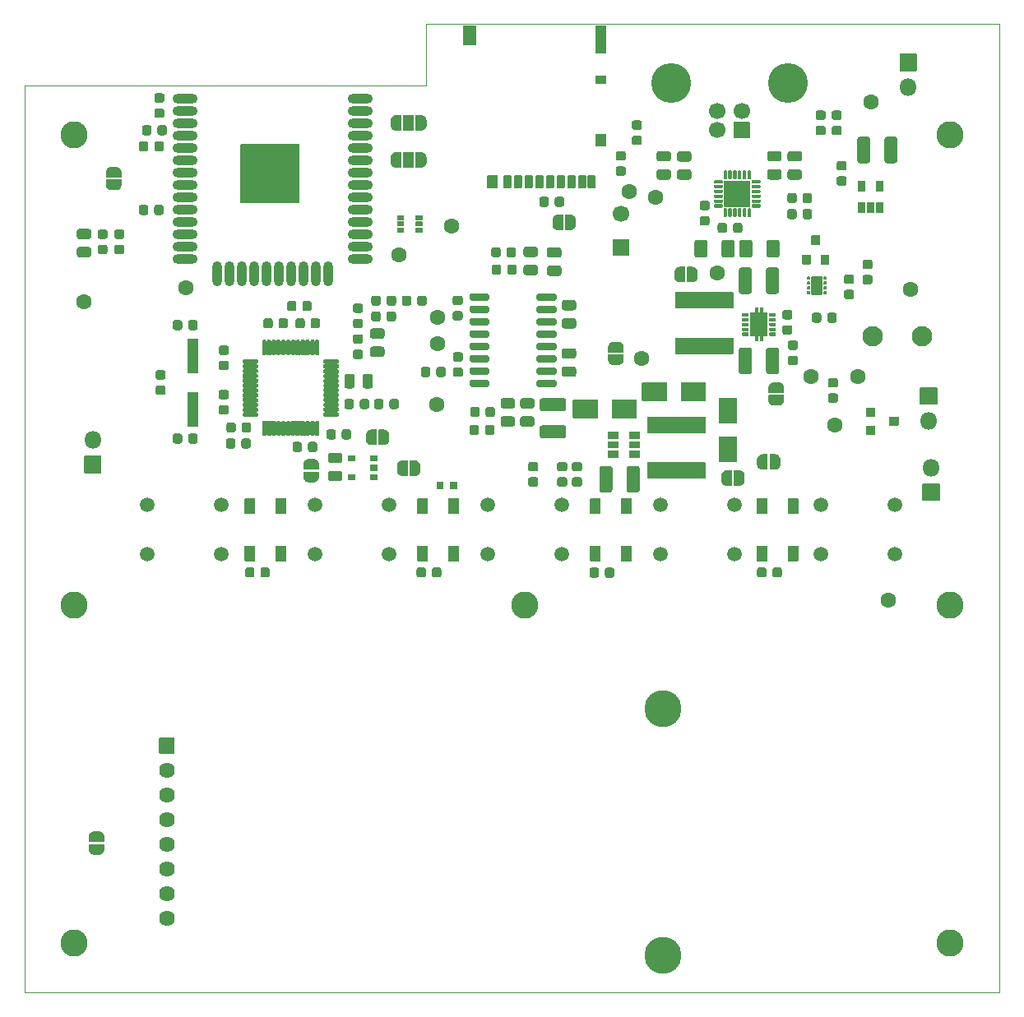
<source format=gbr>
G04 #@! TF.GenerationSoftware,KiCad,Pcbnew,5.1.7*
G04 #@! TF.CreationDate,2020-11-03T15:06:47+01:00*
G04 #@! TF.ProjectId,audioplayer,61756469-6f70-46c6-9179-65722e6b6963,rev?*
G04 #@! TF.SameCoordinates,Original*
G04 #@! TF.FileFunction,Soldermask,Top*
G04 #@! TF.FilePolarity,Negative*
%FSLAX46Y46*%
G04 Gerber Fmt 4.6, Leading zero omitted, Abs format (unit mm)*
G04 Created by KiCad (PCBNEW 5.1.7) date 2020-11-03 15:06:47*
%MOMM*%
%LPD*%
G01*
G04 APERTURE LIST*
G04 #@! TA.AperFunction,Profile*
%ADD10C,0.100000*%
G04 #@! TD*
%ADD11O,1.800000X1.800000*%
%ADD12C,3.800000*%
%ADD13C,1.600000*%
%ADD14C,0.100000*%
%ADD15C,1.497000*%
%ADD16C,4.100000*%
%ADD17C,1.700000*%
%ADD18C,2.800000*%
%ADD19C,2.100000*%
%ADD20O,2.600000X1.000000*%
%ADD21O,1.000000X2.600000*%
%ADD22C,1.624000*%
G04 APERTURE END LIST*
D10*
X156845000Y-121285000D02*
X56515000Y-121285000D01*
X156845000Y-121285000D02*
X156845000Y-21590000D01*
X56515000Y-27940000D02*
X56515000Y-121285000D01*
X97790000Y-21590000D02*
X156845000Y-21590000D01*
X97790000Y-27940000D02*
X97790000Y-21590000D01*
X56515000Y-27940000D02*
X97790000Y-27940000D01*
X156845000Y-121285000D02*
X56515000Y-121285000D01*
X156845000Y-121285000D02*
X156845000Y-21590000D01*
X56515000Y-27940000D02*
X56515000Y-121285000D01*
X97790000Y-21590000D02*
X156845000Y-21590000D01*
X97790000Y-27940000D02*
X97790000Y-21590000D01*
X56515000Y-27940000D02*
X97790000Y-27940000D01*
D11*
X147447000Y-28067000D03*
G36*
G01*
X146547000Y-26377000D02*
X146547000Y-24677000D01*
G75*
G02*
X146597000Y-24627000I50000J0D01*
G01*
X148297000Y-24627000D01*
G75*
G02*
X148347000Y-24677000I0J-50000D01*
G01*
X148347000Y-26377000D01*
G75*
G02*
X148297000Y-26427000I-50000J0D01*
G01*
X146597000Y-26427000D01*
G75*
G02*
X146547000Y-26377000I0J50000D01*
G01*
G37*
G36*
G01*
X129805000Y-62673000D02*
X128005000Y-62673000D01*
G75*
G02*
X127955000Y-62623000I0J50000D01*
G01*
X127955000Y-60123000D01*
G75*
G02*
X128005000Y-60073000I50000J0D01*
G01*
X129805000Y-60073000D01*
G75*
G02*
X129855000Y-60123000I0J-50000D01*
G01*
X129855000Y-62623000D01*
G75*
G02*
X129805000Y-62673000I-50000J0D01*
G01*
G37*
G36*
G01*
X129805000Y-66673000D02*
X128005000Y-66673000D01*
G75*
G02*
X127955000Y-66623000I0J50000D01*
G01*
X127955000Y-64123000D01*
G75*
G02*
X128005000Y-64073000I50000J0D01*
G01*
X129805000Y-64073000D01*
G75*
G02*
X129855000Y-64123000I0J-50000D01*
G01*
X129855000Y-66623000D01*
G75*
G02*
X129805000Y-66673000I-50000J0D01*
G01*
G37*
G36*
G01*
X145480000Y-62884000D02*
X145480000Y-62084000D01*
G75*
G02*
X145530000Y-62034000I50000J0D01*
G01*
X146430000Y-62034000D01*
G75*
G02*
X146480000Y-62084000I0J-50000D01*
G01*
X146480000Y-62884000D01*
G75*
G02*
X146430000Y-62934000I-50000J0D01*
G01*
X145530000Y-62934000D01*
G75*
G02*
X145480000Y-62884000I0J50000D01*
G01*
G37*
G36*
G01*
X143080000Y-63834000D02*
X143080000Y-63034000D01*
G75*
G02*
X143130000Y-62984000I50000J0D01*
G01*
X144030000Y-62984000D01*
G75*
G02*
X144080000Y-63034000I0J-50000D01*
G01*
X144080000Y-63834000D01*
G75*
G02*
X144030000Y-63884000I-50000J0D01*
G01*
X143130000Y-63884000D01*
G75*
G02*
X143080000Y-63834000I0J50000D01*
G01*
G37*
G36*
G01*
X143080000Y-61934000D02*
X143080000Y-61134000D01*
G75*
G02*
X143130000Y-61084000I50000J0D01*
G01*
X144030000Y-61084000D01*
G75*
G02*
X144080000Y-61134000I0J-50000D01*
G01*
X144080000Y-61934000D01*
G75*
G02*
X144030000Y-61984000I-50000J0D01*
G01*
X143130000Y-61984000D01*
G75*
G02*
X143080000Y-61934000I0J50000D01*
G01*
G37*
D12*
X122174000Y-92075000D03*
X122174000Y-117475000D03*
G36*
G01*
X87348600Y-56107200D02*
X88723600Y-56107200D01*
G75*
G02*
X88823600Y-56207200I0J-100000D01*
G01*
X88823600Y-56407200D01*
G75*
G02*
X88723600Y-56507200I-100000J0D01*
G01*
X87348600Y-56507200D01*
G75*
G02*
X87248600Y-56407200I0J100000D01*
G01*
X87248600Y-56207200D01*
G75*
G02*
X87348600Y-56107200I100000J0D01*
G01*
G37*
G36*
G01*
X87348600Y-56607200D02*
X88723600Y-56607200D01*
G75*
G02*
X88823600Y-56707200I0J-100000D01*
G01*
X88823600Y-56907200D01*
G75*
G02*
X88723600Y-57007200I-100000J0D01*
G01*
X87348600Y-57007200D01*
G75*
G02*
X87248600Y-56907200I0J100000D01*
G01*
X87248600Y-56707200D01*
G75*
G02*
X87348600Y-56607200I100000J0D01*
G01*
G37*
G36*
G01*
X87348600Y-57107200D02*
X88723600Y-57107200D01*
G75*
G02*
X88823600Y-57207200I0J-100000D01*
G01*
X88823600Y-57407200D01*
G75*
G02*
X88723600Y-57507200I-100000J0D01*
G01*
X87348600Y-57507200D01*
G75*
G02*
X87248600Y-57407200I0J100000D01*
G01*
X87248600Y-57207200D01*
G75*
G02*
X87348600Y-57107200I100000J0D01*
G01*
G37*
G36*
G01*
X87348600Y-57607200D02*
X88723600Y-57607200D01*
G75*
G02*
X88823600Y-57707200I0J-100000D01*
G01*
X88823600Y-57907200D01*
G75*
G02*
X88723600Y-58007200I-100000J0D01*
G01*
X87348600Y-58007200D01*
G75*
G02*
X87248600Y-57907200I0J100000D01*
G01*
X87248600Y-57707200D01*
G75*
G02*
X87348600Y-57607200I100000J0D01*
G01*
G37*
G36*
G01*
X87348600Y-58107200D02*
X88723600Y-58107200D01*
G75*
G02*
X88823600Y-58207200I0J-100000D01*
G01*
X88823600Y-58407200D01*
G75*
G02*
X88723600Y-58507200I-100000J0D01*
G01*
X87348600Y-58507200D01*
G75*
G02*
X87248600Y-58407200I0J100000D01*
G01*
X87248600Y-58207200D01*
G75*
G02*
X87348600Y-58107200I100000J0D01*
G01*
G37*
G36*
G01*
X87348600Y-58607200D02*
X88723600Y-58607200D01*
G75*
G02*
X88823600Y-58707200I0J-100000D01*
G01*
X88823600Y-58907200D01*
G75*
G02*
X88723600Y-59007200I-100000J0D01*
G01*
X87348600Y-59007200D01*
G75*
G02*
X87248600Y-58907200I0J100000D01*
G01*
X87248600Y-58707200D01*
G75*
G02*
X87348600Y-58607200I100000J0D01*
G01*
G37*
G36*
G01*
X87348600Y-59107200D02*
X88723600Y-59107200D01*
G75*
G02*
X88823600Y-59207200I0J-100000D01*
G01*
X88823600Y-59407200D01*
G75*
G02*
X88723600Y-59507200I-100000J0D01*
G01*
X87348600Y-59507200D01*
G75*
G02*
X87248600Y-59407200I0J100000D01*
G01*
X87248600Y-59207200D01*
G75*
G02*
X87348600Y-59107200I100000J0D01*
G01*
G37*
G36*
G01*
X87348600Y-59607200D02*
X88723600Y-59607200D01*
G75*
G02*
X88823600Y-59707200I0J-100000D01*
G01*
X88823600Y-59907200D01*
G75*
G02*
X88723600Y-60007200I-100000J0D01*
G01*
X87348600Y-60007200D01*
G75*
G02*
X87248600Y-59907200I0J100000D01*
G01*
X87248600Y-59707200D01*
G75*
G02*
X87348600Y-59607200I100000J0D01*
G01*
G37*
G36*
G01*
X87348600Y-60107200D02*
X88723600Y-60107200D01*
G75*
G02*
X88823600Y-60207200I0J-100000D01*
G01*
X88823600Y-60407200D01*
G75*
G02*
X88723600Y-60507200I-100000J0D01*
G01*
X87348600Y-60507200D01*
G75*
G02*
X87248600Y-60407200I0J100000D01*
G01*
X87248600Y-60207200D01*
G75*
G02*
X87348600Y-60107200I100000J0D01*
G01*
G37*
G36*
G01*
X87348600Y-60607200D02*
X88723600Y-60607200D01*
G75*
G02*
X88823600Y-60707200I0J-100000D01*
G01*
X88823600Y-60907200D01*
G75*
G02*
X88723600Y-61007200I-100000J0D01*
G01*
X87348600Y-61007200D01*
G75*
G02*
X87248600Y-60907200I0J100000D01*
G01*
X87248600Y-60707200D01*
G75*
G02*
X87348600Y-60607200I100000J0D01*
G01*
G37*
G36*
G01*
X87348600Y-61107200D02*
X88723600Y-61107200D01*
G75*
G02*
X88823600Y-61207200I0J-100000D01*
G01*
X88823600Y-61407200D01*
G75*
G02*
X88723600Y-61507200I-100000J0D01*
G01*
X87348600Y-61507200D01*
G75*
G02*
X87248600Y-61407200I0J100000D01*
G01*
X87248600Y-61207200D01*
G75*
G02*
X87348600Y-61107200I100000J0D01*
G01*
G37*
G36*
G01*
X87348600Y-61607200D02*
X88723600Y-61607200D01*
G75*
G02*
X88823600Y-61707200I0J-100000D01*
G01*
X88823600Y-61907200D01*
G75*
G02*
X88723600Y-62007200I-100000J0D01*
G01*
X87348600Y-62007200D01*
G75*
G02*
X87248600Y-61907200I0J100000D01*
G01*
X87248600Y-61707200D01*
G75*
G02*
X87348600Y-61607200I100000J0D01*
G01*
G37*
G36*
G01*
X86523600Y-62432200D02*
X86723600Y-62432200D01*
G75*
G02*
X86823600Y-62532200I0J-100000D01*
G01*
X86823600Y-63907200D01*
G75*
G02*
X86723600Y-64007200I-100000J0D01*
G01*
X86523600Y-64007200D01*
G75*
G02*
X86423600Y-63907200I0J100000D01*
G01*
X86423600Y-62532200D01*
G75*
G02*
X86523600Y-62432200I100000J0D01*
G01*
G37*
G36*
G01*
X86023600Y-62432200D02*
X86223600Y-62432200D01*
G75*
G02*
X86323600Y-62532200I0J-100000D01*
G01*
X86323600Y-63907200D01*
G75*
G02*
X86223600Y-64007200I-100000J0D01*
G01*
X86023600Y-64007200D01*
G75*
G02*
X85923600Y-63907200I0J100000D01*
G01*
X85923600Y-62532200D01*
G75*
G02*
X86023600Y-62432200I100000J0D01*
G01*
G37*
G36*
G01*
X85523600Y-62432200D02*
X85723600Y-62432200D01*
G75*
G02*
X85823600Y-62532200I0J-100000D01*
G01*
X85823600Y-63907200D01*
G75*
G02*
X85723600Y-64007200I-100000J0D01*
G01*
X85523600Y-64007200D01*
G75*
G02*
X85423600Y-63907200I0J100000D01*
G01*
X85423600Y-62532200D01*
G75*
G02*
X85523600Y-62432200I100000J0D01*
G01*
G37*
G36*
G01*
X85023600Y-62432200D02*
X85223600Y-62432200D01*
G75*
G02*
X85323600Y-62532200I0J-100000D01*
G01*
X85323600Y-63907200D01*
G75*
G02*
X85223600Y-64007200I-100000J0D01*
G01*
X85023600Y-64007200D01*
G75*
G02*
X84923600Y-63907200I0J100000D01*
G01*
X84923600Y-62532200D01*
G75*
G02*
X85023600Y-62432200I100000J0D01*
G01*
G37*
G36*
G01*
X84523600Y-62432200D02*
X84723600Y-62432200D01*
G75*
G02*
X84823600Y-62532200I0J-100000D01*
G01*
X84823600Y-63907200D01*
G75*
G02*
X84723600Y-64007200I-100000J0D01*
G01*
X84523600Y-64007200D01*
G75*
G02*
X84423600Y-63907200I0J100000D01*
G01*
X84423600Y-62532200D01*
G75*
G02*
X84523600Y-62432200I100000J0D01*
G01*
G37*
G36*
G01*
X84023600Y-62432200D02*
X84223600Y-62432200D01*
G75*
G02*
X84323600Y-62532200I0J-100000D01*
G01*
X84323600Y-63907200D01*
G75*
G02*
X84223600Y-64007200I-100000J0D01*
G01*
X84023600Y-64007200D01*
G75*
G02*
X83923600Y-63907200I0J100000D01*
G01*
X83923600Y-62532200D01*
G75*
G02*
X84023600Y-62432200I100000J0D01*
G01*
G37*
G36*
G01*
X83523600Y-62432200D02*
X83723600Y-62432200D01*
G75*
G02*
X83823600Y-62532200I0J-100000D01*
G01*
X83823600Y-63907200D01*
G75*
G02*
X83723600Y-64007200I-100000J0D01*
G01*
X83523600Y-64007200D01*
G75*
G02*
X83423600Y-63907200I0J100000D01*
G01*
X83423600Y-62532200D01*
G75*
G02*
X83523600Y-62432200I100000J0D01*
G01*
G37*
G36*
G01*
X83023600Y-62432200D02*
X83223600Y-62432200D01*
G75*
G02*
X83323600Y-62532200I0J-100000D01*
G01*
X83323600Y-63907200D01*
G75*
G02*
X83223600Y-64007200I-100000J0D01*
G01*
X83023600Y-64007200D01*
G75*
G02*
X82923600Y-63907200I0J100000D01*
G01*
X82923600Y-62532200D01*
G75*
G02*
X83023600Y-62432200I100000J0D01*
G01*
G37*
G36*
G01*
X82523600Y-62432200D02*
X82723600Y-62432200D01*
G75*
G02*
X82823600Y-62532200I0J-100000D01*
G01*
X82823600Y-63907200D01*
G75*
G02*
X82723600Y-64007200I-100000J0D01*
G01*
X82523600Y-64007200D01*
G75*
G02*
X82423600Y-63907200I0J100000D01*
G01*
X82423600Y-62532200D01*
G75*
G02*
X82523600Y-62432200I100000J0D01*
G01*
G37*
G36*
G01*
X82023600Y-62432200D02*
X82223600Y-62432200D01*
G75*
G02*
X82323600Y-62532200I0J-100000D01*
G01*
X82323600Y-63907200D01*
G75*
G02*
X82223600Y-64007200I-100000J0D01*
G01*
X82023600Y-64007200D01*
G75*
G02*
X81923600Y-63907200I0J100000D01*
G01*
X81923600Y-62532200D01*
G75*
G02*
X82023600Y-62432200I100000J0D01*
G01*
G37*
G36*
G01*
X81523600Y-62432200D02*
X81723600Y-62432200D01*
G75*
G02*
X81823600Y-62532200I0J-100000D01*
G01*
X81823600Y-63907200D01*
G75*
G02*
X81723600Y-64007200I-100000J0D01*
G01*
X81523600Y-64007200D01*
G75*
G02*
X81423600Y-63907200I0J100000D01*
G01*
X81423600Y-62532200D01*
G75*
G02*
X81523600Y-62432200I100000J0D01*
G01*
G37*
G36*
G01*
X81023600Y-62432200D02*
X81223600Y-62432200D01*
G75*
G02*
X81323600Y-62532200I0J-100000D01*
G01*
X81323600Y-63907200D01*
G75*
G02*
X81223600Y-64007200I-100000J0D01*
G01*
X81023600Y-64007200D01*
G75*
G02*
X80923600Y-63907200I0J100000D01*
G01*
X80923600Y-62532200D01*
G75*
G02*
X81023600Y-62432200I100000J0D01*
G01*
G37*
G36*
G01*
X79023600Y-61607200D02*
X80398600Y-61607200D01*
G75*
G02*
X80498600Y-61707200I0J-100000D01*
G01*
X80498600Y-61907200D01*
G75*
G02*
X80398600Y-62007200I-100000J0D01*
G01*
X79023600Y-62007200D01*
G75*
G02*
X78923600Y-61907200I0J100000D01*
G01*
X78923600Y-61707200D01*
G75*
G02*
X79023600Y-61607200I100000J0D01*
G01*
G37*
G36*
G01*
X79023600Y-61107200D02*
X80398600Y-61107200D01*
G75*
G02*
X80498600Y-61207200I0J-100000D01*
G01*
X80498600Y-61407200D01*
G75*
G02*
X80398600Y-61507200I-100000J0D01*
G01*
X79023600Y-61507200D01*
G75*
G02*
X78923600Y-61407200I0J100000D01*
G01*
X78923600Y-61207200D01*
G75*
G02*
X79023600Y-61107200I100000J0D01*
G01*
G37*
G36*
G01*
X79023600Y-60607200D02*
X80398600Y-60607200D01*
G75*
G02*
X80498600Y-60707200I0J-100000D01*
G01*
X80498600Y-60907200D01*
G75*
G02*
X80398600Y-61007200I-100000J0D01*
G01*
X79023600Y-61007200D01*
G75*
G02*
X78923600Y-60907200I0J100000D01*
G01*
X78923600Y-60707200D01*
G75*
G02*
X79023600Y-60607200I100000J0D01*
G01*
G37*
G36*
G01*
X79023600Y-60107200D02*
X80398600Y-60107200D01*
G75*
G02*
X80498600Y-60207200I0J-100000D01*
G01*
X80498600Y-60407200D01*
G75*
G02*
X80398600Y-60507200I-100000J0D01*
G01*
X79023600Y-60507200D01*
G75*
G02*
X78923600Y-60407200I0J100000D01*
G01*
X78923600Y-60207200D01*
G75*
G02*
X79023600Y-60107200I100000J0D01*
G01*
G37*
G36*
G01*
X79023600Y-59607200D02*
X80398600Y-59607200D01*
G75*
G02*
X80498600Y-59707200I0J-100000D01*
G01*
X80498600Y-59907200D01*
G75*
G02*
X80398600Y-60007200I-100000J0D01*
G01*
X79023600Y-60007200D01*
G75*
G02*
X78923600Y-59907200I0J100000D01*
G01*
X78923600Y-59707200D01*
G75*
G02*
X79023600Y-59607200I100000J0D01*
G01*
G37*
G36*
G01*
X79023600Y-59107200D02*
X80398600Y-59107200D01*
G75*
G02*
X80498600Y-59207200I0J-100000D01*
G01*
X80498600Y-59407200D01*
G75*
G02*
X80398600Y-59507200I-100000J0D01*
G01*
X79023600Y-59507200D01*
G75*
G02*
X78923600Y-59407200I0J100000D01*
G01*
X78923600Y-59207200D01*
G75*
G02*
X79023600Y-59107200I100000J0D01*
G01*
G37*
G36*
G01*
X79023600Y-58607200D02*
X80398600Y-58607200D01*
G75*
G02*
X80498600Y-58707200I0J-100000D01*
G01*
X80498600Y-58907200D01*
G75*
G02*
X80398600Y-59007200I-100000J0D01*
G01*
X79023600Y-59007200D01*
G75*
G02*
X78923600Y-58907200I0J100000D01*
G01*
X78923600Y-58707200D01*
G75*
G02*
X79023600Y-58607200I100000J0D01*
G01*
G37*
G36*
G01*
X79023600Y-58107200D02*
X80398600Y-58107200D01*
G75*
G02*
X80498600Y-58207200I0J-100000D01*
G01*
X80498600Y-58407200D01*
G75*
G02*
X80398600Y-58507200I-100000J0D01*
G01*
X79023600Y-58507200D01*
G75*
G02*
X78923600Y-58407200I0J100000D01*
G01*
X78923600Y-58207200D01*
G75*
G02*
X79023600Y-58107200I100000J0D01*
G01*
G37*
G36*
G01*
X79023600Y-57607200D02*
X80398600Y-57607200D01*
G75*
G02*
X80498600Y-57707200I0J-100000D01*
G01*
X80498600Y-57907200D01*
G75*
G02*
X80398600Y-58007200I-100000J0D01*
G01*
X79023600Y-58007200D01*
G75*
G02*
X78923600Y-57907200I0J100000D01*
G01*
X78923600Y-57707200D01*
G75*
G02*
X79023600Y-57607200I100000J0D01*
G01*
G37*
G36*
G01*
X79023600Y-57107200D02*
X80398600Y-57107200D01*
G75*
G02*
X80498600Y-57207200I0J-100000D01*
G01*
X80498600Y-57407200D01*
G75*
G02*
X80398600Y-57507200I-100000J0D01*
G01*
X79023600Y-57507200D01*
G75*
G02*
X78923600Y-57407200I0J100000D01*
G01*
X78923600Y-57207200D01*
G75*
G02*
X79023600Y-57107200I100000J0D01*
G01*
G37*
G36*
G01*
X79023600Y-56607200D02*
X80398600Y-56607200D01*
G75*
G02*
X80498600Y-56707200I0J-100000D01*
G01*
X80498600Y-56907200D01*
G75*
G02*
X80398600Y-57007200I-100000J0D01*
G01*
X79023600Y-57007200D01*
G75*
G02*
X78923600Y-56907200I0J100000D01*
G01*
X78923600Y-56707200D01*
G75*
G02*
X79023600Y-56607200I100000J0D01*
G01*
G37*
G36*
G01*
X79023600Y-56107200D02*
X80398600Y-56107200D01*
G75*
G02*
X80498600Y-56207200I0J-100000D01*
G01*
X80498600Y-56407200D01*
G75*
G02*
X80398600Y-56507200I-100000J0D01*
G01*
X79023600Y-56507200D01*
G75*
G02*
X78923600Y-56407200I0J100000D01*
G01*
X78923600Y-56207200D01*
G75*
G02*
X79023600Y-56107200I100000J0D01*
G01*
G37*
G36*
G01*
X81023600Y-54107200D02*
X81223600Y-54107200D01*
G75*
G02*
X81323600Y-54207200I0J-100000D01*
G01*
X81323600Y-55582200D01*
G75*
G02*
X81223600Y-55682200I-100000J0D01*
G01*
X81023600Y-55682200D01*
G75*
G02*
X80923600Y-55582200I0J100000D01*
G01*
X80923600Y-54207200D01*
G75*
G02*
X81023600Y-54107200I100000J0D01*
G01*
G37*
G36*
G01*
X81523600Y-54107200D02*
X81723600Y-54107200D01*
G75*
G02*
X81823600Y-54207200I0J-100000D01*
G01*
X81823600Y-55582200D01*
G75*
G02*
X81723600Y-55682200I-100000J0D01*
G01*
X81523600Y-55682200D01*
G75*
G02*
X81423600Y-55582200I0J100000D01*
G01*
X81423600Y-54207200D01*
G75*
G02*
X81523600Y-54107200I100000J0D01*
G01*
G37*
G36*
G01*
X82023600Y-54107200D02*
X82223600Y-54107200D01*
G75*
G02*
X82323600Y-54207200I0J-100000D01*
G01*
X82323600Y-55582200D01*
G75*
G02*
X82223600Y-55682200I-100000J0D01*
G01*
X82023600Y-55682200D01*
G75*
G02*
X81923600Y-55582200I0J100000D01*
G01*
X81923600Y-54207200D01*
G75*
G02*
X82023600Y-54107200I100000J0D01*
G01*
G37*
G36*
G01*
X82523600Y-54107200D02*
X82723600Y-54107200D01*
G75*
G02*
X82823600Y-54207200I0J-100000D01*
G01*
X82823600Y-55582200D01*
G75*
G02*
X82723600Y-55682200I-100000J0D01*
G01*
X82523600Y-55682200D01*
G75*
G02*
X82423600Y-55582200I0J100000D01*
G01*
X82423600Y-54207200D01*
G75*
G02*
X82523600Y-54107200I100000J0D01*
G01*
G37*
G36*
G01*
X83023600Y-54107200D02*
X83223600Y-54107200D01*
G75*
G02*
X83323600Y-54207200I0J-100000D01*
G01*
X83323600Y-55582200D01*
G75*
G02*
X83223600Y-55682200I-100000J0D01*
G01*
X83023600Y-55682200D01*
G75*
G02*
X82923600Y-55582200I0J100000D01*
G01*
X82923600Y-54207200D01*
G75*
G02*
X83023600Y-54107200I100000J0D01*
G01*
G37*
G36*
G01*
X83523600Y-54107200D02*
X83723600Y-54107200D01*
G75*
G02*
X83823600Y-54207200I0J-100000D01*
G01*
X83823600Y-55582200D01*
G75*
G02*
X83723600Y-55682200I-100000J0D01*
G01*
X83523600Y-55682200D01*
G75*
G02*
X83423600Y-55582200I0J100000D01*
G01*
X83423600Y-54207200D01*
G75*
G02*
X83523600Y-54107200I100000J0D01*
G01*
G37*
G36*
G01*
X84023600Y-54107200D02*
X84223600Y-54107200D01*
G75*
G02*
X84323600Y-54207200I0J-100000D01*
G01*
X84323600Y-55582200D01*
G75*
G02*
X84223600Y-55682200I-100000J0D01*
G01*
X84023600Y-55682200D01*
G75*
G02*
X83923600Y-55582200I0J100000D01*
G01*
X83923600Y-54207200D01*
G75*
G02*
X84023600Y-54107200I100000J0D01*
G01*
G37*
G36*
G01*
X84523600Y-54107200D02*
X84723600Y-54107200D01*
G75*
G02*
X84823600Y-54207200I0J-100000D01*
G01*
X84823600Y-55582200D01*
G75*
G02*
X84723600Y-55682200I-100000J0D01*
G01*
X84523600Y-55682200D01*
G75*
G02*
X84423600Y-55582200I0J100000D01*
G01*
X84423600Y-54207200D01*
G75*
G02*
X84523600Y-54107200I100000J0D01*
G01*
G37*
G36*
G01*
X85023600Y-54107200D02*
X85223600Y-54107200D01*
G75*
G02*
X85323600Y-54207200I0J-100000D01*
G01*
X85323600Y-55582200D01*
G75*
G02*
X85223600Y-55682200I-100000J0D01*
G01*
X85023600Y-55682200D01*
G75*
G02*
X84923600Y-55582200I0J100000D01*
G01*
X84923600Y-54207200D01*
G75*
G02*
X85023600Y-54107200I100000J0D01*
G01*
G37*
G36*
G01*
X85523600Y-54107200D02*
X85723600Y-54107200D01*
G75*
G02*
X85823600Y-54207200I0J-100000D01*
G01*
X85823600Y-55582200D01*
G75*
G02*
X85723600Y-55682200I-100000J0D01*
G01*
X85523600Y-55682200D01*
G75*
G02*
X85423600Y-55582200I0J100000D01*
G01*
X85423600Y-54207200D01*
G75*
G02*
X85523600Y-54107200I100000J0D01*
G01*
G37*
G36*
G01*
X86023600Y-54107200D02*
X86223600Y-54107200D01*
G75*
G02*
X86323600Y-54207200I0J-100000D01*
G01*
X86323600Y-55582200D01*
G75*
G02*
X86223600Y-55682200I-100000J0D01*
G01*
X86023600Y-55682200D01*
G75*
G02*
X85923600Y-55582200I0J100000D01*
G01*
X85923600Y-54207200D01*
G75*
G02*
X86023600Y-54107200I100000J0D01*
G01*
G37*
G36*
G01*
X86523600Y-54107200D02*
X86723600Y-54107200D01*
G75*
G02*
X86823600Y-54207200I0J-100000D01*
G01*
X86823600Y-55582200D01*
G75*
G02*
X86723600Y-55682200I-100000J0D01*
G01*
X86523600Y-55682200D01*
G75*
G02*
X86423600Y-55582200I0J100000D01*
G01*
X86423600Y-54207200D01*
G75*
G02*
X86523600Y-54107200I100000J0D01*
G01*
G37*
D13*
X137414000Y-57912000D03*
G36*
G01*
X74287000Y-57571600D02*
X73287000Y-57571600D01*
G75*
G02*
X73237000Y-57521600I0J50000D01*
G01*
X73237000Y-54021600D01*
G75*
G02*
X73287000Y-53971600I50000J0D01*
G01*
X74287000Y-53971600D01*
G75*
G02*
X74337000Y-54021600I0J-50000D01*
G01*
X74337000Y-57521600D01*
G75*
G02*
X74287000Y-57571600I-50000J0D01*
G01*
G37*
G36*
G01*
X74287000Y-63071600D02*
X73287000Y-63071600D01*
G75*
G02*
X73237000Y-63021600I0J50000D01*
G01*
X73237000Y-59521600D01*
G75*
G02*
X73287000Y-59471600I50000J0D01*
G01*
X74287000Y-59471600D01*
G75*
G02*
X74337000Y-59521600I0J-50000D01*
G01*
X74337000Y-63021600D01*
G75*
G02*
X74287000Y-63071600I-50000J0D01*
G01*
G37*
X94996000Y-45339000D03*
X100457000Y-42418000D03*
X121437400Y-39446200D03*
X118745000Y-38862000D03*
D14*
G36*
X111372889Y-42785598D02*
G01*
X111354466Y-42785598D01*
X111349565Y-42785357D01*
X111300734Y-42780547D01*
X111295881Y-42779827D01*
X111247756Y-42770255D01*
X111242995Y-42769063D01*
X111196040Y-42754819D01*
X111191421Y-42753166D01*
X111146088Y-42734389D01*
X111141651Y-42732291D01*
X111098378Y-42709160D01*
X111094171Y-42706638D01*
X111053372Y-42679378D01*
X111049430Y-42676454D01*
X111011501Y-42645326D01*
X111007866Y-42642031D01*
X110973169Y-42607334D01*
X110969874Y-42603699D01*
X110938746Y-42565770D01*
X110935822Y-42561828D01*
X110908562Y-42521029D01*
X110906040Y-42516822D01*
X110882909Y-42473549D01*
X110880811Y-42469112D01*
X110862034Y-42423779D01*
X110860381Y-42419160D01*
X110846137Y-42372205D01*
X110844945Y-42367444D01*
X110835373Y-42319319D01*
X110834653Y-42314466D01*
X110829843Y-42265635D01*
X110829602Y-42260734D01*
X110829602Y-42242311D01*
X110829000Y-42236200D01*
X110829000Y-41736200D01*
X110829602Y-41730089D01*
X110829602Y-41711666D01*
X110829843Y-41706765D01*
X110834653Y-41657934D01*
X110835373Y-41653081D01*
X110844945Y-41604956D01*
X110846137Y-41600195D01*
X110860381Y-41553240D01*
X110862034Y-41548621D01*
X110880811Y-41503288D01*
X110882909Y-41498851D01*
X110906040Y-41455578D01*
X110908562Y-41451371D01*
X110935822Y-41410572D01*
X110938746Y-41406630D01*
X110969874Y-41368701D01*
X110973169Y-41365066D01*
X111007866Y-41330369D01*
X111011501Y-41327074D01*
X111049430Y-41295946D01*
X111053372Y-41293022D01*
X111094171Y-41265762D01*
X111098378Y-41263240D01*
X111141651Y-41240109D01*
X111146088Y-41238011D01*
X111191421Y-41219234D01*
X111196040Y-41217581D01*
X111242995Y-41203337D01*
X111247756Y-41202145D01*
X111295881Y-41192573D01*
X111300734Y-41191853D01*
X111349565Y-41187043D01*
X111354466Y-41186802D01*
X111372889Y-41186802D01*
X111379000Y-41186200D01*
X111879000Y-41186200D01*
X111888755Y-41187161D01*
X111898134Y-41190006D01*
X111906779Y-41194627D01*
X111914355Y-41200845D01*
X111920573Y-41208421D01*
X111925194Y-41217066D01*
X111928039Y-41226445D01*
X111929000Y-41236200D01*
X111929000Y-42736200D01*
X111928039Y-42745955D01*
X111925194Y-42755334D01*
X111920573Y-42763979D01*
X111914355Y-42771555D01*
X111906779Y-42777773D01*
X111898134Y-42782394D01*
X111888755Y-42785239D01*
X111879000Y-42786200D01*
X111379000Y-42786200D01*
X111372889Y-42785598D01*
G37*
G36*
X112169245Y-42785239D02*
G01*
X112159866Y-42782394D01*
X112151221Y-42777773D01*
X112143645Y-42771555D01*
X112137427Y-42763979D01*
X112132806Y-42755334D01*
X112129961Y-42745955D01*
X112129000Y-42736200D01*
X112129000Y-41236200D01*
X112129961Y-41226445D01*
X112132806Y-41217066D01*
X112137427Y-41208421D01*
X112143645Y-41200845D01*
X112151221Y-41194627D01*
X112159866Y-41190006D01*
X112169245Y-41187161D01*
X112179000Y-41186200D01*
X112679000Y-41186200D01*
X112685111Y-41186802D01*
X112703534Y-41186802D01*
X112708435Y-41187043D01*
X112757266Y-41191853D01*
X112762119Y-41192573D01*
X112810244Y-41202145D01*
X112815005Y-41203337D01*
X112861960Y-41217581D01*
X112866579Y-41219234D01*
X112911912Y-41238011D01*
X112916349Y-41240109D01*
X112959622Y-41263240D01*
X112963829Y-41265762D01*
X113004628Y-41293022D01*
X113008570Y-41295946D01*
X113046499Y-41327074D01*
X113050134Y-41330369D01*
X113084831Y-41365066D01*
X113088126Y-41368701D01*
X113119254Y-41406630D01*
X113122178Y-41410572D01*
X113149438Y-41451371D01*
X113151960Y-41455578D01*
X113175091Y-41498851D01*
X113177189Y-41503288D01*
X113195966Y-41548621D01*
X113197619Y-41553240D01*
X113211863Y-41600195D01*
X113213055Y-41604956D01*
X113222627Y-41653081D01*
X113223347Y-41657934D01*
X113228157Y-41706765D01*
X113228398Y-41711666D01*
X113228398Y-41730089D01*
X113229000Y-41736200D01*
X113229000Y-42236200D01*
X113228398Y-42242311D01*
X113228398Y-42260734D01*
X113228157Y-42265635D01*
X113223347Y-42314466D01*
X113222627Y-42319319D01*
X113213055Y-42367444D01*
X113211863Y-42372205D01*
X113197619Y-42419160D01*
X113195966Y-42423779D01*
X113177189Y-42469112D01*
X113175091Y-42473549D01*
X113151960Y-42516822D01*
X113149438Y-42521029D01*
X113122178Y-42561828D01*
X113119254Y-42565770D01*
X113088126Y-42603699D01*
X113084831Y-42607334D01*
X113050134Y-42642031D01*
X113046499Y-42645326D01*
X113008570Y-42676454D01*
X113004628Y-42679378D01*
X112963829Y-42706638D01*
X112959622Y-42709160D01*
X112916349Y-42732291D01*
X112911912Y-42734389D01*
X112866579Y-42753166D01*
X112861960Y-42754819D01*
X112815005Y-42769063D01*
X112810244Y-42770255D01*
X112762119Y-42779827D01*
X112757266Y-42780547D01*
X112708435Y-42785357D01*
X112703534Y-42785598D01*
X112685111Y-42785598D01*
X112679000Y-42786200D01*
X112179000Y-42786200D01*
X112169245Y-42785239D01*
G37*
G36*
X123930889Y-48170398D02*
G01*
X123912466Y-48170398D01*
X123907565Y-48170157D01*
X123858734Y-48165347D01*
X123853881Y-48164627D01*
X123805756Y-48155055D01*
X123800995Y-48153863D01*
X123754040Y-48139619D01*
X123749421Y-48137966D01*
X123704088Y-48119189D01*
X123699651Y-48117091D01*
X123656378Y-48093960D01*
X123652171Y-48091438D01*
X123611372Y-48064178D01*
X123607430Y-48061254D01*
X123569501Y-48030126D01*
X123565866Y-48026831D01*
X123531169Y-47992134D01*
X123527874Y-47988499D01*
X123496746Y-47950570D01*
X123493822Y-47946628D01*
X123466562Y-47905829D01*
X123464040Y-47901622D01*
X123440909Y-47858349D01*
X123438811Y-47853912D01*
X123420034Y-47808579D01*
X123418381Y-47803960D01*
X123404137Y-47757005D01*
X123402945Y-47752244D01*
X123393373Y-47704119D01*
X123392653Y-47699266D01*
X123387843Y-47650435D01*
X123387602Y-47645534D01*
X123387602Y-47627111D01*
X123387000Y-47621000D01*
X123387000Y-47121000D01*
X123387602Y-47114889D01*
X123387602Y-47096466D01*
X123387843Y-47091565D01*
X123392653Y-47042734D01*
X123393373Y-47037881D01*
X123402945Y-46989756D01*
X123404137Y-46984995D01*
X123418381Y-46938040D01*
X123420034Y-46933421D01*
X123438811Y-46888088D01*
X123440909Y-46883651D01*
X123464040Y-46840378D01*
X123466562Y-46836171D01*
X123493822Y-46795372D01*
X123496746Y-46791430D01*
X123527874Y-46753501D01*
X123531169Y-46749866D01*
X123565866Y-46715169D01*
X123569501Y-46711874D01*
X123607430Y-46680746D01*
X123611372Y-46677822D01*
X123652171Y-46650562D01*
X123656378Y-46648040D01*
X123699651Y-46624909D01*
X123704088Y-46622811D01*
X123749421Y-46604034D01*
X123754040Y-46602381D01*
X123800995Y-46588137D01*
X123805756Y-46586945D01*
X123853881Y-46577373D01*
X123858734Y-46576653D01*
X123907565Y-46571843D01*
X123912466Y-46571602D01*
X123930889Y-46571602D01*
X123937000Y-46571000D01*
X124437000Y-46571000D01*
X124446755Y-46571961D01*
X124456134Y-46574806D01*
X124464779Y-46579427D01*
X124472355Y-46585645D01*
X124478573Y-46593221D01*
X124483194Y-46601866D01*
X124486039Y-46611245D01*
X124487000Y-46621000D01*
X124487000Y-48121000D01*
X124486039Y-48130755D01*
X124483194Y-48140134D01*
X124478573Y-48148779D01*
X124472355Y-48156355D01*
X124464779Y-48162573D01*
X124456134Y-48167194D01*
X124446755Y-48170039D01*
X124437000Y-48171000D01*
X123937000Y-48171000D01*
X123930889Y-48170398D01*
G37*
G36*
X124727245Y-48170039D02*
G01*
X124717866Y-48167194D01*
X124709221Y-48162573D01*
X124701645Y-48156355D01*
X124695427Y-48148779D01*
X124690806Y-48140134D01*
X124687961Y-48130755D01*
X124687000Y-48121000D01*
X124687000Y-46621000D01*
X124687961Y-46611245D01*
X124690806Y-46601866D01*
X124695427Y-46593221D01*
X124701645Y-46585645D01*
X124709221Y-46579427D01*
X124717866Y-46574806D01*
X124727245Y-46571961D01*
X124737000Y-46571000D01*
X125237000Y-46571000D01*
X125243111Y-46571602D01*
X125261534Y-46571602D01*
X125266435Y-46571843D01*
X125315266Y-46576653D01*
X125320119Y-46577373D01*
X125368244Y-46586945D01*
X125373005Y-46588137D01*
X125419960Y-46602381D01*
X125424579Y-46604034D01*
X125469912Y-46622811D01*
X125474349Y-46624909D01*
X125517622Y-46648040D01*
X125521829Y-46650562D01*
X125562628Y-46677822D01*
X125566570Y-46680746D01*
X125604499Y-46711874D01*
X125608134Y-46715169D01*
X125642831Y-46749866D01*
X125646126Y-46753501D01*
X125677254Y-46791430D01*
X125680178Y-46795372D01*
X125707438Y-46836171D01*
X125709960Y-46840378D01*
X125733091Y-46883651D01*
X125735189Y-46888088D01*
X125753966Y-46933421D01*
X125755619Y-46938040D01*
X125769863Y-46984995D01*
X125771055Y-46989756D01*
X125780627Y-47037881D01*
X125781347Y-47042734D01*
X125786157Y-47091565D01*
X125786398Y-47096466D01*
X125786398Y-47114889D01*
X125787000Y-47121000D01*
X125787000Y-47621000D01*
X125786398Y-47627111D01*
X125786398Y-47645534D01*
X125786157Y-47650435D01*
X125781347Y-47699266D01*
X125780627Y-47704119D01*
X125771055Y-47752244D01*
X125769863Y-47757005D01*
X125755619Y-47803960D01*
X125753966Y-47808579D01*
X125735189Y-47853912D01*
X125733091Y-47858349D01*
X125709960Y-47901622D01*
X125707438Y-47905829D01*
X125680178Y-47946628D01*
X125677254Y-47950570D01*
X125646126Y-47988499D01*
X125642831Y-47992134D01*
X125608134Y-48026831D01*
X125604499Y-48030126D01*
X125566570Y-48061254D01*
X125562628Y-48064178D01*
X125521829Y-48091438D01*
X125517622Y-48093960D01*
X125474349Y-48117091D01*
X125469912Y-48119189D01*
X125424579Y-48137966D01*
X125419960Y-48139619D01*
X125373005Y-48153863D01*
X125368244Y-48155055D01*
X125320119Y-48164627D01*
X125315266Y-48165347D01*
X125266435Y-48170157D01*
X125261534Y-48170398D01*
X125243111Y-48170398D01*
X125237000Y-48171000D01*
X124737000Y-48171000D01*
X124727245Y-48170039D01*
G37*
G36*
X64680398Y-106574111D02*
G01*
X64680398Y-106592534D01*
X64680157Y-106597435D01*
X64675347Y-106646266D01*
X64674627Y-106651119D01*
X64665055Y-106699244D01*
X64663863Y-106704005D01*
X64649619Y-106750960D01*
X64647966Y-106755579D01*
X64629189Y-106800912D01*
X64627091Y-106805349D01*
X64603960Y-106848622D01*
X64601438Y-106852829D01*
X64574178Y-106893628D01*
X64571254Y-106897570D01*
X64540126Y-106935499D01*
X64536831Y-106939134D01*
X64502134Y-106973831D01*
X64498499Y-106977126D01*
X64460570Y-107008254D01*
X64456628Y-107011178D01*
X64415829Y-107038438D01*
X64411622Y-107040960D01*
X64368349Y-107064091D01*
X64363912Y-107066189D01*
X64318579Y-107084966D01*
X64313960Y-107086619D01*
X64267005Y-107100863D01*
X64262244Y-107102055D01*
X64214119Y-107111627D01*
X64209266Y-107112347D01*
X64160435Y-107117157D01*
X64155534Y-107117398D01*
X64137111Y-107117398D01*
X64131000Y-107118000D01*
X63631000Y-107118000D01*
X63624889Y-107117398D01*
X63606466Y-107117398D01*
X63601565Y-107117157D01*
X63552734Y-107112347D01*
X63547881Y-107111627D01*
X63499756Y-107102055D01*
X63494995Y-107100863D01*
X63448040Y-107086619D01*
X63443421Y-107084966D01*
X63398088Y-107066189D01*
X63393651Y-107064091D01*
X63350378Y-107040960D01*
X63346171Y-107038438D01*
X63305372Y-107011178D01*
X63301430Y-107008254D01*
X63263501Y-106977126D01*
X63259866Y-106973831D01*
X63225169Y-106939134D01*
X63221874Y-106935499D01*
X63190746Y-106897570D01*
X63187822Y-106893628D01*
X63160562Y-106852829D01*
X63158040Y-106848622D01*
X63134909Y-106805349D01*
X63132811Y-106800912D01*
X63114034Y-106755579D01*
X63112381Y-106750960D01*
X63098137Y-106704005D01*
X63096945Y-106699244D01*
X63087373Y-106651119D01*
X63086653Y-106646266D01*
X63081843Y-106597435D01*
X63081602Y-106592534D01*
X63081602Y-106574111D01*
X63081000Y-106568000D01*
X63081000Y-106068000D01*
X63081961Y-106058245D01*
X63084806Y-106048866D01*
X63089427Y-106040221D01*
X63095645Y-106032645D01*
X63103221Y-106026427D01*
X63111866Y-106021806D01*
X63121245Y-106018961D01*
X63131000Y-106018000D01*
X64631000Y-106018000D01*
X64640755Y-106018961D01*
X64650134Y-106021806D01*
X64658779Y-106026427D01*
X64666355Y-106032645D01*
X64672573Y-106040221D01*
X64677194Y-106048866D01*
X64680039Y-106058245D01*
X64681000Y-106068000D01*
X64681000Y-106568000D01*
X64680398Y-106574111D01*
G37*
G36*
X64680039Y-105777755D02*
G01*
X64677194Y-105787134D01*
X64672573Y-105795779D01*
X64666355Y-105803355D01*
X64658779Y-105809573D01*
X64650134Y-105814194D01*
X64640755Y-105817039D01*
X64631000Y-105818000D01*
X63131000Y-105818000D01*
X63121245Y-105817039D01*
X63111866Y-105814194D01*
X63103221Y-105809573D01*
X63095645Y-105803355D01*
X63089427Y-105795779D01*
X63084806Y-105787134D01*
X63081961Y-105777755D01*
X63081000Y-105768000D01*
X63081000Y-105268000D01*
X63081602Y-105261889D01*
X63081602Y-105243466D01*
X63081843Y-105238565D01*
X63086653Y-105189734D01*
X63087373Y-105184881D01*
X63096945Y-105136756D01*
X63098137Y-105131995D01*
X63112381Y-105085040D01*
X63114034Y-105080421D01*
X63132811Y-105035088D01*
X63134909Y-105030651D01*
X63158040Y-104987378D01*
X63160562Y-104983171D01*
X63187822Y-104942372D01*
X63190746Y-104938430D01*
X63221874Y-104900501D01*
X63225169Y-104896866D01*
X63259866Y-104862169D01*
X63263501Y-104858874D01*
X63301430Y-104827746D01*
X63305372Y-104824822D01*
X63346171Y-104797562D01*
X63350378Y-104795040D01*
X63393651Y-104771909D01*
X63398088Y-104769811D01*
X63443421Y-104751034D01*
X63448040Y-104749381D01*
X63494995Y-104735137D01*
X63499756Y-104733945D01*
X63547881Y-104724373D01*
X63552734Y-104723653D01*
X63601565Y-104718843D01*
X63606466Y-104718602D01*
X63624889Y-104718602D01*
X63631000Y-104718000D01*
X64131000Y-104718000D01*
X64137111Y-104718602D01*
X64155534Y-104718602D01*
X64160435Y-104718843D01*
X64209266Y-104723653D01*
X64214119Y-104724373D01*
X64262244Y-104733945D01*
X64267005Y-104735137D01*
X64313960Y-104749381D01*
X64318579Y-104751034D01*
X64363912Y-104769811D01*
X64368349Y-104771909D01*
X64411622Y-104795040D01*
X64415829Y-104797562D01*
X64456628Y-104824822D01*
X64460570Y-104827746D01*
X64498499Y-104858874D01*
X64502134Y-104862169D01*
X64536831Y-104896866D01*
X64540126Y-104900501D01*
X64571254Y-104938430D01*
X64574178Y-104942372D01*
X64601438Y-104983171D01*
X64603960Y-104987378D01*
X64627091Y-105030651D01*
X64629189Y-105035088D01*
X64647966Y-105080421D01*
X64649619Y-105085040D01*
X64663863Y-105131995D01*
X64665055Y-105136756D01*
X64674627Y-105184881D01*
X64675347Y-105189734D01*
X64680157Y-105238565D01*
X64680398Y-105243466D01*
X64680398Y-105261889D01*
X64681000Y-105268000D01*
X64681000Y-105768000D01*
X64680039Y-105777755D01*
G37*
G36*
X64859602Y-36823889D02*
G01*
X64859602Y-36805466D01*
X64859843Y-36800565D01*
X64864653Y-36751734D01*
X64865373Y-36746881D01*
X64874945Y-36698756D01*
X64876137Y-36693995D01*
X64890381Y-36647040D01*
X64892034Y-36642421D01*
X64910811Y-36597088D01*
X64912909Y-36592651D01*
X64936040Y-36549378D01*
X64938562Y-36545171D01*
X64965822Y-36504372D01*
X64968746Y-36500430D01*
X64999874Y-36462501D01*
X65003169Y-36458866D01*
X65037866Y-36424169D01*
X65041501Y-36420874D01*
X65079430Y-36389746D01*
X65083372Y-36386822D01*
X65124171Y-36359562D01*
X65128378Y-36357040D01*
X65171651Y-36333909D01*
X65176088Y-36331811D01*
X65221421Y-36313034D01*
X65226040Y-36311381D01*
X65272995Y-36297137D01*
X65277756Y-36295945D01*
X65325881Y-36286373D01*
X65330734Y-36285653D01*
X65379565Y-36280843D01*
X65384466Y-36280602D01*
X65402889Y-36280602D01*
X65409000Y-36280000D01*
X65909000Y-36280000D01*
X65915111Y-36280602D01*
X65933534Y-36280602D01*
X65938435Y-36280843D01*
X65987266Y-36285653D01*
X65992119Y-36286373D01*
X66040244Y-36295945D01*
X66045005Y-36297137D01*
X66091960Y-36311381D01*
X66096579Y-36313034D01*
X66141912Y-36331811D01*
X66146349Y-36333909D01*
X66189622Y-36357040D01*
X66193829Y-36359562D01*
X66234628Y-36386822D01*
X66238570Y-36389746D01*
X66276499Y-36420874D01*
X66280134Y-36424169D01*
X66314831Y-36458866D01*
X66318126Y-36462501D01*
X66349254Y-36500430D01*
X66352178Y-36504372D01*
X66379438Y-36545171D01*
X66381960Y-36549378D01*
X66405091Y-36592651D01*
X66407189Y-36597088D01*
X66425966Y-36642421D01*
X66427619Y-36647040D01*
X66441863Y-36693995D01*
X66443055Y-36698756D01*
X66452627Y-36746881D01*
X66453347Y-36751734D01*
X66458157Y-36800565D01*
X66458398Y-36805466D01*
X66458398Y-36823889D01*
X66459000Y-36830000D01*
X66459000Y-37330000D01*
X66458039Y-37339755D01*
X66455194Y-37349134D01*
X66450573Y-37357779D01*
X66444355Y-37365355D01*
X66436779Y-37371573D01*
X66428134Y-37376194D01*
X66418755Y-37379039D01*
X66409000Y-37380000D01*
X64909000Y-37380000D01*
X64899245Y-37379039D01*
X64889866Y-37376194D01*
X64881221Y-37371573D01*
X64873645Y-37365355D01*
X64867427Y-37357779D01*
X64862806Y-37349134D01*
X64859961Y-37339755D01*
X64859000Y-37330000D01*
X64859000Y-36830000D01*
X64859602Y-36823889D01*
G37*
G36*
X64859961Y-37620245D02*
G01*
X64862806Y-37610866D01*
X64867427Y-37602221D01*
X64873645Y-37594645D01*
X64881221Y-37588427D01*
X64889866Y-37583806D01*
X64899245Y-37580961D01*
X64909000Y-37580000D01*
X66409000Y-37580000D01*
X66418755Y-37580961D01*
X66428134Y-37583806D01*
X66436779Y-37588427D01*
X66444355Y-37594645D01*
X66450573Y-37602221D01*
X66455194Y-37610866D01*
X66458039Y-37620245D01*
X66459000Y-37630000D01*
X66459000Y-38130000D01*
X66458398Y-38136111D01*
X66458398Y-38154534D01*
X66458157Y-38159435D01*
X66453347Y-38208266D01*
X66452627Y-38213119D01*
X66443055Y-38261244D01*
X66441863Y-38266005D01*
X66427619Y-38312960D01*
X66425966Y-38317579D01*
X66407189Y-38362912D01*
X66405091Y-38367349D01*
X66381960Y-38410622D01*
X66379438Y-38414829D01*
X66352178Y-38455628D01*
X66349254Y-38459570D01*
X66318126Y-38497499D01*
X66314831Y-38501134D01*
X66280134Y-38535831D01*
X66276499Y-38539126D01*
X66238570Y-38570254D01*
X66234628Y-38573178D01*
X66193829Y-38600438D01*
X66189622Y-38602960D01*
X66146349Y-38626091D01*
X66141912Y-38628189D01*
X66096579Y-38646966D01*
X66091960Y-38648619D01*
X66045005Y-38662863D01*
X66040244Y-38664055D01*
X65992119Y-38673627D01*
X65987266Y-38674347D01*
X65938435Y-38679157D01*
X65933534Y-38679398D01*
X65915111Y-38679398D01*
X65909000Y-38680000D01*
X65409000Y-38680000D01*
X65402889Y-38679398D01*
X65384466Y-38679398D01*
X65379565Y-38679157D01*
X65330734Y-38674347D01*
X65325881Y-38673627D01*
X65277756Y-38664055D01*
X65272995Y-38662863D01*
X65226040Y-38648619D01*
X65221421Y-38646966D01*
X65176088Y-38628189D01*
X65171651Y-38626091D01*
X65128378Y-38602960D01*
X65124171Y-38600438D01*
X65083372Y-38573178D01*
X65079430Y-38570254D01*
X65041501Y-38539126D01*
X65037866Y-38535831D01*
X65003169Y-38501134D01*
X64999874Y-38497499D01*
X64968746Y-38459570D01*
X64965822Y-38455628D01*
X64938562Y-38414829D01*
X64936040Y-38410622D01*
X64912909Y-38367349D01*
X64910811Y-38362912D01*
X64892034Y-38317579D01*
X64890381Y-38312960D01*
X64876137Y-38266005D01*
X64874945Y-38261244D01*
X64865373Y-38213119D01*
X64864653Y-38208266D01*
X64859843Y-38159435D01*
X64859602Y-38154534D01*
X64859602Y-38136111D01*
X64859000Y-38130000D01*
X64859000Y-37630000D01*
X64859961Y-37620245D01*
G37*
D11*
X149542500Y-62420500D03*
G36*
G01*
X148642500Y-60730500D02*
X148642500Y-59030500D01*
G75*
G02*
X148692500Y-58980500I50000J0D01*
G01*
X150392500Y-58980500D01*
G75*
G02*
X150442500Y-59030500I0J-50000D01*
G01*
X150442500Y-60730500D01*
G75*
G02*
X150392500Y-60780500I-50000J0D01*
G01*
X148692500Y-60780500D01*
G75*
G02*
X148642500Y-60730500I0J50000D01*
G01*
G37*
D13*
X62611000Y-50165000D03*
X145415000Y-80899000D03*
X142240000Y-57912000D03*
X143637000Y-29591000D03*
X73088500Y-48768000D03*
D14*
G36*
X85179602Y-66907889D02*
G01*
X85179602Y-66889466D01*
X85179843Y-66884565D01*
X85184653Y-66835734D01*
X85185373Y-66830881D01*
X85194945Y-66782756D01*
X85196137Y-66777995D01*
X85210381Y-66731040D01*
X85212034Y-66726421D01*
X85230811Y-66681088D01*
X85232909Y-66676651D01*
X85256040Y-66633378D01*
X85258562Y-66629171D01*
X85285822Y-66588372D01*
X85288746Y-66584430D01*
X85319874Y-66546501D01*
X85323169Y-66542866D01*
X85357866Y-66508169D01*
X85361501Y-66504874D01*
X85399430Y-66473746D01*
X85403372Y-66470822D01*
X85444171Y-66443562D01*
X85448378Y-66441040D01*
X85491651Y-66417909D01*
X85496088Y-66415811D01*
X85541421Y-66397034D01*
X85546040Y-66395381D01*
X85592995Y-66381137D01*
X85597756Y-66379945D01*
X85645881Y-66370373D01*
X85650734Y-66369653D01*
X85699565Y-66364843D01*
X85704466Y-66364602D01*
X85722889Y-66364602D01*
X85729000Y-66364000D01*
X86229000Y-66364000D01*
X86235111Y-66364602D01*
X86253534Y-66364602D01*
X86258435Y-66364843D01*
X86307266Y-66369653D01*
X86312119Y-66370373D01*
X86360244Y-66379945D01*
X86365005Y-66381137D01*
X86411960Y-66395381D01*
X86416579Y-66397034D01*
X86461912Y-66415811D01*
X86466349Y-66417909D01*
X86509622Y-66441040D01*
X86513829Y-66443562D01*
X86554628Y-66470822D01*
X86558570Y-66473746D01*
X86596499Y-66504874D01*
X86600134Y-66508169D01*
X86634831Y-66542866D01*
X86638126Y-66546501D01*
X86669254Y-66584430D01*
X86672178Y-66588372D01*
X86699438Y-66629171D01*
X86701960Y-66633378D01*
X86725091Y-66676651D01*
X86727189Y-66681088D01*
X86745966Y-66726421D01*
X86747619Y-66731040D01*
X86761863Y-66777995D01*
X86763055Y-66782756D01*
X86772627Y-66830881D01*
X86773347Y-66835734D01*
X86778157Y-66884565D01*
X86778398Y-66889466D01*
X86778398Y-66907889D01*
X86779000Y-66914000D01*
X86779000Y-67414000D01*
X86778039Y-67423755D01*
X86775194Y-67433134D01*
X86770573Y-67441779D01*
X86764355Y-67449355D01*
X86756779Y-67455573D01*
X86748134Y-67460194D01*
X86738755Y-67463039D01*
X86729000Y-67464000D01*
X85229000Y-67464000D01*
X85219245Y-67463039D01*
X85209866Y-67460194D01*
X85201221Y-67455573D01*
X85193645Y-67449355D01*
X85187427Y-67441779D01*
X85182806Y-67433134D01*
X85179961Y-67423755D01*
X85179000Y-67414000D01*
X85179000Y-66914000D01*
X85179602Y-66907889D01*
G37*
G36*
X85179961Y-67704245D02*
G01*
X85182806Y-67694866D01*
X85187427Y-67686221D01*
X85193645Y-67678645D01*
X85201221Y-67672427D01*
X85209866Y-67667806D01*
X85219245Y-67664961D01*
X85229000Y-67664000D01*
X86729000Y-67664000D01*
X86738755Y-67664961D01*
X86748134Y-67667806D01*
X86756779Y-67672427D01*
X86764355Y-67678645D01*
X86770573Y-67686221D01*
X86775194Y-67694866D01*
X86778039Y-67704245D01*
X86779000Y-67714000D01*
X86779000Y-68214000D01*
X86778398Y-68220111D01*
X86778398Y-68238534D01*
X86778157Y-68243435D01*
X86773347Y-68292266D01*
X86772627Y-68297119D01*
X86763055Y-68345244D01*
X86761863Y-68350005D01*
X86747619Y-68396960D01*
X86745966Y-68401579D01*
X86727189Y-68446912D01*
X86725091Y-68451349D01*
X86701960Y-68494622D01*
X86699438Y-68498829D01*
X86672178Y-68539628D01*
X86669254Y-68543570D01*
X86638126Y-68581499D01*
X86634831Y-68585134D01*
X86600134Y-68619831D01*
X86596499Y-68623126D01*
X86558570Y-68654254D01*
X86554628Y-68657178D01*
X86513829Y-68684438D01*
X86509622Y-68686960D01*
X86466349Y-68710091D01*
X86461912Y-68712189D01*
X86416579Y-68730966D01*
X86411960Y-68732619D01*
X86365005Y-68746863D01*
X86360244Y-68748055D01*
X86312119Y-68757627D01*
X86307266Y-68758347D01*
X86258435Y-68763157D01*
X86253534Y-68763398D01*
X86235111Y-68763398D01*
X86229000Y-68764000D01*
X85729000Y-68764000D01*
X85722889Y-68763398D01*
X85704466Y-68763398D01*
X85699565Y-68763157D01*
X85650734Y-68758347D01*
X85645881Y-68757627D01*
X85597756Y-68748055D01*
X85592995Y-68746863D01*
X85546040Y-68732619D01*
X85541421Y-68730966D01*
X85496088Y-68712189D01*
X85491651Y-68710091D01*
X85448378Y-68686960D01*
X85444171Y-68684438D01*
X85403372Y-68657178D01*
X85399430Y-68654254D01*
X85361501Y-68623126D01*
X85357866Y-68619831D01*
X85323169Y-68585134D01*
X85319874Y-68581499D01*
X85288746Y-68543570D01*
X85285822Y-68539628D01*
X85258562Y-68498829D01*
X85256040Y-68494622D01*
X85232909Y-68451349D01*
X85230811Y-68446912D01*
X85212034Y-68401579D01*
X85210381Y-68396960D01*
X85196137Y-68350005D01*
X85194945Y-68345244D01*
X85185373Y-68297119D01*
X85184653Y-68292266D01*
X85179843Y-68243435D01*
X85179602Y-68238534D01*
X85179602Y-68220111D01*
X85179000Y-68214000D01*
X85179000Y-67714000D01*
X85179961Y-67704245D01*
G37*
G36*
X116548602Y-54842889D02*
G01*
X116548602Y-54824466D01*
X116548843Y-54819565D01*
X116553653Y-54770734D01*
X116554373Y-54765881D01*
X116563945Y-54717756D01*
X116565137Y-54712995D01*
X116579381Y-54666040D01*
X116581034Y-54661421D01*
X116599811Y-54616088D01*
X116601909Y-54611651D01*
X116625040Y-54568378D01*
X116627562Y-54564171D01*
X116654822Y-54523372D01*
X116657746Y-54519430D01*
X116688874Y-54481501D01*
X116692169Y-54477866D01*
X116726866Y-54443169D01*
X116730501Y-54439874D01*
X116768430Y-54408746D01*
X116772372Y-54405822D01*
X116813171Y-54378562D01*
X116817378Y-54376040D01*
X116860651Y-54352909D01*
X116865088Y-54350811D01*
X116910421Y-54332034D01*
X116915040Y-54330381D01*
X116961995Y-54316137D01*
X116966756Y-54314945D01*
X117014881Y-54305373D01*
X117019734Y-54304653D01*
X117068565Y-54299843D01*
X117073466Y-54299602D01*
X117091889Y-54299602D01*
X117098000Y-54299000D01*
X117598000Y-54299000D01*
X117604111Y-54299602D01*
X117622534Y-54299602D01*
X117627435Y-54299843D01*
X117676266Y-54304653D01*
X117681119Y-54305373D01*
X117729244Y-54314945D01*
X117734005Y-54316137D01*
X117780960Y-54330381D01*
X117785579Y-54332034D01*
X117830912Y-54350811D01*
X117835349Y-54352909D01*
X117878622Y-54376040D01*
X117882829Y-54378562D01*
X117923628Y-54405822D01*
X117927570Y-54408746D01*
X117965499Y-54439874D01*
X117969134Y-54443169D01*
X118003831Y-54477866D01*
X118007126Y-54481501D01*
X118038254Y-54519430D01*
X118041178Y-54523372D01*
X118068438Y-54564171D01*
X118070960Y-54568378D01*
X118094091Y-54611651D01*
X118096189Y-54616088D01*
X118114966Y-54661421D01*
X118116619Y-54666040D01*
X118130863Y-54712995D01*
X118132055Y-54717756D01*
X118141627Y-54765881D01*
X118142347Y-54770734D01*
X118147157Y-54819565D01*
X118147398Y-54824466D01*
X118147398Y-54842889D01*
X118148000Y-54849000D01*
X118148000Y-55349000D01*
X118147039Y-55358755D01*
X118144194Y-55368134D01*
X118139573Y-55376779D01*
X118133355Y-55384355D01*
X118125779Y-55390573D01*
X118117134Y-55395194D01*
X118107755Y-55398039D01*
X118098000Y-55399000D01*
X116598000Y-55399000D01*
X116588245Y-55398039D01*
X116578866Y-55395194D01*
X116570221Y-55390573D01*
X116562645Y-55384355D01*
X116556427Y-55376779D01*
X116551806Y-55368134D01*
X116548961Y-55358755D01*
X116548000Y-55349000D01*
X116548000Y-54849000D01*
X116548602Y-54842889D01*
G37*
G36*
X116548961Y-55639245D02*
G01*
X116551806Y-55629866D01*
X116556427Y-55621221D01*
X116562645Y-55613645D01*
X116570221Y-55607427D01*
X116578866Y-55602806D01*
X116588245Y-55599961D01*
X116598000Y-55599000D01*
X118098000Y-55599000D01*
X118107755Y-55599961D01*
X118117134Y-55602806D01*
X118125779Y-55607427D01*
X118133355Y-55613645D01*
X118139573Y-55621221D01*
X118144194Y-55629866D01*
X118147039Y-55639245D01*
X118148000Y-55649000D01*
X118148000Y-56149000D01*
X118147398Y-56155111D01*
X118147398Y-56173534D01*
X118147157Y-56178435D01*
X118142347Y-56227266D01*
X118141627Y-56232119D01*
X118132055Y-56280244D01*
X118130863Y-56285005D01*
X118116619Y-56331960D01*
X118114966Y-56336579D01*
X118096189Y-56381912D01*
X118094091Y-56386349D01*
X118070960Y-56429622D01*
X118068438Y-56433829D01*
X118041178Y-56474628D01*
X118038254Y-56478570D01*
X118007126Y-56516499D01*
X118003831Y-56520134D01*
X117969134Y-56554831D01*
X117965499Y-56558126D01*
X117927570Y-56589254D01*
X117923628Y-56592178D01*
X117882829Y-56619438D01*
X117878622Y-56621960D01*
X117835349Y-56645091D01*
X117830912Y-56647189D01*
X117785579Y-56665966D01*
X117780960Y-56667619D01*
X117734005Y-56681863D01*
X117729244Y-56683055D01*
X117681119Y-56692627D01*
X117676266Y-56693347D01*
X117627435Y-56698157D01*
X117622534Y-56698398D01*
X117604111Y-56698398D01*
X117598000Y-56699000D01*
X117098000Y-56699000D01*
X117091889Y-56698398D01*
X117073466Y-56698398D01*
X117068565Y-56698157D01*
X117019734Y-56693347D01*
X117014881Y-56692627D01*
X116966756Y-56683055D01*
X116961995Y-56681863D01*
X116915040Y-56667619D01*
X116910421Y-56665966D01*
X116865088Y-56647189D01*
X116860651Y-56645091D01*
X116817378Y-56621960D01*
X116813171Y-56619438D01*
X116772372Y-56592178D01*
X116768430Y-56589254D01*
X116730501Y-56558126D01*
X116726866Y-56554831D01*
X116692169Y-56520134D01*
X116688874Y-56516499D01*
X116657746Y-56478570D01*
X116654822Y-56474628D01*
X116627562Y-56433829D01*
X116625040Y-56429622D01*
X116601909Y-56386349D01*
X116599811Y-56381912D01*
X116581034Y-56336579D01*
X116579381Y-56331960D01*
X116565137Y-56285005D01*
X116563945Y-56280244D01*
X116554373Y-56232119D01*
X116553653Y-56227266D01*
X116548843Y-56178435D01*
X116548602Y-56173534D01*
X116548602Y-56155111D01*
X116548000Y-56149000D01*
X116548000Y-55649000D01*
X116548961Y-55639245D01*
G37*
G36*
X93493111Y-63335602D02*
G01*
X93511534Y-63335602D01*
X93516435Y-63335843D01*
X93565266Y-63340653D01*
X93570119Y-63341373D01*
X93618244Y-63350945D01*
X93623005Y-63352137D01*
X93669960Y-63366381D01*
X93674579Y-63368034D01*
X93719912Y-63386811D01*
X93724349Y-63388909D01*
X93767622Y-63412040D01*
X93771829Y-63414562D01*
X93812628Y-63441822D01*
X93816570Y-63444746D01*
X93854499Y-63475874D01*
X93858134Y-63479169D01*
X93892831Y-63513866D01*
X93896126Y-63517501D01*
X93927254Y-63555430D01*
X93930178Y-63559372D01*
X93957438Y-63600171D01*
X93959960Y-63604378D01*
X93983091Y-63647651D01*
X93985189Y-63652088D01*
X94003966Y-63697421D01*
X94005619Y-63702040D01*
X94019863Y-63748995D01*
X94021055Y-63753756D01*
X94030627Y-63801881D01*
X94031347Y-63806734D01*
X94036157Y-63855565D01*
X94036398Y-63860466D01*
X94036398Y-63878889D01*
X94037000Y-63885000D01*
X94037000Y-64385000D01*
X94036398Y-64391111D01*
X94036398Y-64409534D01*
X94036157Y-64414435D01*
X94031347Y-64463266D01*
X94030627Y-64468119D01*
X94021055Y-64516244D01*
X94019863Y-64521005D01*
X94005619Y-64567960D01*
X94003966Y-64572579D01*
X93985189Y-64617912D01*
X93983091Y-64622349D01*
X93959960Y-64665622D01*
X93957438Y-64669829D01*
X93930178Y-64710628D01*
X93927254Y-64714570D01*
X93896126Y-64752499D01*
X93892831Y-64756134D01*
X93858134Y-64790831D01*
X93854499Y-64794126D01*
X93816570Y-64825254D01*
X93812628Y-64828178D01*
X93771829Y-64855438D01*
X93767622Y-64857960D01*
X93724349Y-64881091D01*
X93719912Y-64883189D01*
X93674579Y-64901966D01*
X93669960Y-64903619D01*
X93623005Y-64917863D01*
X93618244Y-64919055D01*
X93570119Y-64928627D01*
X93565266Y-64929347D01*
X93516435Y-64934157D01*
X93511534Y-64934398D01*
X93493111Y-64934398D01*
X93487000Y-64935000D01*
X92987000Y-64935000D01*
X92977245Y-64934039D01*
X92967866Y-64931194D01*
X92959221Y-64926573D01*
X92951645Y-64920355D01*
X92945427Y-64912779D01*
X92940806Y-64904134D01*
X92937961Y-64894755D01*
X92937000Y-64885000D01*
X92937000Y-63385000D01*
X92937961Y-63375245D01*
X92940806Y-63365866D01*
X92945427Y-63357221D01*
X92951645Y-63349645D01*
X92959221Y-63343427D01*
X92967866Y-63338806D01*
X92977245Y-63335961D01*
X92987000Y-63335000D01*
X93487000Y-63335000D01*
X93493111Y-63335602D01*
G37*
G36*
X92696755Y-63335961D02*
G01*
X92706134Y-63338806D01*
X92714779Y-63343427D01*
X92722355Y-63349645D01*
X92728573Y-63357221D01*
X92733194Y-63365866D01*
X92736039Y-63375245D01*
X92737000Y-63385000D01*
X92737000Y-64885000D01*
X92736039Y-64894755D01*
X92733194Y-64904134D01*
X92728573Y-64912779D01*
X92722355Y-64920355D01*
X92714779Y-64926573D01*
X92706134Y-64931194D01*
X92696755Y-64934039D01*
X92687000Y-64935000D01*
X92187000Y-64935000D01*
X92180889Y-64934398D01*
X92162466Y-64934398D01*
X92157565Y-64934157D01*
X92108734Y-64929347D01*
X92103881Y-64928627D01*
X92055756Y-64919055D01*
X92050995Y-64917863D01*
X92004040Y-64903619D01*
X91999421Y-64901966D01*
X91954088Y-64883189D01*
X91949651Y-64881091D01*
X91906378Y-64857960D01*
X91902171Y-64855438D01*
X91861372Y-64828178D01*
X91857430Y-64825254D01*
X91819501Y-64794126D01*
X91815866Y-64790831D01*
X91781169Y-64756134D01*
X91777874Y-64752499D01*
X91746746Y-64714570D01*
X91743822Y-64710628D01*
X91716562Y-64669829D01*
X91714040Y-64665622D01*
X91690909Y-64622349D01*
X91688811Y-64617912D01*
X91670034Y-64572579D01*
X91668381Y-64567960D01*
X91654137Y-64521005D01*
X91652945Y-64516244D01*
X91643373Y-64468119D01*
X91642653Y-64463266D01*
X91637843Y-64414435D01*
X91637602Y-64409534D01*
X91637602Y-64391111D01*
X91637000Y-64385000D01*
X91637000Y-63885000D01*
X91637602Y-63878889D01*
X91637602Y-63860466D01*
X91637843Y-63855565D01*
X91642653Y-63806734D01*
X91643373Y-63801881D01*
X91652945Y-63753756D01*
X91654137Y-63748995D01*
X91668381Y-63702040D01*
X91670034Y-63697421D01*
X91688811Y-63652088D01*
X91690909Y-63647651D01*
X91714040Y-63604378D01*
X91716562Y-63600171D01*
X91743822Y-63559372D01*
X91746746Y-63555430D01*
X91777874Y-63517501D01*
X91781169Y-63513866D01*
X91815866Y-63479169D01*
X91819501Y-63475874D01*
X91857430Y-63444746D01*
X91861372Y-63441822D01*
X91902171Y-63414562D01*
X91906378Y-63412040D01*
X91949651Y-63388909D01*
X91954088Y-63386811D01*
X91999421Y-63368034D01*
X92004040Y-63366381D01*
X92050995Y-63352137D01*
X92055756Y-63350945D01*
X92103881Y-63341373D01*
X92108734Y-63340653D01*
X92157565Y-63335843D01*
X92162466Y-63335602D01*
X92180889Y-63335602D01*
X92187000Y-63335000D01*
X92687000Y-63335000D01*
X92696755Y-63335961D01*
G37*
G36*
G01*
X138606300Y-47601300D02*
X138606300Y-49401300D01*
G75*
G02*
X138556300Y-49451300I-50000J0D01*
G01*
X137516300Y-49451300D01*
G75*
G02*
X137466300Y-49401300I0J50000D01*
G01*
X137466300Y-47601300D01*
G75*
G02*
X137516300Y-47551300I50000J0D01*
G01*
X138556300Y-47551300D01*
G75*
G02*
X138606300Y-47601300I0J-50000D01*
G01*
G37*
G36*
G01*
X137336300Y-49126300D02*
X137336300Y-49376300D01*
G75*
G02*
X137286300Y-49426300I-50000J0D01*
G01*
X137086300Y-49426300D01*
G75*
G02*
X137036300Y-49376300I0J50000D01*
G01*
X137036300Y-49126300D01*
G75*
G02*
X137086300Y-49076300I50000J0D01*
G01*
X137286300Y-49076300D01*
G75*
G02*
X137336300Y-49126300I0J-50000D01*
G01*
G37*
G36*
G01*
X137336300Y-48626300D02*
X137336300Y-48876300D01*
G75*
G02*
X137286300Y-48926300I-50000J0D01*
G01*
X137086300Y-48926300D01*
G75*
G02*
X137036300Y-48876300I0J50000D01*
G01*
X137036300Y-48626300D01*
G75*
G02*
X137086300Y-48576300I50000J0D01*
G01*
X137286300Y-48576300D01*
G75*
G02*
X137336300Y-48626300I0J-50000D01*
G01*
G37*
G36*
G01*
X137336300Y-48126300D02*
X137336300Y-48376300D01*
G75*
G02*
X137286300Y-48426300I-50000J0D01*
G01*
X137086300Y-48426300D01*
G75*
G02*
X137036300Y-48376300I0J50000D01*
G01*
X137036300Y-48126300D01*
G75*
G02*
X137086300Y-48076300I50000J0D01*
G01*
X137286300Y-48076300D01*
G75*
G02*
X137336300Y-48126300I0J-50000D01*
G01*
G37*
G36*
G01*
X137336300Y-47626300D02*
X137336300Y-47876300D01*
G75*
G02*
X137286300Y-47926300I-50000J0D01*
G01*
X137086300Y-47926300D01*
G75*
G02*
X137036300Y-47876300I0J50000D01*
G01*
X137036300Y-47626300D01*
G75*
G02*
X137086300Y-47576300I50000J0D01*
G01*
X137286300Y-47576300D01*
G75*
G02*
X137336300Y-47626300I0J-50000D01*
G01*
G37*
G36*
G01*
X139036300Y-47626300D02*
X139036300Y-47876300D01*
G75*
G02*
X138986300Y-47926300I-50000J0D01*
G01*
X138786300Y-47926300D01*
G75*
G02*
X138736300Y-47876300I0J50000D01*
G01*
X138736300Y-47626300D01*
G75*
G02*
X138786300Y-47576300I50000J0D01*
G01*
X138986300Y-47576300D01*
G75*
G02*
X139036300Y-47626300I0J-50000D01*
G01*
G37*
G36*
G01*
X139036300Y-48126300D02*
X139036300Y-48376300D01*
G75*
G02*
X138986300Y-48426300I-50000J0D01*
G01*
X138786300Y-48426300D01*
G75*
G02*
X138736300Y-48376300I0J50000D01*
G01*
X138736300Y-48126300D01*
G75*
G02*
X138786300Y-48076300I50000J0D01*
G01*
X138986300Y-48076300D01*
G75*
G02*
X139036300Y-48126300I0J-50000D01*
G01*
G37*
G36*
G01*
X139036300Y-48626300D02*
X139036300Y-48876300D01*
G75*
G02*
X138986300Y-48926300I-50000J0D01*
G01*
X138786300Y-48926300D01*
G75*
G02*
X138736300Y-48876300I0J50000D01*
G01*
X138736300Y-48626300D01*
G75*
G02*
X138786300Y-48576300I50000J0D01*
G01*
X138986300Y-48576300D01*
G75*
G02*
X139036300Y-48626300I0J-50000D01*
G01*
G37*
G36*
G01*
X139036300Y-49126300D02*
X139036300Y-49376300D01*
G75*
G02*
X138986300Y-49426300I-50000J0D01*
G01*
X138786300Y-49426300D01*
G75*
G02*
X138736300Y-49376300I0J50000D01*
G01*
X138736300Y-49126300D01*
G75*
G02*
X138786300Y-49076300I50000J0D01*
G01*
X138986300Y-49076300D01*
G75*
G02*
X139036300Y-49126300I0J-50000D01*
G01*
G37*
G36*
G01*
X100299000Y-69438000D02*
X100299000Y-68738000D01*
G75*
G02*
X100349000Y-68688000I50000J0D01*
G01*
X100949000Y-68688000D01*
G75*
G02*
X100999000Y-68738000I0J-50000D01*
G01*
X100999000Y-69438000D01*
G75*
G02*
X100949000Y-69488000I-50000J0D01*
G01*
X100349000Y-69488000D01*
G75*
G02*
X100299000Y-69438000I0J50000D01*
G01*
G37*
G36*
G01*
X98899000Y-69438000D02*
X98899000Y-68738000D01*
G75*
G02*
X98949000Y-68688000I50000J0D01*
G01*
X99549000Y-68688000D01*
G75*
G02*
X99599000Y-68738000I0J-50000D01*
G01*
X99599000Y-69438000D01*
G75*
G02*
X99549000Y-69488000I-50000J0D01*
G01*
X98949000Y-69488000D01*
G75*
G02*
X98899000Y-69438000I0J50000D01*
G01*
G37*
G36*
G01*
X136571000Y-41429250D02*
X136571000Y-40866750D01*
G75*
G02*
X136814750Y-40623000I243750J0D01*
G01*
X137302250Y-40623000D01*
G75*
G02*
X137546000Y-40866750I0J-243750D01*
G01*
X137546000Y-41429250D01*
G75*
G02*
X137302250Y-41673000I-243750J0D01*
G01*
X136814750Y-41673000D01*
G75*
G02*
X136571000Y-41429250I0J243750D01*
G01*
G37*
G36*
G01*
X134996000Y-41429250D02*
X134996000Y-40866750D01*
G75*
G02*
X135239750Y-40623000I243750J0D01*
G01*
X135727250Y-40623000D01*
G75*
G02*
X135971000Y-40866750I0J-243750D01*
G01*
X135971000Y-41429250D01*
G75*
G02*
X135727250Y-41673000I-243750J0D01*
G01*
X135239750Y-41673000D01*
G75*
G02*
X134996000Y-41429250I0J243750D01*
G01*
G37*
G36*
G01*
X141632250Y-48341000D02*
X141069750Y-48341000D01*
G75*
G02*
X140826000Y-48097250I0J243750D01*
G01*
X140826000Y-47609750D01*
G75*
G02*
X141069750Y-47366000I243750J0D01*
G01*
X141632250Y-47366000D01*
G75*
G02*
X141876000Y-47609750I0J-243750D01*
G01*
X141876000Y-48097250D01*
G75*
G02*
X141632250Y-48341000I-243750J0D01*
G01*
G37*
G36*
G01*
X141632250Y-49916000D02*
X141069750Y-49916000D01*
G75*
G02*
X140826000Y-49672250I0J243750D01*
G01*
X140826000Y-49184750D01*
G75*
G02*
X141069750Y-48941000I243750J0D01*
G01*
X141632250Y-48941000D01*
G75*
G02*
X141876000Y-49184750I0J-243750D01*
G01*
X141876000Y-49672250D01*
G75*
G02*
X141632250Y-49916000I-243750J0D01*
G01*
G37*
G36*
X133058602Y-59018889D02*
G01*
X133058602Y-59000466D01*
X133058843Y-58995565D01*
X133063653Y-58946734D01*
X133064373Y-58941881D01*
X133073945Y-58893756D01*
X133075137Y-58888995D01*
X133089381Y-58842040D01*
X133091034Y-58837421D01*
X133109811Y-58792088D01*
X133111909Y-58787651D01*
X133135040Y-58744378D01*
X133137562Y-58740171D01*
X133164822Y-58699372D01*
X133167746Y-58695430D01*
X133198874Y-58657501D01*
X133202169Y-58653866D01*
X133236866Y-58619169D01*
X133240501Y-58615874D01*
X133278430Y-58584746D01*
X133282372Y-58581822D01*
X133323171Y-58554562D01*
X133327378Y-58552040D01*
X133370651Y-58528909D01*
X133375088Y-58526811D01*
X133420421Y-58508034D01*
X133425040Y-58506381D01*
X133471995Y-58492137D01*
X133476756Y-58490945D01*
X133524881Y-58481373D01*
X133529734Y-58480653D01*
X133578565Y-58475843D01*
X133583466Y-58475602D01*
X133601889Y-58475602D01*
X133608000Y-58475000D01*
X134108000Y-58475000D01*
X134114111Y-58475602D01*
X134132534Y-58475602D01*
X134137435Y-58475843D01*
X134186266Y-58480653D01*
X134191119Y-58481373D01*
X134239244Y-58490945D01*
X134244005Y-58492137D01*
X134290960Y-58506381D01*
X134295579Y-58508034D01*
X134340912Y-58526811D01*
X134345349Y-58528909D01*
X134388622Y-58552040D01*
X134392829Y-58554562D01*
X134433628Y-58581822D01*
X134437570Y-58584746D01*
X134475499Y-58615874D01*
X134479134Y-58619169D01*
X134513831Y-58653866D01*
X134517126Y-58657501D01*
X134548254Y-58695430D01*
X134551178Y-58699372D01*
X134578438Y-58740171D01*
X134580960Y-58744378D01*
X134604091Y-58787651D01*
X134606189Y-58792088D01*
X134624966Y-58837421D01*
X134626619Y-58842040D01*
X134640863Y-58888995D01*
X134642055Y-58893756D01*
X134651627Y-58941881D01*
X134652347Y-58946734D01*
X134657157Y-58995565D01*
X134657398Y-59000466D01*
X134657398Y-59018889D01*
X134658000Y-59025000D01*
X134658000Y-59525000D01*
X134657039Y-59534755D01*
X134654194Y-59544134D01*
X134649573Y-59552779D01*
X134643355Y-59560355D01*
X134635779Y-59566573D01*
X134627134Y-59571194D01*
X134617755Y-59574039D01*
X134608000Y-59575000D01*
X133108000Y-59575000D01*
X133098245Y-59574039D01*
X133088866Y-59571194D01*
X133080221Y-59566573D01*
X133072645Y-59560355D01*
X133066427Y-59552779D01*
X133061806Y-59544134D01*
X133058961Y-59534755D01*
X133058000Y-59525000D01*
X133058000Y-59025000D01*
X133058602Y-59018889D01*
G37*
G36*
X133058961Y-59815245D02*
G01*
X133061806Y-59805866D01*
X133066427Y-59797221D01*
X133072645Y-59789645D01*
X133080221Y-59783427D01*
X133088866Y-59778806D01*
X133098245Y-59775961D01*
X133108000Y-59775000D01*
X134608000Y-59775000D01*
X134617755Y-59775961D01*
X134627134Y-59778806D01*
X134635779Y-59783427D01*
X134643355Y-59789645D01*
X134649573Y-59797221D01*
X134654194Y-59805866D01*
X134657039Y-59815245D01*
X134658000Y-59825000D01*
X134658000Y-60325000D01*
X134657398Y-60331111D01*
X134657398Y-60349534D01*
X134657157Y-60354435D01*
X134652347Y-60403266D01*
X134651627Y-60408119D01*
X134642055Y-60456244D01*
X134640863Y-60461005D01*
X134626619Y-60507960D01*
X134624966Y-60512579D01*
X134606189Y-60557912D01*
X134604091Y-60562349D01*
X134580960Y-60605622D01*
X134578438Y-60609829D01*
X134551178Y-60650628D01*
X134548254Y-60654570D01*
X134517126Y-60692499D01*
X134513831Y-60696134D01*
X134479134Y-60730831D01*
X134475499Y-60734126D01*
X134437570Y-60765254D01*
X134433628Y-60768178D01*
X134392829Y-60795438D01*
X134388622Y-60797960D01*
X134345349Y-60821091D01*
X134340912Y-60823189D01*
X134295579Y-60841966D01*
X134290960Y-60843619D01*
X134244005Y-60857863D01*
X134239244Y-60859055D01*
X134191119Y-60868627D01*
X134186266Y-60869347D01*
X134137435Y-60874157D01*
X134132534Y-60874398D01*
X134114111Y-60874398D01*
X134108000Y-60875000D01*
X133608000Y-60875000D01*
X133601889Y-60874398D01*
X133583466Y-60874398D01*
X133578565Y-60874157D01*
X133529734Y-60869347D01*
X133524881Y-60868627D01*
X133476756Y-60859055D01*
X133471995Y-60857863D01*
X133425040Y-60843619D01*
X133420421Y-60841966D01*
X133375088Y-60823189D01*
X133370651Y-60821091D01*
X133327378Y-60797960D01*
X133323171Y-60795438D01*
X133282372Y-60768178D01*
X133278430Y-60765254D01*
X133240501Y-60734126D01*
X133236866Y-60730831D01*
X133202169Y-60696134D01*
X133198874Y-60692499D01*
X133167746Y-60654570D01*
X133164822Y-60650628D01*
X133137562Y-60609829D01*
X133135040Y-60605622D01*
X133111909Y-60562349D01*
X133109811Y-60557912D01*
X133091034Y-60512579D01*
X133089381Y-60507960D01*
X133075137Y-60461005D01*
X133073945Y-60456244D01*
X133064373Y-60408119D01*
X133063653Y-60403266D01*
X133058843Y-60354435D01*
X133058602Y-60349534D01*
X133058602Y-60331111D01*
X133058000Y-60325000D01*
X133058000Y-59825000D01*
X133058961Y-59815245D01*
G37*
G36*
X95355889Y-68109398D02*
G01*
X95337466Y-68109398D01*
X95332565Y-68109157D01*
X95283734Y-68104347D01*
X95278881Y-68103627D01*
X95230756Y-68094055D01*
X95225995Y-68092863D01*
X95179040Y-68078619D01*
X95174421Y-68076966D01*
X95129088Y-68058189D01*
X95124651Y-68056091D01*
X95081378Y-68032960D01*
X95077171Y-68030438D01*
X95036372Y-68003178D01*
X95032430Y-68000254D01*
X94994501Y-67969126D01*
X94990866Y-67965831D01*
X94956169Y-67931134D01*
X94952874Y-67927499D01*
X94921746Y-67889570D01*
X94918822Y-67885628D01*
X94891562Y-67844829D01*
X94889040Y-67840622D01*
X94865909Y-67797349D01*
X94863811Y-67792912D01*
X94845034Y-67747579D01*
X94843381Y-67742960D01*
X94829137Y-67696005D01*
X94827945Y-67691244D01*
X94818373Y-67643119D01*
X94817653Y-67638266D01*
X94812843Y-67589435D01*
X94812602Y-67584534D01*
X94812602Y-67566111D01*
X94812000Y-67560000D01*
X94812000Y-67060000D01*
X94812602Y-67053889D01*
X94812602Y-67035466D01*
X94812843Y-67030565D01*
X94817653Y-66981734D01*
X94818373Y-66976881D01*
X94827945Y-66928756D01*
X94829137Y-66923995D01*
X94843381Y-66877040D01*
X94845034Y-66872421D01*
X94863811Y-66827088D01*
X94865909Y-66822651D01*
X94889040Y-66779378D01*
X94891562Y-66775171D01*
X94918822Y-66734372D01*
X94921746Y-66730430D01*
X94952874Y-66692501D01*
X94956169Y-66688866D01*
X94990866Y-66654169D01*
X94994501Y-66650874D01*
X95032430Y-66619746D01*
X95036372Y-66616822D01*
X95077171Y-66589562D01*
X95081378Y-66587040D01*
X95124651Y-66563909D01*
X95129088Y-66561811D01*
X95174421Y-66543034D01*
X95179040Y-66541381D01*
X95225995Y-66527137D01*
X95230756Y-66525945D01*
X95278881Y-66516373D01*
X95283734Y-66515653D01*
X95332565Y-66510843D01*
X95337466Y-66510602D01*
X95355889Y-66510602D01*
X95362000Y-66510000D01*
X95862000Y-66510000D01*
X95871755Y-66510961D01*
X95881134Y-66513806D01*
X95889779Y-66518427D01*
X95897355Y-66524645D01*
X95903573Y-66532221D01*
X95908194Y-66540866D01*
X95911039Y-66550245D01*
X95912000Y-66560000D01*
X95912000Y-68060000D01*
X95911039Y-68069755D01*
X95908194Y-68079134D01*
X95903573Y-68087779D01*
X95897355Y-68095355D01*
X95889779Y-68101573D01*
X95881134Y-68106194D01*
X95871755Y-68109039D01*
X95862000Y-68110000D01*
X95362000Y-68110000D01*
X95355889Y-68109398D01*
G37*
G36*
X96152245Y-68109039D02*
G01*
X96142866Y-68106194D01*
X96134221Y-68101573D01*
X96126645Y-68095355D01*
X96120427Y-68087779D01*
X96115806Y-68079134D01*
X96112961Y-68069755D01*
X96112000Y-68060000D01*
X96112000Y-66560000D01*
X96112961Y-66550245D01*
X96115806Y-66540866D01*
X96120427Y-66532221D01*
X96126645Y-66524645D01*
X96134221Y-66518427D01*
X96142866Y-66513806D01*
X96152245Y-66510961D01*
X96162000Y-66510000D01*
X96662000Y-66510000D01*
X96668111Y-66510602D01*
X96686534Y-66510602D01*
X96691435Y-66510843D01*
X96740266Y-66515653D01*
X96745119Y-66516373D01*
X96793244Y-66525945D01*
X96798005Y-66527137D01*
X96844960Y-66541381D01*
X96849579Y-66543034D01*
X96894912Y-66561811D01*
X96899349Y-66563909D01*
X96942622Y-66587040D01*
X96946829Y-66589562D01*
X96987628Y-66616822D01*
X96991570Y-66619746D01*
X97029499Y-66650874D01*
X97033134Y-66654169D01*
X97067831Y-66688866D01*
X97071126Y-66692501D01*
X97102254Y-66730430D01*
X97105178Y-66734372D01*
X97132438Y-66775171D01*
X97134960Y-66779378D01*
X97158091Y-66822651D01*
X97160189Y-66827088D01*
X97178966Y-66872421D01*
X97180619Y-66877040D01*
X97194863Y-66923995D01*
X97196055Y-66928756D01*
X97205627Y-66976881D01*
X97206347Y-66981734D01*
X97211157Y-67030565D01*
X97211398Y-67035466D01*
X97211398Y-67053889D01*
X97212000Y-67060000D01*
X97212000Y-67560000D01*
X97211398Y-67566111D01*
X97211398Y-67584534D01*
X97211157Y-67589435D01*
X97206347Y-67638266D01*
X97205627Y-67643119D01*
X97196055Y-67691244D01*
X97194863Y-67696005D01*
X97180619Y-67742960D01*
X97178966Y-67747579D01*
X97160189Y-67792912D01*
X97158091Y-67797349D01*
X97134960Y-67840622D01*
X97132438Y-67844829D01*
X97105178Y-67885628D01*
X97102254Y-67889570D01*
X97071126Y-67927499D01*
X97067831Y-67931134D01*
X97033134Y-67965831D01*
X97029499Y-67969126D01*
X96991570Y-68000254D01*
X96987628Y-68003178D01*
X96946829Y-68030438D01*
X96942622Y-68032960D01*
X96899349Y-68056091D01*
X96894912Y-68058189D01*
X96849579Y-68076966D01*
X96844960Y-68078619D01*
X96798005Y-68092863D01*
X96793244Y-68094055D01*
X96745119Y-68103627D01*
X96740266Y-68104347D01*
X96691435Y-68109157D01*
X96686534Y-68109398D01*
X96668111Y-68109398D01*
X96662000Y-68110000D01*
X96162000Y-68110000D01*
X96152245Y-68109039D01*
G37*
G36*
X128756889Y-69125398D02*
G01*
X128738466Y-69125398D01*
X128733565Y-69125157D01*
X128684734Y-69120347D01*
X128679881Y-69119627D01*
X128631756Y-69110055D01*
X128626995Y-69108863D01*
X128580040Y-69094619D01*
X128575421Y-69092966D01*
X128530088Y-69074189D01*
X128525651Y-69072091D01*
X128482378Y-69048960D01*
X128478171Y-69046438D01*
X128437372Y-69019178D01*
X128433430Y-69016254D01*
X128395501Y-68985126D01*
X128391866Y-68981831D01*
X128357169Y-68947134D01*
X128353874Y-68943499D01*
X128322746Y-68905570D01*
X128319822Y-68901628D01*
X128292562Y-68860829D01*
X128290040Y-68856622D01*
X128266909Y-68813349D01*
X128264811Y-68808912D01*
X128246034Y-68763579D01*
X128244381Y-68758960D01*
X128230137Y-68712005D01*
X128228945Y-68707244D01*
X128219373Y-68659119D01*
X128218653Y-68654266D01*
X128213843Y-68605435D01*
X128213602Y-68600534D01*
X128213602Y-68582111D01*
X128213000Y-68576000D01*
X128213000Y-68076000D01*
X128213602Y-68069889D01*
X128213602Y-68051466D01*
X128213843Y-68046565D01*
X128218653Y-67997734D01*
X128219373Y-67992881D01*
X128228945Y-67944756D01*
X128230137Y-67939995D01*
X128244381Y-67893040D01*
X128246034Y-67888421D01*
X128264811Y-67843088D01*
X128266909Y-67838651D01*
X128290040Y-67795378D01*
X128292562Y-67791171D01*
X128319822Y-67750372D01*
X128322746Y-67746430D01*
X128353874Y-67708501D01*
X128357169Y-67704866D01*
X128391866Y-67670169D01*
X128395501Y-67666874D01*
X128433430Y-67635746D01*
X128437372Y-67632822D01*
X128478171Y-67605562D01*
X128482378Y-67603040D01*
X128525651Y-67579909D01*
X128530088Y-67577811D01*
X128575421Y-67559034D01*
X128580040Y-67557381D01*
X128626995Y-67543137D01*
X128631756Y-67541945D01*
X128679881Y-67532373D01*
X128684734Y-67531653D01*
X128733565Y-67526843D01*
X128738466Y-67526602D01*
X128756889Y-67526602D01*
X128763000Y-67526000D01*
X129263000Y-67526000D01*
X129272755Y-67526961D01*
X129282134Y-67529806D01*
X129290779Y-67534427D01*
X129298355Y-67540645D01*
X129304573Y-67548221D01*
X129309194Y-67556866D01*
X129312039Y-67566245D01*
X129313000Y-67576000D01*
X129313000Y-69076000D01*
X129312039Y-69085755D01*
X129309194Y-69095134D01*
X129304573Y-69103779D01*
X129298355Y-69111355D01*
X129290779Y-69117573D01*
X129282134Y-69122194D01*
X129272755Y-69125039D01*
X129263000Y-69126000D01*
X128763000Y-69126000D01*
X128756889Y-69125398D01*
G37*
G36*
X129553245Y-69125039D02*
G01*
X129543866Y-69122194D01*
X129535221Y-69117573D01*
X129527645Y-69111355D01*
X129521427Y-69103779D01*
X129516806Y-69095134D01*
X129513961Y-69085755D01*
X129513000Y-69076000D01*
X129513000Y-67576000D01*
X129513961Y-67566245D01*
X129516806Y-67556866D01*
X129521427Y-67548221D01*
X129527645Y-67540645D01*
X129535221Y-67534427D01*
X129543866Y-67529806D01*
X129553245Y-67526961D01*
X129563000Y-67526000D01*
X130063000Y-67526000D01*
X130069111Y-67526602D01*
X130087534Y-67526602D01*
X130092435Y-67526843D01*
X130141266Y-67531653D01*
X130146119Y-67532373D01*
X130194244Y-67541945D01*
X130199005Y-67543137D01*
X130245960Y-67557381D01*
X130250579Y-67559034D01*
X130295912Y-67577811D01*
X130300349Y-67579909D01*
X130343622Y-67603040D01*
X130347829Y-67605562D01*
X130388628Y-67632822D01*
X130392570Y-67635746D01*
X130430499Y-67666874D01*
X130434134Y-67670169D01*
X130468831Y-67704866D01*
X130472126Y-67708501D01*
X130503254Y-67746430D01*
X130506178Y-67750372D01*
X130533438Y-67791171D01*
X130535960Y-67795378D01*
X130559091Y-67838651D01*
X130561189Y-67843088D01*
X130579966Y-67888421D01*
X130581619Y-67893040D01*
X130595863Y-67939995D01*
X130597055Y-67944756D01*
X130606627Y-67992881D01*
X130607347Y-67997734D01*
X130612157Y-68046565D01*
X130612398Y-68051466D01*
X130612398Y-68069889D01*
X130613000Y-68076000D01*
X130613000Y-68576000D01*
X130612398Y-68582111D01*
X130612398Y-68600534D01*
X130612157Y-68605435D01*
X130607347Y-68654266D01*
X130606627Y-68659119D01*
X130597055Y-68707244D01*
X130595863Y-68712005D01*
X130581619Y-68758960D01*
X130579966Y-68763579D01*
X130561189Y-68808912D01*
X130559091Y-68813349D01*
X130535960Y-68856622D01*
X130533438Y-68860829D01*
X130506178Y-68901628D01*
X130503254Y-68905570D01*
X130472126Y-68943499D01*
X130468831Y-68947134D01*
X130434134Y-68981831D01*
X130430499Y-68985126D01*
X130392570Y-69016254D01*
X130388628Y-69019178D01*
X130347829Y-69046438D01*
X130343622Y-69048960D01*
X130300349Y-69072091D01*
X130295912Y-69074189D01*
X130250579Y-69092966D01*
X130245960Y-69094619D01*
X130199005Y-69108863D01*
X130194244Y-69110055D01*
X130146119Y-69119627D01*
X130141266Y-69120347D01*
X130092435Y-69125157D01*
X130087534Y-69125398D01*
X130069111Y-69125398D01*
X130063000Y-69126000D01*
X129563000Y-69126000D01*
X129553245Y-69125039D01*
G37*
G36*
X133737111Y-65875602D02*
G01*
X133755534Y-65875602D01*
X133760435Y-65875843D01*
X133809266Y-65880653D01*
X133814119Y-65881373D01*
X133862244Y-65890945D01*
X133867005Y-65892137D01*
X133913960Y-65906381D01*
X133918579Y-65908034D01*
X133963912Y-65926811D01*
X133968349Y-65928909D01*
X134011622Y-65952040D01*
X134015829Y-65954562D01*
X134056628Y-65981822D01*
X134060570Y-65984746D01*
X134098499Y-66015874D01*
X134102134Y-66019169D01*
X134136831Y-66053866D01*
X134140126Y-66057501D01*
X134171254Y-66095430D01*
X134174178Y-66099372D01*
X134201438Y-66140171D01*
X134203960Y-66144378D01*
X134227091Y-66187651D01*
X134229189Y-66192088D01*
X134247966Y-66237421D01*
X134249619Y-66242040D01*
X134263863Y-66288995D01*
X134265055Y-66293756D01*
X134274627Y-66341881D01*
X134275347Y-66346734D01*
X134280157Y-66395565D01*
X134280398Y-66400466D01*
X134280398Y-66418889D01*
X134281000Y-66425000D01*
X134281000Y-66925000D01*
X134280398Y-66931111D01*
X134280398Y-66949534D01*
X134280157Y-66954435D01*
X134275347Y-67003266D01*
X134274627Y-67008119D01*
X134265055Y-67056244D01*
X134263863Y-67061005D01*
X134249619Y-67107960D01*
X134247966Y-67112579D01*
X134229189Y-67157912D01*
X134227091Y-67162349D01*
X134203960Y-67205622D01*
X134201438Y-67209829D01*
X134174178Y-67250628D01*
X134171254Y-67254570D01*
X134140126Y-67292499D01*
X134136831Y-67296134D01*
X134102134Y-67330831D01*
X134098499Y-67334126D01*
X134060570Y-67365254D01*
X134056628Y-67368178D01*
X134015829Y-67395438D01*
X134011622Y-67397960D01*
X133968349Y-67421091D01*
X133963912Y-67423189D01*
X133918579Y-67441966D01*
X133913960Y-67443619D01*
X133867005Y-67457863D01*
X133862244Y-67459055D01*
X133814119Y-67468627D01*
X133809266Y-67469347D01*
X133760435Y-67474157D01*
X133755534Y-67474398D01*
X133737111Y-67474398D01*
X133731000Y-67475000D01*
X133231000Y-67475000D01*
X133221245Y-67474039D01*
X133211866Y-67471194D01*
X133203221Y-67466573D01*
X133195645Y-67460355D01*
X133189427Y-67452779D01*
X133184806Y-67444134D01*
X133181961Y-67434755D01*
X133181000Y-67425000D01*
X133181000Y-65925000D01*
X133181961Y-65915245D01*
X133184806Y-65905866D01*
X133189427Y-65897221D01*
X133195645Y-65889645D01*
X133203221Y-65883427D01*
X133211866Y-65878806D01*
X133221245Y-65875961D01*
X133231000Y-65875000D01*
X133731000Y-65875000D01*
X133737111Y-65875602D01*
G37*
G36*
X132940755Y-65875961D02*
G01*
X132950134Y-65878806D01*
X132958779Y-65883427D01*
X132966355Y-65889645D01*
X132972573Y-65897221D01*
X132977194Y-65905866D01*
X132980039Y-65915245D01*
X132981000Y-65925000D01*
X132981000Y-67425000D01*
X132980039Y-67434755D01*
X132977194Y-67444134D01*
X132972573Y-67452779D01*
X132966355Y-67460355D01*
X132958779Y-67466573D01*
X132950134Y-67471194D01*
X132940755Y-67474039D01*
X132931000Y-67475000D01*
X132431000Y-67475000D01*
X132424889Y-67474398D01*
X132406466Y-67474398D01*
X132401565Y-67474157D01*
X132352734Y-67469347D01*
X132347881Y-67468627D01*
X132299756Y-67459055D01*
X132294995Y-67457863D01*
X132248040Y-67443619D01*
X132243421Y-67441966D01*
X132198088Y-67423189D01*
X132193651Y-67421091D01*
X132150378Y-67397960D01*
X132146171Y-67395438D01*
X132105372Y-67368178D01*
X132101430Y-67365254D01*
X132063501Y-67334126D01*
X132059866Y-67330831D01*
X132025169Y-67296134D01*
X132021874Y-67292499D01*
X131990746Y-67254570D01*
X131987822Y-67250628D01*
X131960562Y-67209829D01*
X131958040Y-67205622D01*
X131934909Y-67162349D01*
X131932811Y-67157912D01*
X131914034Y-67112579D01*
X131912381Y-67107960D01*
X131898137Y-67061005D01*
X131896945Y-67056244D01*
X131887373Y-67008119D01*
X131886653Y-67003266D01*
X131881843Y-66954435D01*
X131881602Y-66949534D01*
X131881602Y-66931111D01*
X131881000Y-66925000D01*
X131881000Y-66425000D01*
X131881602Y-66418889D01*
X131881602Y-66400466D01*
X131881843Y-66395565D01*
X131886653Y-66346734D01*
X131887373Y-66341881D01*
X131896945Y-66293756D01*
X131898137Y-66288995D01*
X131912381Y-66242040D01*
X131914034Y-66237421D01*
X131932811Y-66192088D01*
X131934909Y-66187651D01*
X131958040Y-66144378D01*
X131960562Y-66140171D01*
X131987822Y-66099372D01*
X131990746Y-66095430D01*
X132021874Y-66057501D01*
X132025169Y-66053866D01*
X132059866Y-66019169D01*
X132063501Y-66015874D01*
X132101430Y-65984746D01*
X132105372Y-65981822D01*
X132146171Y-65954562D01*
X132150378Y-65952040D01*
X132193651Y-65928909D01*
X132198088Y-65926811D01*
X132243421Y-65908034D01*
X132248040Y-65906381D01*
X132294995Y-65892137D01*
X132299756Y-65890945D01*
X132347881Y-65881373D01*
X132352734Y-65880653D01*
X132401565Y-65875843D01*
X132406466Y-65875602D01*
X132424889Y-65875602D01*
X132431000Y-65875000D01*
X132931000Y-65875000D01*
X132940755Y-65875961D01*
G37*
G36*
G01*
X136571000Y-39778250D02*
X136571000Y-39215750D01*
G75*
G02*
X136814750Y-38972000I243750J0D01*
G01*
X137302250Y-38972000D01*
G75*
G02*
X137546000Y-39215750I0J-243750D01*
G01*
X137546000Y-39778250D01*
G75*
G02*
X137302250Y-40022000I-243750J0D01*
G01*
X136814750Y-40022000D01*
G75*
G02*
X136571000Y-39778250I0J243750D01*
G01*
G37*
G36*
G01*
X134996000Y-39778250D02*
X134996000Y-39215750D01*
G75*
G02*
X135239750Y-38972000I243750J0D01*
G01*
X135727250Y-38972000D01*
G75*
G02*
X135971000Y-39215750I0J-243750D01*
G01*
X135971000Y-39778250D01*
G75*
G02*
X135727250Y-40022000I-243750J0D01*
G01*
X135239750Y-40022000D01*
G75*
G02*
X134996000Y-39778250I0J243750D01*
G01*
G37*
G36*
G01*
X138511000Y-51534750D02*
X138511000Y-52097250D01*
G75*
G02*
X138267250Y-52341000I-243750J0D01*
G01*
X137779750Y-52341000D01*
G75*
G02*
X137536000Y-52097250I0J243750D01*
G01*
X137536000Y-51534750D01*
G75*
G02*
X137779750Y-51291000I243750J0D01*
G01*
X138267250Y-51291000D01*
G75*
G02*
X138511000Y-51534750I0J-243750D01*
G01*
G37*
G36*
G01*
X140086000Y-51534750D02*
X140086000Y-52097250D01*
G75*
G02*
X139842250Y-52341000I-243750J0D01*
G01*
X139354750Y-52341000D01*
G75*
G02*
X139111000Y-52097250I0J243750D01*
G01*
X139111000Y-51534750D01*
G75*
G02*
X139354750Y-51291000I243750J0D01*
G01*
X139842250Y-51291000D01*
G75*
G02*
X140086000Y-51534750I0J-243750D01*
G01*
G37*
D15*
X69088000Y-76200000D03*
X69088000Y-71120000D03*
X76708000Y-76200000D03*
X76708000Y-71120000D03*
X93980000Y-71120000D03*
X93980000Y-76200000D03*
X86360000Y-71120000D03*
X86360000Y-76200000D03*
G36*
G01*
X80180000Y-76910000D02*
X79180000Y-76910000D01*
G75*
G02*
X79130000Y-76860000I0J50000D01*
G01*
X79130000Y-75360000D01*
G75*
G02*
X79180000Y-75310000I50000J0D01*
G01*
X80180000Y-75310000D01*
G75*
G02*
X80230000Y-75360000I0J-50000D01*
G01*
X80230000Y-76860000D01*
G75*
G02*
X80180000Y-76910000I-50000J0D01*
G01*
G37*
G36*
G01*
X83380000Y-76910000D02*
X82380000Y-76910000D01*
G75*
G02*
X82330000Y-76860000I0J50000D01*
G01*
X82330000Y-75360000D01*
G75*
G02*
X82380000Y-75310000I50000J0D01*
G01*
X83380000Y-75310000D01*
G75*
G02*
X83430000Y-75360000I0J-50000D01*
G01*
X83430000Y-76860000D01*
G75*
G02*
X83380000Y-76910000I-50000J0D01*
G01*
G37*
G36*
G01*
X80180000Y-72010000D02*
X79180000Y-72010000D01*
G75*
G02*
X79130000Y-71960000I0J50000D01*
G01*
X79130000Y-70460000D01*
G75*
G02*
X79180000Y-70410000I50000J0D01*
G01*
X80180000Y-70410000D01*
G75*
G02*
X80230000Y-70460000I0J-50000D01*
G01*
X80230000Y-71960000D01*
G75*
G02*
X80180000Y-72010000I-50000J0D01*
G01*
G37*
G36*
G01*
X83380000Y-72010000D02*
X82380000Y-72010000D01*
G75*
G02*
X82330000Y-71960000I0J50000D01*
G01*
X82330000Y-70460000D01*
G75*
G02*
X82380000Y-70410000I50000J0D01*
G01*
X83380000Y-70410000D01*
G75*
G02*
X83430000Y-70460000I0J-50000D01*
G01*
X83430000Y-71960000D01*
G75*
G02*
X83380000Y-72010000I-50000J0D01*
G01*
G37*
G36*
G01*
X132885000Y-76910000D02*
X131885000Y-76910000D01*
G75*
G02*
X131835000Y-76860000I0J50000D01*
G01*
X131835000Y-75360000D01*
G75*
G02*
X131885000Y-75310000I50000J0D01*
G01*
X132885000Y-75310000D01*
G75*
G02*
X132935000Y-75360000I0J-50000D01*
G01*
X132935000Y-76860000D01*
G75*
G02*
X132885000Y-76910000I-50000J0D01*
G01*
G37*
G36*
G01*
X136085000Y-76910000D02*
X135085000Y-76910000D01*
G75*
G02*
X135035000Y-76860000I0J50000D01*
G01*
X135035000Y-75360000D01*
G75*
G02*
X135085000Y-75310000I50000J0D01*
G01*
X136085000Y-75310000D01*
G75*
G02*
X136135000Y-75360000I0J-50000D01*
G01*
X136135000Y-76860000D01*
G75*
G02*
X136085000Y-76910000I-50000J0D01*
G01*
G37*
G36*
G01*
X132885000Y-72010000D02*
X131885000Y-72010000D01*
G75*
G02*
X131835000Y-71960000I0J50000D01*
G01*
X131835000Y-70460000D01*
G75*
G02*
X131885000Y-70410000I50000J0D01*
G01*
X132885000Y-70410000D01*
G75*
G02*
X132935000Y-70460000I0J-50000D01*
G01*
X132935000Y-71960000D01*
G75*
G02*
X132885000Y-72010000I-50000J0D01*
G01*
G37*
G36*
G01*
X136085000Y-72010000D02*
X135085000Y-72010000D01*
G75*
G02*
X135035000Y-71960000I0J50000D01*
G01*
X135035000Y-70460000D01*
G75*
G02*
X135085000Y-70410000I50000J0D01*
G01*
X136085000Y-70410000D01*
G75*
G02*
X136135000Y-70460000I0J-50000D01*
G01*
X136135000Y-71960000D01*
G75*
G02*
X136085000Y-72010000I-50000J0D01*
G01*
G37*
D16*
X135052000Y-27652000D03*
X123052000Y-27652000D03*
D17*
X130302000Y-30512000D03*
X127802000Y-30512000D03*
X127802000Y-32512000D03*
G36*
G01*
X129452000Y-33312000D02*
X129452000Y-31712000D01*
G75*
G02*
X129502000Y-31662000I50000J0D01*
G01*
X131102000Y-31662000D01*
G75*
G02*
X131152000Y-31712000I0J-50000D01*
G01*
X131152000Y-33312000D01*
G75*
G02*
X131102000Y-33362000I-50000J0D01*
G01*
X129502000Y-33362000D01*
G75*
G02*
X129452000Y-33312000I0J50000D01*
G01*
G37*
G36*
G01*
X143537250Y-46817000D02*
X142974750Y-46817000D01*
G75*
G02*
X142731000Y-46573250I0J243750D01*
G01*
X142731000Y-46085750D01*
G75*
G02*
X142974750Y-45842000I243750J0D01*
G01*
X143537250Y-45842000D01*
G75*
G02*
X143781000Y-46085750I0J-243750D01*
G01*
X143781000Y-46573250D01*
G75*
G02*
X143537250Y-46817000I-243750J0D01*
G01*
G37*
G36*
G01*
X143537250Y-48392000D02*
X142974750Y-48392000D01*
G75*
G02*
X142731000Y-48148250I0J243750D01*
G01*
X142731000Y-47660750D01*
G75*
G02*
X142974750Y-47417000I243750J0D01*
G01*
X143537250Y-47417000D01*
G75*
G02*
X143781000Y-47660750I0J-243750D01*
G01*
X143781000Y-48148250D01*
G75*
G02*
X143537250Y-48392000I-243750J0D01*
G01*
G37*
G36*
G01*
X138322000Y-44331000D02*
X137522000Y-44331000D01*
G75*
G02*
X137472000Y-44281000I0J50000D01*
G01*
X137472000Y-43381000D01*
G75*
G02*
X137522000Y-43331000I50000J0D01*
G01*
X138322000Y-43331000D01*
G75*
G02*
X138372000Y-43381000I0J-50000D01*
G01*
X138372000Y-44281000D01*
G75*
G02*
X138322000Y-44331000I-50000J0D01*
G01*
G37*
G36*
G01*
X139272000Y-46331000D02*
X138472000Y-46331000D01*
G75*
G02*
X138422000Y-46281000I0J50000D01*
G01*
X138422000Y-45381000D01*
G75*
G02*
X138472000Y-45331000I50000J0D01*
G01*
X139272000Y-45331000D01*
G75*
G02*
X139322000Y-45381000I0J-50000D01*
G01*
X139322000Y-46281000D01*
G75*
G02*
X139272000Y-46331000I-50000J0D01*
G01*
G37*
G36*
G01*
X137372000Y-46331000D02*
X136572000Y-46331000D01*
G75*
G02*
X136522000Y-46281000I0J50000D01*
G01*
X136522000Y-45381000D01*
G75*
G02*
X136572000Y-45331000I50000J0D01*
G01*
X137372000Y-45331000D01*
G75*
G02*
X137422000Y-45381000I0J-50000D01*
G01*
X137422000Y-46281000D01*
G75*
G02*
X137372000Y-46331000I-50000J0D01*
G01*
G37*
G36*
G01*
X122617000Y-58536000D02*
X122617000Y-60336000D01*
G75*
G02*
X122567000Y-60386000I-50000J0D01*
G01*
X120067000Y-60386000D01*
G75*
G02*
X120017000Y-60336000I0J50000D01*
G01*
X120017000Y-58536000D01*
G75*
G02*
X120067000Y-58486000I50000J0D01*
G01*
X122567000Y-58486000D01*
G75*
G02*
X122617000Y-58536000I0J-50000D01*
G01*
G37*
G36*
G01*
X126617000Y-58536000D02*
X126617000Y-60336000D01*
G75*
G02*
X126567000Y-60386000I-50000J0D01*
G01*
X124067000Y-60386000D01*
G75*
G02*
X124017000Y-60336000I0J50000D01*
G01*
X124017000Y-58536000D01*
G75*
G02*
X124067000Y-58486000I50000J0D01*
G01*
X126567000Y-58486000D01*
G75*
G02*
X126617000Y-58536000I0J-50000D01*
G01*
G37*
D18*
X151765000Y-81407000D03*
X61595000Y-81407000D03*
X61595000Y-116205000D03*
X61595000Y-33020000D03*
X151765000Y-33020000D03*
X151765000Y-116205000D03*
X107950000Y-81407000D03*
G36*
G01*
X129391200Y-50888000D02*
X123491200Y-50888000D01*
G75*
G02*
X123441200Y-50838000I0J50000D01*
G01*
X123441200Y-49238000D01*
G75*
G02*
X123491200Y-49188000I50000J0D01*
G01*
X129391200Y-49188000D01*
G75*
G02*
X129441200Y-49238000I0J-50000D01*
G01*
X129441200Y-50838000D01*
G75*
G02*
X129391200Y-50888000I-50000J0D01*
G01*
G37*
G36*
G01*
X129391200Y-55588000D02*
X123491200Y-55588000D01*
G75*
G02*
X123441200Y-55538000I0J50000D01*
G01*
X123441200Y-53938000D01*
G75*
G02*
X123491200Y-53888000I50000J0D01*
G01*
X129391200Y-53888000D01*
G75*
G02*
X129441200Y-53938000I0J-50000D01*
G01*
X129441200Y-55538000D01*
G75*
G02*
X129391200Y-55588000I-50000J0D01*
G01*
G37*
G36*
G01*
X132855800Y-45359000D02*
X132855800Y-44049000D01*
G75*
G02*
X133125800Y-43779000I270000J0D01*
G01*
X133935800Y-43779000D01*
G75*
G02*
X134205800Y-44049000I0J-270000D01*
G01*
X134205800Y-45359000D01*
G75*
G02*
X133935800Y-45629000I-270000J0D01*
G01*
X133125800Y-45629000D01*
G75*
G02*
X132855800Y-45359000I0J270000D01*
G01*
G37*
G36*
G01*
X130055800Y-45359000D02*
X130055800Y-44049000D01*
G75*
G02*
X130325800Y-43779000I270000J0D01*
G01*
X131135800Y-43779000D01*
G75*
G02*
X131405800Y-44049000I0J-270000D01*
G01*
X131405800Y-45359000D01*
G75*
G02*
X131135800Y-45629000I-270000J0D01*
G01*
X130325800Y-45629000D01*
G75*
G02*
X130055800Y-45359000I0J270000D01*
G01*
G37*
D19*
X148849080Y-53721000D03*
X143769080Y-53721000D03*
G36*
G01*
X133459500Y-78322750D02*
X133459500Y-77760250D01*
G75*
G02*
X133703250Y-77516500I243750J0D01*
G01*
X134190750Y-77516500D01*
G75*
G02*
X134434500Y-77760250I0J-243750D01*
G01*
X134434500Y-78322750D01*
G75*
G02*
X134190750Y-78566500I-243750J0D01*
G01*
X133703250Y-78566500D01*
G75*
G02*
X133459500Y-78322750I0J243750D01*
G01*
G37*
G36*
G01*
X131884500Y-78322750D02*
X131884500Y-77760250D01*
G75*
G02*
X132128250Y-77516500I243750J0D01*
G01*
X132615750Y-77516500D01*
G75*
G02*
X132859500Y-77760250I0J-243750D01*
G01*
X132859500Y-78322750D01*
G75*
G02*
X132615750Y-78566500I-243750J0D01*
G01*
X132128250Y-78566500D01*
G75*
G02*
X131884500Y-78322750I0J243750D01*
G01*
G37*
G36*
G01*
X80754500Y-78322750D02*
X80754500Y-77760250D01*
G75*
G02*
X80998250Y-77516500I243750J0D01*
G01*
X81485750Y-77516500D01*
G75*
G02*
X81729500Y-77760250I0J-243750D01*
G01*
X81729500Y-78322750D01*
G75*
G02*
X81485750Y-78566500I-243750J0D01*
G01*
X80998250Y-78566500D01*
G75*
G02*
X80754500Y-78322750I0J243750D01*
G01*
G37*
G36*
G01*
X79179500Y-78322750D02*
X79179500Y-77760250D01*
G75*
G02*
X79423250Y-77516500I243750J0D01*
G01*
X79910750Y-77516500D01*
G75*
G02*
X80154500Y-77760250I0J-243750D01*
G01*
X80154500Y-78322750D01*
G75*
G02*
X79910750Y-78566500I-243750J0D01*
G01*
X79423250Y-78566500D01*
G75*
G02*
X79179500Y-78322750I0J243750D01*
G01*
G37*
G36*
G01*
X109120250Y-67645000D02*
X108557750Y-67645000D01*
G75*
G02*
X108314000Y-67401250I0J243750D01*
G01*
X108314000Y-66913750D01*
G75*
G02*
X108557750Y-66670000I243750J0D01*
G01*
X109120250Y-66670000D01*
G75*
G02*
X109364000Y-66913750I0J-243750D01*
G01*
X109364000Y-67401250D01*
G75*
G02*
X109120250Y-67645000I-243750J0D01*
G01*
G37*
G36*
G01*
X109120250Y-69220000D02*
X108557750Y-69220000D01*
G75*
G02*
X108314000Y-68976250I0J243750D01*
G01*
X108314000Y-68488750D01*
G75*
G02*
X108557750Y-68245000I243750J0D01*
G01*
X109120250Y-68245000D01*
G75*
G02*
X109364000Y-68488750I0J-243750D01*
G01*
X109364000Y-68976250D01*
G75*
G02*
X109120250Y-69220000I-243750J0D01*
G01*
G37*
G36*
G01*
X126521000Y-63714500D02*
X120621000Y-63714500D01*
G75*
G02*
X120571000Y-63664500I0J50000D01*
G01*
X120571000Y-62064500D01*
G75*
G02*
X120621000Y-62014500I50000J0D01*
G01*
X126521000Y-62014500D01*
G75*
G02*
X126571000Y-62064500I0J-50000D01*
G01*
X126571000Y-63664500D01*
G75*
G02*
X126521000Y-63714500I-50000J0D01*
G01*
G37*
G36*
G01*
X126521000Y-68414500D02*
X120621000Y-68414500D01*
G75*
G02*
X120571000Y-68364500I0J50000D01*
G01*
X120571000Y-66764500D01*
G75*
G02*
X120621000Y-66714500I50000J0D01*
G01*
X126521000Y-66714500D01*
G75*
G02*
X126571000Y-66764500I0J-50000D01*
G01*
X126571000Y-68364500D01*
G75*
G02*
X126521000Y-68414500I-50000J0D01*
G01*
G37*
G36*
G01*
X84792000Y-33994000D02*
X84792000Y-39994000D01*
G75*
G02*
X84742000Y-40044000I-50000J0D01*
G01*
X78742000Y-40044000D01*
G75*
G02*
X78692000Y-39994000I0J50000D01*
G01*
X78692000Y-33994000D01*
G75*
G02*
X78742000Y-33944000I50000J0D01*
G01*
X84742000Y-33944000D01*
G75*
G02*
X84792000Y-33994000I0J-50000D01*
G01*
G37*
D20*
X73042000Y-29294000D03*
X73042000Y-30564000D03*
X73042000Y-31834000D03*
X73042000Y-33104000D03*
X73042000Y-34374000D03*
X73042000Y-35644000D03*
X73042000Y-36914000D03*
X73042000Y-38184000D03*
X73042000Y-39454000D03*
X73042000Y-40724000D03*
X73042000Y-41994000D03*
X73042000Y-43264000D03*
X73042000Y-44534000D03*
X73042000Y-45804000D03*
D21*
X76327000Y-47294000D03*
X77597000Y-47294000D03*
X78867000Y-47294000D03*
X80137000Y-47294000D03*
X81407000Y-47294000D03*
X82677000Y-47294000D03*
X83947000Y-47294000D03*
X85217000Y-47294000D03*
X86487000Y-47294000D03*
X87757000Y-47294000D03*
D20*
X91042000Y-45804000D03*
X91042000Y-44534000D03*
X91042000Y-43264000D03*
X91042000Y-41994000D03*
X91042000Y-40724000D03*
X91042000Y-39454000D03*
X91042000Y-38184000D03*
X91042000Y-36914000D03*
X91042000Y-35644000D03*
X91042000Y-34374000D03*
X91042000Y-33104000D03*
X91042000Y-31834000D03*
X91042000Y-30564000D03*
X91042000Y-29294000D03*
G36*
G01*
X98252000Y-57122750D02*
X98252000Y-57685250D01*
G75*
G02*
X98008250Y-57929000I-243750J0D01*
G01*
X97520750Y-57929000D01*
G75*
G02*
X97277000Y-57685250I0J243750D01*
G01*
X97277000Y-57122750D01*
G75*
G02*
X97520750Y-56879000I243750J0D01*
G01*
X98008250Y-56879000D01*
G75*
G02*
X98252000Y-57122750I0J-243750D01*
G01*
G37*
G36*
G01*
X99827000Y-57122750D02*
X99827000Y-57685250D01*
G75*
G02*
X99583250Y-57929000I-243750J0D01*
G01*
X99095750Y-57929000D01*
G75*
G02*
X98852000Y-57685250I0J243750D01*
G01*
X98852000Y-57122750D01*
G75*
G02*
X99095750Y-56879000I243750J0D01*
G01*
X99583250Y-56879000D01*
G75*
G02*
X99827000Y-57122750I0J-243750D01*
G01*
G37*
G36*
G01*
X126783000Y-44049000D02*
X126783000Y-45359000D01*
G75*
G02*
X126513000Y-45629000I-270000J0D01*
G01*
X125703000Y-45629000D01*
G75*
G02*
X125433000Y-45359000I0J270000D01*
G01*
X125433000Y-44049000D01*
G75*
G02*
X125703000Y-43779000I270000J0D01*
G01*
X126513000Y-43779000D01*
G75*
G02*
X126783000Y-44049000I0J-270000D01*
G01*
G37*
G36*
G01*
X129583000Y-44049000D02*
X129583000Y-45359000D01*
G75*
G02*
X129313000Y-45629000I-270000J0D01*
G01*
X128503000Y-45629000D01*
G75*
G02*
X128233000Y-45359000I0J270000D01*
G01*
X128233000Y-44049000D01*
G75*
G02*
X128503000Y-43779000I270000J0D01*
G01*
X129313000Y-43779000D01*
G75*
G02*
X129583000Y-44049000I0J-270000D01*
G01*
G37*
G36*
G01*
X132805000Y-57366000D02*
X132805000Y-55156000D01*
G75*
G02*
X133075000Y-54886000I270000J0D01*
G01*
X133885000Y-54886000D01*
G75*
G02*
X134155000Y-55156000I0J-270000D01*
G01*
X134155000Y-57366000D01*
G75*
G02*
X133885000Y-57636000I-270000J0D01*
G01*
X133075000Y-57636000D01*
G75*
G02*
X132805000Y-57366000I0J270000D01*
G01*
G37*
G36*
G01*
X130005000Y-57366000D02*
X130005000Y-55156000D01*
G75*
G02*
X130275000Y-54886000I270000J0D01*
G01*
X131085000Y-54886000D01*
G75*
G02*
X131355000Y-55156000I0J-270000D01*
G01*
X131355000Y-57366000D01*
G75*
G02*
X131085000Y-57636000I-270000J0D01*
G01*
X130275000Y-57636000D01*
G75*
G02*
X130005000Y-57366000I0J270000D01*
G01*
G37*
G36*
G01*
X132805000Y-49111000D02*
X132805000Y-46901000D01*
G75*
G02*
X133075000Y-46631000I270000J0D01*
G01*
X133885000Y-46631000D01*
G75*
G02*
X134155000Y-46901000I0J-270000D01*
G01*
X134155000Y-49111000D01*
G75*
G02*
X133885000Y-49381000I-270000J0D01*
G01*
X133075000Y-49381000D01*
G75*
G02*
X132805000Y-49111000I0J270000D01*
G01*
G37*
G36*
G01*
X130005000Y-49111000D02*
X130005000Y-46901000D01*
G75*
G02*
X130275000Y-46631000I270000J0D01*
G01*
X131085000Y-46631000D01*
G75*
G02*
X131355000Y-46901000I0J-270000D01*
G01*
X131355000Y-49111000D01*
G75*
G02*
X131085000Y-49381000I-270000J0D01*
G01*
X130275000Y-49381000D01*
G75*
G02*
X130005000Y-49111000I0J270000D01*
G01*
G37*
G36*
G01*
X112998250Y-56038800D02*
X112035750Y-56038800D01*
G75*
G02*
X111767000Y-55770050I0J268750D01*
G01*
X111767000Y-55232550D01*
G75*
G02*
X112035750Y-54963800I268750J0D01*
G01*
X112998250Y-54963800D01*
G75*
G02*
X113267000Y-55232550I0J-268750D01*
G01*
X113267000Y-55770050D01*
G75*
G02*
X112998250Y-56038800I-268750J0D01*
G01*
G37*
G36*
G01*
X112998250Y-57913800D02*
X112035750Y-57913800D01*
G75*
G02*
X111767000Y-57645050I0J268750D01*
G01*
X111767000Y-57107550D01*
G75*
G02*
X112035750Y-56838800I268750J0D01*
G01*
X112998250Y-56838800D01*
G75*
G02*
X113267000Y-57107550I0J-268750D01*
G01*
X113267000Y-57645050D01*
G75*
G02*
X112998250Y-57913800I-268750J0D01*
G01*
G37*
G36*
G01*
X112040750Y-51860400D02*
X113003250Y-51860400D01*
G75*
G02*
X113272000Y-52129150I0J-268750D01*
G01*
X113272000Y-52666650D01*
G75*
G02*
X113003250Y-52935400I-268750J0D01*
G01*
X112040750Y-52935400D01*
G75*
G02*
X111772000Y-52666650I0J268750D01*
G01*
X111772000Y-52129150D01*
G75*
G02*
X112040750Y-51860400I268750J0D01*
G01*
G37*
G36*
G01*
X112040750Y-49985400D02*
X113003250Y-49985400D01*
G75*
G02*
X113272000Y-50254150I0J-268750D01*
G01*
X113272000Y-50791650D01*
G75*
G02*
X113003250Y-51060400I-268750J0D01*
G01*
X112040750Y-51060400D01*
G75*
G02*
X111772000Y-50791650I0J268750D01*
G01*
X111772000Y-50254150D01*
G75*
G02*
X112040750Y-49985400I268750J0D01*
G01*
G37*
G36*
G01*
X109766000Y-62904200D02*
X111976000Y-62904200D01*
G75*
G02*
X112246000Y-63174200I0J-270000D01*
G01*
X112246000Y-63984200D01*
G75*
G02*
X111976000Y-64254200I-270000J0D01*
G01*
X109766000Y-64254200D01*
G75*
G02*
X109496000Y-63984200I0J270000D01*
G01*
X109496000Y-63174200D01*
G75*
G02*
X109766000Y-62904200I270000J0D01*
G01*
G37*
G36*
G01*
X109766000Y-60104200D02*
X111976000Y-60104200D01*
G75*
G02*
X112246000Y-60374200I0J-270000D01*
G01*
X112246000Y-61184200D01*
G75*
G02*
X111976000Y-61454200I-270000J0D01*
G01*
X109766000Y-61454200D01*
G75*
G02*
X109496000Y-61184200I0J270000D01*
G01*
X109496000Y-60374200D01*
G75*
G02*
X109766000Y-60104200I270000J0D01*
G01*
G37*
G36*
G01*
X117004000Y-67348000D02*
X117004000Y-69558000D01*
G75*
G02*
X116734000Y-69828000I-270000J0D01*
G01*
X115924000Y-69828000D01*
G75*
G02*
X115654000Y-69558000I0J270000D01*
G01*
X115654000Y-67348000D01*
G75*
G02*
X115924000Y-67078000I270000J0D01*
G01*
X116734000Y-67078000D01*
G75*
G02*
X117004000Y-67348000I0J-270000D01*
G01*
G37*
G36*
G01*
X119804000Y-67348000D02*
X119804000Y-69558000D01*
G75*
G02*
X119534000Y-69828000I-270000J0D01*
G01*
X118724000Y-69828000D01*
G75*
G02*
X118454000Y-69558000I0J270000D01*
G01*
X118454000Y-67348000D01*
G75*
G02*
X118724000Y-67078000I270000J0D01*
G01*
X119534000Y-67078000D01*
G75*
G02*
X119804000Y-67348000I0J-270000D01*
G01*
G37*
G36*
G01*
X93267450Y-53981400D02*
X92304950Y-53981400D01*
G75*
G02*
X92036200Y-53712650I0J268750D01*
G01*
X92036200Y-53175150D01*
G75*
G02*
X92304950Y-52906400I268750J0D01*
G01*
X93267450Y-52906400D01*
G75*
G02*
X93536200Y-53175150I0J-268750D01*
G01*
X93536200Y-53712650D01*
G75*
G02*
X93267450Y-53981400I-268750J0D01*
G01*
G37*
G36*
G01*
X93267450Y-55856400D02*
X92304950Y-55856400D01*
G75*
G02*
X92036200Y-55587650I0J268750D01*
G01*
X92036200Y-55050150D01*
G75*
G02*
X92304950Y-54781400I268750J0D01*
G01*
X93267450Y-54781400D01*
G75*
G02*
X93536200Y-55050150I0J-268750D01*
G01*
X93536200Y-55587650D01*
G75*
G02*
X93267450Y-55856400I-268750J0D01*
G01*
G37*
G36*
G01*
X90468500Y-57875250D02*
X90468500Y-58837750D01*
G75*
G02*
X90199750Y-59106500I-268750J0D01*
G01*
X89662250Y-59106500D01*
G75*
G02*
X89393500Y-58837750I0J268750D01*
G01*
X89393500Y-57875250D01*
G75*
G02*
X89662250Y-57606500I268750J0D01*
G01*
X90199750Y-57606500D01*
G75*
G02*
X90468500Y-57875250I0J-268750D01*
G01*
G37*
G36*
G01*
X92343500Y-57875250D02*
X92343500Y-58837750D01*
G75*
G02*
X92074750Y-59106500I-268750J0D01*
G01*
X91537250Y-59106500D01*
G75*
G02*
X91268500Y-58837750I0J268750D01*
G01*
X91268500Y-57875250D01*
G75*
G02*
X91537250Y-57606500I268750J0D01*
G01*
X92074750Y-57606500D01*
G75*
G02*
X92343500Y-57875250I0J-268750D01*
G01*
G37*
G36*
G01*
X88936750Y-66783000D02*
X87974250Y-66783000D01*
G75*
G02*
X87705500Y-66514250I0J268750D01*
G01*
X87705500Y-65976750D01*
G75*
G02*
X87974250Y-65708000I268750J0D01*
G01*
X88936750Y-65708000D01*
G75*
G02*
X89205500Y-65976750I0J-268750D01*
G01*
X89205500Y-66514250D01*
G75*
G02*
X88936750Y-66783000I-268750J0D01*
G01*
G37*
G36*
G01*
X88936750Y-68658000D02*
X87974250Y-68658000D01*
G75*
G02*
X87705500Y-68389250I0J268750D01*
G01*
X87705500Y-67851750D01*
G75*
G02*
X87974250Y-67583000I268750J0D01*
G01*
X88936750Y-67583000D01*
G75*
G02*
X89205500Y-67851750I0J-268750D01*
G01*
X89205500Y-68389250D01*
G75*
G02*
X88936750Y-68658000I-268750J0D01*
G01*
G37*
G36*
G01*
X143547000Y-33439000D02*
X143547000Y-35649000D01*
G75*
G02*
X143277000Y-35919000I-270000J0D01*
G01*
X142467000Y-35919000D01*
G75*
G02*
X142197000Y-35649000I0J270000D01*
G01*
X142197000Y-33439000D01*
G75*
G02*
X142467000Y-33169000I270000J0D01*
G01*
X143277000Y-33169000D01*
G75*
G02*
X143547000Y-33439000I0J-270000D01*
G01*
G37*
G36*
G01*
X146347000Y-33439000D02*
X146347000Y-35649000D01*
G75*
G02*
X146077000Y-35919000I-270000J0D01*
G01*
X145267000Y-35919000D01*
G75*
G02*
X144997000Y-35649000I0J270000D01*
G01*
X144997000Y-33439000D01*
G75*
G02*
X145267000Y-33169000I270000J0D01*
G01*
X146077000Y-33169000D01*
G75*
G02*
X146347000Y-33439000I0J-270000D01*
G01*
G37*
G36*
G01*
X62129750Y-44532500D02*
X63092250Y-44532500D01*
G75*
G02*
X63361000Y-44801250I0J-268750D01*
G01*
X63361000Y-45338750D01*
G75*
G02*
X63092250Y-45607500I-268750J0D01*
G01*
X62129750Y-45607500D01*
G75*
G02*
X61861000Y-45338750I0J268750D01*
G01*
X61861000Y-44801250D01*
G75*
G02*
X62129750Y-44532500I268750J0D01*
G01*
G37*
G36*
G01*
X62129750Y-42657500D02*
X63092250Y-42657500D01*
G75*
G02*
X63361000Y-42926250I0J-268750D01*
G01*
X63361000Y-43463750D01*
G75*
G02*
X63092250Y-43732500I-268750J0D01*
G01*
X62129750Y-43732500D01*
G75*
G02*
X61861000Y-43463750I0J268750D01*
G01*
X61861000Y-42926250D01*
G75*
G02*
X62129750Y-42657500I268750J0D01*
G01*
G37*
G36*
G01*
X111479250Y-45637500D02*
X110516750Y-45637500D01*
G75*
G02*
X110248000Y-45368750I0J268750D01*
G01*
X110248000Y-44831250D01*
G75*
G02*
X110516750Y-44562500I268750J0D01*
G01*
X111479250Y-44562500D01*
G75*
G02*
X111748000Y-44831250I0J-268750D01*
G01*
X111748000Y-45368750D01*
G75*
G02*
X111479250Y-45637500I-268750J0D01*
G01*
G37*
G36*
G01*
X111479250Y-47512500D02*
X110516750Y-47512500D01*
G75*
G02*
X110248000Y-47243750I0J268750D01*
G01*
X110248000Y-46706250D01*
G75*
G02*
X110516750Y-46437500I268750J0D01*
G01*
X111479250Y-46437500D01*
G75*
G02*
X111748000Y-46706250I0J-268750D01*
G01*
X111748000Y-47243750D01*
G75*
G02*
X111479250Y-47512500I-268750J0D01*
G01*
G37*
G36*
G01*
X103332000Y-61250250D02*
X103332000Y-61812750D01*
G75*
G02*
X103088250Y-62056500I-243750J0D01*
G01*
X102600750Y-62056500D01*
G75*
G02*
X102357000Y-61812750I0J243750D01*
G01*
X102357000Y-61250250D01*
G75*
G02*
X102600750Y-61006500I243750J0D01*
G01*
X103088250Y-61006500D01*
G75*
G02*
X103332000Y-61250250I0J-243750D01*
G01*
G37*
G36*
G01*
X104907000Y-61250250D02*
X104907000Y-61812750D01*
G75*
G02*
X104663250Y-62056500I-243750J0D01*
G01*
X104175750Y-62056500D01*
G75*
G02*
X103932000Y-61812750I0J243750D01*
G01*
X103932000Y-61250250D01*
G75*
G02*
X104175750Y-61006500I243750J0D01*
G01*
X104663250Y-61006500D01*
G75*
G02*
X104907000Y-61250250I0J-243750D01*
G01*
G37*
G36*
G01*
X93746600Y-50344650D02*
X93746600Y-49782150D01*
G75*
G02*
X93990350Y-49538400I243750J0D01*
G01*
X94477850Y-49538400D01*
G75*
G02*
X94721600Y-49782150I0J-243750D01*
G01*
X94721600Y-50344650D01*
G75*
G02*
X94477850Y-50588400I-243750J0D01*
G01*
X93990350Y-50588400D01*
G75*
G02*
X93746600Y-50344650I0J243750D01*
G01*
G37*
G36*
G01*
X92171600Y-50344650D02*
X92171600Y-49782150D01*
G75*
G02*
X92415350Y-49538400I243750J0D01*
G01*
X92902850Y-49538400D01*
G75*
G02*
X93146600Y-49782150I0J-243750D01*
G01*
X93146600Y-50344650D01*
G75*
G02*
X92902850Y-50588400I-243750J0D01*
G01*
X92415350Y-50588400D01*
G75*
G02*
X92171600Y-50344650I0J243750D01*
G01*
G37*
G36*
G01*
X138148750Y-32050000D02*
X138711250Y-32050000D01*
G75*
G02*
X138955000Y-32293750I0J-243750D01*
G01*
X138955000Y-32781250D01*
G75*
G02*
X138711250Y-33025000I-243750J0D01*
G01*
X138148750Y-33025000D01*
G75*
G02*
X137905000Y-32781250I0J243750D01*
G01*
X137905000Y-32293750D01*
G75*
G02*
X138148750Y-32050000I243750J0D01*
G01*
G37*
G36*
G01*
X138148750Y-30475000D02*
X138711250Y-30475000D01*
G75*
G02*
X138955000Y-30718750I0J-243750D01*
G01*
X138955000Y-31206250D01*
G75*
G02*
X138711250Y-31450000I-243750J0D01*
G01*
X138148750Y-31450000D01*
G75*
G02*
X137905000Y-31206250I0J243750D01*
G01*
X137905000Y-30718750D01*
G75*
G02*
X138148750Y-30475000I243750J0D01*
G01*
G37*
D22*
X71120000Y-113665000D03*
X71120000Y-111125000D03*
X71120000Y-108585000D03*
X71120000Y-106045000D03*
X71120000Y-103505000D03*
X71120000Y-100965000D03*
X71120000Y-98425000D03*
G36*
G01*
X70308000Y-96647000D02*
X70308000Y-95123000D01*
G75*
G02*
X70358000Y-95073000I50000J0D01*
G01*
X71882000Y-95073000D01*
G75*
G02*
X71932000Y-95123000I0J-50000D01*
G01*
X71932000Y-96647000D01*
G75*
G02*
X71882000Y-96697000I-50000J0D01*
G01*
X70358000Y-96697000D01*
G75*
G02*
X70308000Y-96647000I0J50000D01*
G01*
G37*
G36*
G01*
X111044000Y-40159250D02*
X111044000Y-39596750D01*
G75*
G02*
X111287750Y-39353000I243750J0D01*
G01*
X111775250Y-39353000D01*
G75*
G02*
X112019000Y-39596750I0J-243750D01*
G01*
X112019000Y-40159250D01*
G75*
G02*
X111775250Y-40403000I-243750J0D01*
G01*
X111287750Y-40403000D01*
G75*
G02*
X111044000Y-40159250I0J243750D01*
G01*
G37*
G36*
G01*
X109469000Y-40159250D02*
X109469000Y-39596750D01*
G75*
G02*
X109712750Y-39353000I243750J0D01*
G01*
X110200250Y-39353000D01*
G75*
G02*
X110444000Y-39596750I0J-243750D01*
G01*
X110444000Y-40159250D01*
G75*
G02*
X110200250Y-40403000I-243750J0D01*
G01*
X109712750Y-40403000D01*
G75*
G02*
X109469000Y-40159250I0J243750D01*
G01*
G37*
D13*
X98983800Y-51790600D03*
X98882200Y-60782200D03*
X98983800Y-54483000D03*
D15*
X111760000Y-71120000D03*
X111760000Y-76200000D03*
X104140000Y-71120000D03*
X104140000Y-76200000D03*
G36*
G01*
X98407500Y-78322750D02*
X98407500Y-77760250D01*
G75*
G02*
X98651250Y-77516500I243750J0D01*
G01*
X99138750Y-77516500D01*
G75*
G02*
X99382500Y-77760250I0J-243750D01*
G01*
X99382500Y-78322750D01*
G75*
G02*
X99138750Y-78566500I-243750J0D01*
G01*
X98651250Y-78566500D01*
G75*
G02*
X98407500Y-78322750I0J243750D01*
G01*
G37*
G36*
G01*
X96832500Y-78322750D02*
X96832500Y-77760250D01*
G75*
G02*
X97076250Y-77516500I243750J0D01*
G01*
X97563750Y-77516500D01*
G75*
G02*
X97807500Y-77760250I0J-243750D01*
G01*
X97807500Y-78322750D01*
G75*
G02*
X97563750Y-78566500I-243750J0D01*
G01*
X97076250Y-78566500D01*
G75*
G02*
X96832500Y-78322750I0J243750D01*
G01*
G37*
G36*
G01*
X116213000Y-78360850D02*
X116213000Y-77798350D01*
G75*
G02*
X116456750Y-77554600I243750J0D01*
G01*
X116944250Y-77554600D01*
G75*
G02*
X117188000Y-77798350I0J-243750D01*
G01*
X117188000Y-78360850D01*
G75*
G02*
X116944250Y-78604600I-243750J0D01*
G01*
X116456750Y-78604600D01*
G75*
G02*
X116213000Y-78360850I0J243750D01*
G01*
G37*
G36*
G01*
X114638000Y-78360850D02*
X114638000Y-77798350D01*
G75*
G02*
X114881750Y-77554600I243750J0D01*
G01*
X115369250Y-77554600D01*
G75*
G02*
X115613000Y-77798350I0J-243750D01*
G01*
X115613000Y-78360850D01*
G75*
G02*
X115369250Y-78604600I-243750J0D01*
G01*
X114881750Y-78604600D01*
G75*
G02*
X114638000Y-78360850I0J243750D01*
G01*
G37*
D14*
G36*
X131964755Y-50765461D02*
G01*
X131974134Y-50768306D01*
X131982779Y-50772927D01*
X131990355Y-50779145D01*
X131996573Y-50786721D01*
X132001194Y-50795366D01*
X132004039Y-50804745D01*
X132005000Y-50814500D01*
X132005000Y-51264500D01*
X132155000Y-51264500D01*
X132155000Y-50814500D01*
X132155961Y-50804745D01*
X132158806Y-50795366D01*
X132163427Y-50786721D01*
X132169645Y-50779145D01*
X132177221Y-50772927D01*
X132185866Y-50768306D01*
X132195245Y-50765461D01*
X132205000Y-50764500D01*
X132455000Y-50764500D01*
X132464755Y-50765461D01*
X132474134Y-50768306D01*
X132482779Y-50772927D01*
X132490355Y-50779145D01*
X132496573Y-50786721D01*
X132501194Y-50795366D01*
X132504039Y-50804745D01*
X132505000Y-50814500D01*
X132505000Y-51264500D01*
X132905000Y-51264500D01*
X132914755Y-51265461D01*
X132924134Y-51268306D01*
X132932779Y-51272927D01*
X132940355Y-51279145D01*
X132946573Y-51286721D01*
X132951194Y-51295366D01*
X132954039Y-51304745D01*
X132955000Y-51314500D01*
X132955000Y-53714500D01*
X132954039Y-53724255D01*
X132951194Y-53733634D01*
X132946573Y-53742279D01*
X132940355Y-53749855D01*
X132932779Y-53756073D01*
X132924134Y-53760694D01*
X132914755Y-53763539D01*
X132905000Y-53764500D01*
X132505000Y-53764500D01*
X132505000Y-54214500D01*
X132504039Y-54224255D01*
X132501194Y-54233634D01*
X132496573Y-54242279D01*
X132490355Y-54249855D01*
X132482779Y-54256073D01*
X132474134Y-54260694D01*
X132464755Y-54263539D01*
X132455000Y-54264500D01*
X132205000Y-54264500D01*
X132195245Y-54263539D01*
X132185866Y-54260694D01*
X132177221Y-54256073D01*
X132169645Y-54249855D01*
X132163427Y-54242279D01*
X132158806Y-54233634D01*
X132155961Y-54224255D01*
X132155000Y-54214500D01*
X132155000Y-53764500D01*
X132005000Y-53764500D01*
X132005000Y-54214500D01*
X132004039Y-54224255D01*
X132001194Y-54233634D01*
X131996573Y-54242279D01*
X131990355Y-54249855D01*
X131982779Y-54256073D01*
X131974134Y-54260694D01*
X131964755Y-54263539D01*
X131955000Y-54264500D01*
X131705000Y-54264500D01*
X131695245Y-54263539D01*
X131685866Y-54260694D01*
X131677221Y-54256073D01*
X131669645Y-54249855D01*
X131663427Y-54242279D01*
X131658806Y-54233634D01*
X131655961Y-54224255D01*
X131655000Y-54214500D01*
X131655000Y-53764500D01*
X131255000Y-53764500D01*
X131245245Y-53763539D01*
X131235866Y-53760694D01*
X131227221Y-53756073D01*
X131219645Y-53749855D01*
X131213427Y-53742279D01*
X131208806Y-53733634D01*
X131205961Y-53724255D01*
X131205000Y-53714500D01*
X131205000Y-51314500D01*
X131205961Y-51304745D01*
X131208806Y-51295366D01*
X131213427Y-51286721D01*
X131219645Y-51279145D01*
X131227221Y-51272927D01*
X131235866Y-51268306D01*
X131245245Y-51265461D01*
X131255000Y-51264500D01*
X131655000Y-51264500D01*
X131655000Y-50814500D01*
X131655961Y-50804745D01*
X131658806Y-50795366D01*
X131663427Y-50786721D01*
X131669645Y-50779145D01*
X131677221Y-50772927D01*
X131685866Y-50768306D01*
X131695245Y-50765461D01*
X131705000Y-50764500D01*
X131955000Y-50764500D01*
X131964755Y-50765461D01*
G37*
G36*
G01*
X133130000Y-51634500D02*
X133130000Y-51394500D01*
G75*
G02*
X133180000Y-51344500I50000J0D01*
G01*
X133780000Y-51344500D01*
G75*
G02*
X133830000Y-51394500I0J-50000D01*
G01*
X133830000Y-51634500D01*
G75*
G02*
X133780000Y-51684500I-50000J0D01*
G01*
X133180000Y-51684500D01*
G75*
G02*
X133130000Y-51634500I0J50000D01*
G01*
G37*
G36*
G01*
X133130000Y-52134500D02*
X133130000Y-51894500D01*
G75*
G02*
X133180000Y-51844500I50000J0D01*
G01*
X133780000Y-51844500D01*
G75*
G02*
X133830000Y-51894500I0J-50000D01*
G01*
X133830000Y-52134500D01*
G75*
G02*
X133780000Y-52184500I-50000J0D01*
G01*
X133180000Y-52184500D01*
G75*
G02*
X133130000Y-52134500I0J50000D01*
G01*
G37*
G36*
G01*
X133130000Y-52634500D02*
X133130000Y-52394500D01*
G75*
G02*
X133180000Y-52344500I50000J0D01*
G01*
X133780000Y-52344500D01*
G75*
G02*
X133830000Y-52394500I0J-50000D01*
G01*
X133830000Y-52634500D01*
G75*
G02*
X133780000Y-52684500I-50000J0D01*
G01*
X133180000Y-52684500D01*
G75*
G02*
X133130000Y-52634500I0J50000D01*
G01*
G37*
G36*
G01*
X133130000Y-53134500D02*
X133130000Y-52894500D01*
G75*
G02*
X133180000Y-52844500I50000J0D01*
G01*
X133780000Y-52844500D01*
G75*
G02*
X133830000Y-52894500I0J-50000D01*
G01*
X133830000Y-53134500D01*
G75*
G02*
X133780000Y-53184500I-50000J0D01*
G01*
X133180000Y-53184500D01*
G75*
G02*
X133130000Y-53134500I0J50000D01*
G01*
G37*
G36*
G01*
X133130000Y-53634500D02*
X133130000Y-53394500D01*
G75*
G02*
X133180000Y-53344500I50000J0D01*
G01*
X133780000Y-53344500D01*
G75*
G02*
X133830000Y-53394500I0J-50000D01*
G01*
X133830000Y-53634500D01*
G75*
G02*
X133780000Y-53684500I-50000J0D01*
G01*
X133180000Y-53684500D01*
G75*
G02*
X133130000Y-53634500I0J50000D01*
G01*
G37*
G36*
G01*
X130330000Y-53634500D02*
X130330000Y-53394500D01*
G75*
G02*
X130380000Y-53344500I50000J0D01*
G01*
X130980000Y-53344500D01*
G75*
G02*
X131030000Y-53394500I0J-50000D01*
G01*
X131030000Y-53634500D01*
G75*
G02*
X130980000Y-53684500I-50000J0D01*
G01*
X130380000Y-53684500D01*
G75*
G02*
X130330000Y-53634500I0J50000D01*
G01*
G37*
G36*
G01*
X130330000Y-53134500D02*
X130330000Y-52894500D01*
G75*
G02*
X130380000Y-52844500I50000J0D01*
G01*
X130980000Y-52844500D01*
G75*
G02*
X131030000Y-52894500I0J-50000D01*
G01*
X131030000Y-53134500D01*
G75*
G02*
X130980000Y-53184500I-50000J0D01*
G01*
X130380000Y-53184500D01*
G75*
G02*
X130330000Y-53134500I0J50000D01*
G01*
G37*
G36*
G01*
X130330000Y-52634500D02*
X130330000Y-52394500D01*
G75*
G02*
X130380000Y-52344500I50000J0D01*
G01*
X130980000Y-52344500D01*
G75*
G02*
X131030000Y-52394500I0J-50000D01*
G01*
X131030000Y-52634500D01*
G75*
G02*
X130980000Y-52684500I-50000J0D01*
G01*
X130380000Y-52684500D01*
G75*
G02*
X130330000Y-52634500I0J50000D01*
G01*
G37*
G36*
G01*
X130330000Y-52134500D02*
X130330000Y-51894500D01*
G75*
G02*
X130380000Y-51844500I50000J0D01*
G01*
X130980000Y-51844500D01*
G75*
G02*
X131030000Y-51894500I0J-50000D01*
G01*
X131030000Y-52134500D01*
G75*
G02*
X130980000Y-52184500I-50000J0D01*
G01*
X130380000Y-52184500D01*
G75*
G02*
X130330000Y-52134500I0J50000D01*
G01*
G37*
G36*
G01*
X130330000Y-51634500D02*
X130330000Y-51394500D01*
G75*
G02*
X130380000Y-51344500I50000J0D01*
G01*
X130980000Y-51344500D01*
G75*
G02*
X131030000Y-51394500I0J-50000D01*
G01*
X131030000Y-51634500D01*
G75*
G02*
X130980000Y-51684500I-50000J0D01*
G01*
X130380000Y-51684500D01*
G75*
G02*
X130330000Y-51634500I0J50000D01*
G01*
G37*
D15*
X138430000Y-76200000D03*
X138430000Y-71120000D03*
X146050000Y-76200000D03*
X146050000Y-71120000D03*
X121920000Y-76200000D03*
X121920000Y-71120000D03*
X129540000Y-76200000D03*
X129540000Y-71120000D03*
G36*
G01*
X135291250Y-55735500D02*
X135853750Y-55735500D01*
G75*
G02*
X136097500Y-55979250I0J-243750D01*
G01*
X136097500Y-56466750D01*
G75*
G02*
X135853750Y-56710500I-243750J0D01*
G01*
X135291250Y-56710500D01*
G75*
G02*
X135047500Y-56466750I0J243750D01*
G01*
X135047500Y-55979250D01*
G75*
G02*
X135291250Y-55735500I243750J0D01*
G01*
G37*
G36*
G01*
X135291250Y-54160500D02*
X135853750Y-54160500D01*
G75*
G02*
X136097500Y-54404250I0J-243750D01*
G01*
X136097500Y-54891750D01*
G75*
G02*
X135853750Y-55135500I-243750J0D01*
G01*
X135291250Y-55135500D01*
G75*
G02*
X135047500Y-54891750I0J243750D01*
G01*
X135047500Y-54404250D01*
G75*
G02*
X135291250Y-54160500I243750J0D01*
G01*
G37*
G36*
G01*
X115740000Y-76910000D02*
X114740000Y-76910000D01*
G75*
G02*
X114690000Y-76860000I0J50000D01*
G01*
X114690000Y-75360000D01*
G75*
G02*
X114740000Y-75310000I50000J0D01*
G01*
X115740000Y-75310000D01*
G75*
G02*
X115790000Y-75360000I0J-50000D01*
G01*
X115790000Y-76860000D01*
G75*
G02*
X115740000Y-76910000I-50000J0D01*
G01*
G37*
G36*
G01*
X118940000Y-76910000D02*
X117940000Y-76910000D01*
G75*
G02*
X117890000Y-76860000I0J50000D01*
G01*
X117890000Y-75360000D01*
G75*
G02*
X117940000Y-75310000I50000J0D01*
G01*
X118940000Y-75310000D01*
G75*
G02*
X118990000Y-75360000I0J-50000D01*
G01*
X118990000Y-76860000D01*
G75*
G02*
X118940000Y-76910000I-50000J0D01*
G01*
G37*
G36*
G01*
X115740000Y-72010000D02*
X114740000Y-72010000D01*
G75*
G02*
X114690000Y-71960000I0J50000D01*
G01*
X114690000Y-70460000D01*
G75*
G02*
X114740000Y-70410000I50000J0D01*
G01*
X115740000Y-70410000D01*
G75*
G02*
X115790000Y-70460000I0J-50000D01*
G01*
X115790000Y-71960000D01*
G75*
G02*
X115740000Y-72010000I-50000J0D01*
G01*
G37*
G36*
G01*
X118940000Y-72010000D02*
X117940000Y-72010000D01*
G75*
G02*
X117890000Y-71960000I0J50000D01*
G01*
X117890000Y-70460000D01*
G75*
G02*
X117940000Y-70410000I50000J0D01*
G01*
X118940000Y-70410000D01*
G75*
G02*
X118990000Y-70460000I0J-50000D01*
G01*
X118990000Y-71960000D01*
G75*
G02*
X118940000Y-72010000I-50000J0D01*
G01*
G37*
G36*
G01*
X97960000Y-76910000D02*
X96960000Y-76910000D01*
G75*
G02*
X96910000Y-76860000I0J50000D01*
G01*
X96910000Y-75360000D01*
G75*
G02*
X96960000Y-75310000I50000J0D01*
G01*
X97960000Y-75310000D01*
G75*
G02*
X98010000Y-75360000I0J-50000D01*
G01*
X98010000Y-76860000D01*
G75*
G02*
X97960000Y-76910000I-50000J0D01*
G01*
G37*
G36*
G01*
X101160000Y-76910000D02*
X100160000Y-76910000D01*
G75*
G02*
X100110000Y-76860000I0J50000D01*
G01*
X100110000Y-75360000D01*
G75*
G02*
X100160000Y-75310000I50000J0D01*
G01*
X101160000Y-75310000D01*
G75*
G02*
X101210000Y-75360000I0J-50000D01*
G01*
X101210000Y-76860000D01*
G75*
G02*
X101160000Y-76910000I-50000J0D01*
G01*
G37*
G36*
G01*
X97960000Y-72010000D02*
X96960000Y-72010000D01*
G75*
G02*
X96910000Y-71960000I0J50000D01*
G01*
X96910000Y-70460000D01*
G75*
G02*
X96960000Y-70410000I50000J0D01*
G01*
X97960000Y-70410000D01*
G75*
G02*
X98010000Y-70460000I0J-50000D01*
G01*
X98010000Y-71960000D01*
G75*
G02*
X97960000Y-72010000I-50000J0D01*
G01*
G37*
G36*
G01*
X101160000Y-72010000D02*
X100160000Y-72010000D01*
G75*
G02*
X100110000Y-71960000I0J50000D01*
G01*
X100110000Y-70460000D01*
G75*
G02*
X100160000Y-70410000I50000J0D01*
G01*
X101160000Y-70410000D01*
G75*
G02*
X101210000Y-70460000I0J-50000D01*
G01*
X101210000Y-71960000D01*
G75*
G02*
X101160000Y-72010000I-50000J0D01*
G01*
G37*
G36*
G01*
X133186250Y-36531500D02*
X134148750Y-36531500D01*
G75*
G02*
X134417500Y-36800250I0J-268750D01*
G01*
X134417500Y-37337750D01*
G75*
G02*
X134148750Y-37606500I-268750J0D01*
G01*
X133186250Y-37606500D01*
G75*
G02*
X132917500Y-37337750I0J268750D01*
G01*
X132917500Y-36800250D01*
G75*
G02*
X133186250Y-36531500I268750J0D01*
G01*
G37*
G36*
G01*
X133186250Y-34656500D02*
X134148750Y-34656500D01*
G75*
G02*
X134417500Y-34925250I0J-268750D01*
G01*
X134417500Y-35462750D01*
G75*
G02*
X134148750Y-35731500I-268750J0D01*
G01*
X133186250Y-35731500D01*
G75*
G02*
X132917500Y-35462750I0J268750D01*
G01*
X132917500Y-34925250D01*
G75*
G02*
X133186250Y-34656500I268750J0D01*
G01*
G37*
G36*
G01*
X135281750Y-36531500D02*
X136244250Y-36531500D01*
G75*
G02*
X136513000Y-36800250I0J-268750D01*
G01*
X136513000Y-37337750D01*
G75*
G02*
X136244250Y-37606500I-268750J0D01*
G01*
X135281750Y-37606500D01*
G75*
G02*
X135013000Y-37337750I0J268750D01*
G01*
X135013000Y-36800250D01*
G75*
G02*
X135281750Y-36531500I268750J0D01*
G01*
G37*
G36*
G01*
X135281750Y-34656500D02*
X136244250Y-34656500D01*
G75*
G02*
X136513000Y-34925250I0J-268750D01*
G01*
X136513000Y-35462750D01*
G75*
G02*
X136244250Y-35731500I-268750J0D01*
G01*
X135281750Y-35731500D01*
G75*
G02*
X135013000Y-35462750I0J268750D01*
G01*
X135013000Y-34925250D01*
G75*
G02*
X135281750Y-34656500I268750J0D01*
G01*
G37*
G36*
G01*
X121794350Y-36531500D02*
X122756850Y-36531500D01*
G75*
G02*
X123025600Y-36800250I0J-268750D01*
G01*
X123025600Y-37337750D01*
G75*
G02*
X122756850Y-37606500I-268750J0D01*
G01*
X121794350Y-37606500D01*
G75*
G02*
X121525600Y-37337750I0J268750D01*
G01*
X121525600Y-36800250D01*
G75*
G02*
X121794350Y-36531500I268750J0D01*
G01*
G37*
G36*
G01*
X121794350Y-34656500D02*
X122756850Y-34656500D01*
G75*
G02*
X123025600Y-34925250I0J-268750D01*
G01*
X123025600Y-35462750D01*
G75*
G02*
X122756850Y-35731500I-268750J0D01*
G01*
X121794350Y-35731500D01*
G75*
G02*
X121525600Y-35462750I0J268750D01*
G01*
X121525600Y-34925250D01*
G75*
G02*
X121794350Y-34656500I268750J0D01*
G01*
G37*
G36*
G01*
X123902550Y-36544200D02*
X124865050Y-36544200D01*
G75*
G02*
X125133800Y-36812950I0J-268750D01*
G01*
X125133800Y-37350450D01*
G75*
G02*
X124865050Y-37619200I-268750J0D01*
G01*
X123902550Y-37619200D01*
G75*
G02*
X123633800Y-37350450I0J268750D01*
G01*
X123633800Y-36812950D01*
G75*
G02*
X123902550Y-36544200I268750J0D01*
G01*
G37*
G36*
G01*
X123902550Y-34669200D02*
X124865050Y-34669200D01*
G75*
G02*
X125133800Y-34937950I0J-268750D01*
G01*
X125133800Y-35475450D01*
G75*
G02*
X124865050Y-35744200I-268750J0D01*
G01*
X123902550Y-35744200D01*
G75*
G02*
X123633800Y-35475450I0J268750D01*
G01*
X123633800Y-34937950D01*
G75*
G02*
X123902550Y-34669200I268750J0D01*
G01*
G37*
G36*
G01*
X126210750Y-41346500D02*
X126773250Y-41346500D01*
G75*
G02*
X127017000Y-41590250I0J-243750D01*
G01*
X127017000Y-42077750D01*
G75*
G02*
X126773250Y-42321500I-243750J0D01*
G01*
X126210750Y-42321500D01*
G75*
G02*
X125967000Y-42077750I0J243750D01*
G01*
X125967000Y-41590250D01*
G75*
G02*
X126210750Y-41346500I243750J0D01*
G01*
G37*
G36*
G01*
X126210750Y-39771500D02*
X126773250Y-39771500D01*
G75*
G02*
X127017000Y-40015250I0J-243750D01*
G01*
X127017000Y-40502750D01*
G75*
G02*
X126773250Y-40746500I-243750J0D01*
G01*
X126210750Y-40746500D01*
G75*
G02*
X125967000Y-40502750I0J243750D01*
G01*
X125967000Y-40015250D01*
G75*
G02*
X126210750Y-39771500I243750J0D01*
G01*
G37*
D13*
X120015000Y-56007000D03*
G36*
G01*
X69232500Y-33881750D02*
X69232500Y-34444250D01*
G75*
G02*
X68988750Y-34688000I-243750J0D01*
G01*
X68501250Y-34688000D01*
G75*
G02*
X68257500Y-34444250I0J243750D01*
G01*
X68257500Y-33881750D01*
G75*
G02*
X68501250Y-33638000I243750J0D01*
G01*
X68988750Y-33638000D01*
G75*
G02*
X69232500Y-33881750I0J-243750D01*
G01*
G37*
G36*
G01*
X70807500Y-33881750D02*
X70807500Y-34444250D01*
G75*
G02*
X70563750Y-34688000I-243750J0D01*
G01*
X70076250Y-34688000D01*
G75*
G02*
X69832500Y-34444250I0J243750D01*
G01*
X69832500Y-33881750D01*
G75*
G02*
X70076250Y-33638000I243750J0D01*
G01*
X70563750Y-33638000D01*
G75*
G02*
X70807500Y-33881750I0J-243750D01*
G01*
G37*
G36*
G01*
X76703350Y-60823200D02*
X77265850Y-60823200D01*
G75*
G02*
X77509600Y-61066950I0J-243750D01*
G01*
X77509600Y-61554450D01*
G75*
G02*
X77265850Y-61798200I-243750J0D01*
G01*
X76703350Y-61798200D01*
G75*
G02*
X76459600Y-61554450I0J243750D01*
G01*
X76459600Y-61066950D01*
G75*
G02*
X76703350Y-60823200I243750J0D01*
G01*
G37*
G36*
G01*
X76703350Y-59248200D02*
X77265850Y-59248200D01*
G75*
G02*
X77509600Y-59491950I0J-243750D01*
G01*
X77509600Y-59979450D01*
G75*
G02*
X77265850Y-60223200I-243750J0D01*
G01*
X76703350Y-60223200D01*
G75*
G02*
X76459600Y-59979450I0J243750D01*
G01*
X76459600Y-59491950D01*
G75*
G02*
X76703350Y-59248200I243750J0D01*
G01*
G37*
G36*
G01*
X78223600Y-62841950D02*
X78223600Y-63404450D01*
G75*
G02*
X77979850Y-63648200I-243750J0D01*
G01*
X77492350Y-63648200D01*
G75*
G02*
X77248600Y-63404450I0J243750D01*
G01*
X77248600Y-62841950D01*
G75*
G02*
X77492350Y-62598200I243750J0D01*
G01*
X77979850Y-62598200D01*
G75*
G02*
X78223600Y-62841950I0J-243750D01*
G01*
G37*
G36*
G01*
X79798600Y-62841950D02*
X79798600Y-63404450D01*
G75*
G02*
X79554850Y-63648200I-243750J0D01*
G01*
X79067350Y-63648200D01*
G75*
G02*
X78823600Y-63404450I0J243750D01*
G01*
X78823600Y-62841950D01*
G75*
G02*
X79067350Y-62598200I243750J0D01*
G01*
X79554850Y-62598200D01*
G75*
G02*
X79798600Y-62841950I0J-243750D01*
G01*
G37*
G36*
G01*
X70766250Y-58196200D02*
X70203750Y-58196200D01*
G75*
G02*
X69960000Y-57952450I0J243750D01*
G01*
X69960000Y-57464950D01*
G75*
G02*
X70203750Y-57221200I243750J0D01*
G01*
X70766250Y-57221200D01*
G75*
G02*
X71010000Y-57464950I0J-243750D01*
G01*
X71010000Y-57952450D01*
G75*
G02*
X70766250Y-58196200I-243750J0D01*
G01*
G37*
G36*
G01*
X70766250Y-59771200D02*
X70203750Y-59771200D01*
G75*
G02*
X69960000Y-59527450I0J243750D01*
G01*
X69960000Y-59039950D01*
G75*
G02*
X70203750Y-58796200I243750J0D01*
G01*
X70766250Y-58796200D01*
G75*
G02*
X71010000Y-59039950I0J-243750D01*
G01*
X71010000Y-59527450D01*
G75*
G02*
X70766250Y-59771200I-243750J0D01*
G01*
G37*
G36*
G01*
X96714000Y-41714000D02*
X96714000Y-41314000D01*
G75*
G02*
X96764000Y-41264000I50000J0D01*
G01*
X97414000Y-41264000D01*
G75*
G02*
X97464000Y-41314000I0J-50000D01*
G01*
X97464000Y-41714000D01*
G75*
G02*
X97414000Y-41764000I-50000J0D01*
G01*
X96764000Y-41764000D01*
G75*
G02*
X96714000Y-41714000I0J50000D01*
G01*
G37*
G36*
G01*
X96714000Y-43014000D02*
X96714000Y-42614000D01*
G75*
G02*
X96764000Y-42564000I50000J0D01*
G01*
X97414000Y-42564000D01*
G75*
G02*
X97464000Y-42614000I0J-50000D01*
G01*
X97464000Y-43014000D01*
G75*
G02*
X97414000Y-43064000I-50000J0D01*
G01*
X96764000Y-43064000D01*
G75*
G02*
X96714000Y-43014000I0J50000D01*
G01*
G37*
G36*
G01*
X94814000Y-42364000D02*
X94814000Y-41964000D01*
G75*
G02*
X94864000Y-41914000I50000J0D01*
G01*
X95514000Y-41914000D01*
G75*
G02*
X95564000Y-41964000I0J-50000D01*
G01*
X95564000Y-42364000D01*
G75*
G02*
X95514000Y-42414000I-50000J0D01*
G01*
X94864000Y-42414000D01*
G75*
G02*
X94814000Y-42364000I0J50000D01*
G01*
G37*
G36*
G01*
X96714000Y-42364000D02*
X96714000Y-41964000D01*
G75*
G02*
X96764000Y-41914000I50000J0D01*
G01*
X97414000Y-41914000D01*
G75*
G02*
X97464000Y-41964000I0J-50000D01*
G01*
X97464000Y-42364000D01*
G75*
G02*
X97414000Y-42414000I-50000J0D01*
G01*
X96764000Y-42414000D01*
G75*
G02*
X96714000Y-42364000I0J50000D01*
G01*
G37*
G36*
G01*
X94814000Y-43014000D02*
X94814000Y-42614000D01*
G75*
G02*
X94864000Y-42564000I50000J0D01*
G01*
X95514000Y-42564000D01*
G75*
G02*
X95564000Y-42614000I0J-50000D01*
G01*
X95564000Y-43014000D01*
G75*
G02*
X95514000Y-43064000I-50000J0D01*
G01*
X94864000Y-43064000D01*
G75*
G02*
X94814000Y-43014000I0J50000D01*
G01*
G37*
G36*
G01*
X94814000Y-41714000D02*
X94814000Y-41314000D01*
G75*
G02*
X94864000Y-41264000I50000J0D01*
G01*
X95514000Y-41264000D01*
G75*
G02*
X95564000Y-41314000I0J-50000D01*
G01*
X95564000Y-41714000D01*
G75*
G02*
X95514000Y-41764000I-50000J0D01*
G01*
X94864000Y-41764000D01*
G75*
G02*
X94814000Y-41714000I0J50000D01*
G01*
G37*
G36*
G01*
X118693500Y-65222000D02*
X118693500Y-64572000D01*
G75*
G02*
X118743500Y-64522000I50000J0D01*
G01*
X119803500Y-64522000D01*
G75*
G02*
X119853500Y-64572000I0J-50000D01*
G01*
X119853500Y-65222000D01*
G75*
G02*
X119803500Y-65272000I-50000J0D01*
G01*
X118743500Y-65272000D01*
G75*
G02*
X118693500Y-65222000I0J50000D01*
G01*
G37*
G36*
G01*
X118693500Y-64272000D02*
X118693500Y-63622000D01*
G75*
G02*
X118743500Y-63572000I50000J0D01*
G01*
X119803500Y-63572000D01*
G75*
G02*
X119853500Y-63622000I0J-50000D01*
G01*
X119853500Y-64272000D01*
G75*
G02*
X119803500Y-64322000I-50000J0D01*
G01*
X118743500Y-64322000D01*
G75*
G02*
X118693500Y-64272000I0J50000D01*
G01*
G37*
G36*
G01*
X118693500Y-66172000D02*
X118693500Y-65522000D01*
G75*
G02*
X118743500Y-65472000I50000J0D01*
G01*
X119803500Y-65472000D01*
G75*
G02*
X119853500Y-65522000I0J-50000D01*
G01*
X119853500Y-66172000D01*
G75*
G02*
X119803500Y-66222000I-50000J0D01*
G01*
X118743500Y-66222000D01*
G75*
G02*
X118693500Y-66172000I0J50000D01*
G01*
G37*
G36*
G01*
X116493500Y-66172000D02*
X116493500Y-65522000D01*
G75*
G02*
X116543500Y-65472000I50000J0D01*
G01*
X117603500Y-65472000D01*
G75*
G02*
X117653500Y-65522000I0J-50000D01*
G01*
X117653500Y-66172000D01*
G75*
G02*
X117603500Y-66222000I-50000J0D01*
G01*
X116543500Y-66222000D01*
G75*
G02*
X116493500Y-66172000I0J50000D01*
G01*
G37*
G36*
G01*
X116493500Y-65222000D02*
X116493500Y-64572000D01*
G75*
G02*
X116543500Y-64522000I50000J0D01*
G01*
X117603500Y-64522000D01*
G75*
G02*
X117653500Y-64572000I0J-50000D01*
G01*
X117653500Y-65222000D01*
G75*
G02*
X117603500Y-65272000I-50000J0D01*
G01*
X116543500Y-65272000D01*
G75*
G02*
X116493500Y-65222000I0J50000D01*
G01*
G37*
G36*
G01*
X116493500Y-64272000D02*
X116493500Y-63622000D01*
G75*
G02*
X116543500Y-63572000I50000J0D01*
G01*
X117603500Y-63572000D01*
G75*
G02*
X117653500Y-63622000I0J-50000D01*
G01*
X117653500Y-64272000D01*
G75*
G02*
X117603500Y-64322000I-50000J0D01*
G01*
X116543500Y-64322000D01*
G75*
G02*
X116493500Y-64272000I0J50000D01*
G01*
G37*
G36*
G01*
X90527600Y-67966899D02*
X90527600Y-68476901D01*
G75*
G02*
X90477601Y-68526900I-49999J0D01*
G01*
X89777599Y-68526900D01*
G75*
G02*
X89727600Y-68476901I0J49999D01*
G01*
X89727600Y-67966899D01*
G75*
G02*
X89777599Y-67916900I49999J0D01*
G01*
X90477601Y-67916900D01*
G75*
G02*
X90527600Y-67966899I0J-49999D01*
G01*
G37*
G36*
G01*
X90527600Y-66066899D02*
X90527600Y-66576901D01*
G75*
G02*
X90477601Y-66626900I-49999J0D01*
G01*
X89777599Y-66626900D01*
G75*
G02*
X89727600Y-66576901I0J49999D01*
G01*
X89727600Y-66066899D01*
G75*
G02*
X89777599Y-66016900I49999J0D01*
G01*
X90477601Y-66016900D01*
G75*
G02*
X90527600Y-66066899I0J-49999D01*
G01*
G37*
G36*
G01*
X92847600Y-66066899D02*
X92847600Y-66576901D01*
G75*
G02*
X92797601Y-66626900I-49999J0D01*
G01*
X92097599Y-66626900D01*
G75*
G02*
X92047600Y-66576901I0J49999D01*
G01*
X92047600Y-66066899D01*
G75*
G02*
X92097599Y-66016900I49999J0D01*
G01*
X92797601Y-66016900D01*
G75*
G02*
X92847600Y-66066899I0J-49999D01*
G01*
G37*
G36*
G01*
X92847600Y-67016899D02*
X92847600Y-67526901D01*
G75*
G02*
X92797601Y-67576900I-49999J0D01*
G01*
X92097599Y-67576900D01*
G75*
G02*
X92047600Y-67526901I0J49999D01*
G01*
X92047600Y-67016899D01*
G75*
G02*
X92097599Y-66966900I49999J0D01*
G01*
X92797601Y-66966900D01*
G75*
G02*
X92847600Y-67016899I0J-49999D01*
G01*
G37*
G36*
G01*
X92847600Y-67966899D02*
X92847600Y-68476901D01*
G75*
G02*
X92797601Y-68526900I-49999J0D01*
G01*
X92097599Y-68526900D01*
G75*
G02*
X92047600Y-68476901I0J49999D01*
G01*
X92047600Y-67966899D01*
G75*
G02*
X92097599Y-67916900I49999J0D01*
G01*
X92797601Y-67916900D01*
G75*
G02*
X92847600Y-67966899I0J-49999D01*
G01*
G37*
G36*
G01*
X69219800Y-40434950D02*
X69219800Y-40997450D01*
G75*
G02*
X68976050Y-41241200I-243750J0D01*
G01*
X68488550Y-41241200D01*
G75*
G02*
X68244800Y-40997450I0J243750D01*
G01*
X68244800Y-40434950D01*
G75*
G02*
X68488550Y-40191200I243750J0D01*
G01*
X68976050Y-40191200D01*
G75*
G02*
X69219800Y-40434950I0J-243750D01*
G01*
G37*
G36*
G01*
X70794800Y-40434950D02*
X70794800Y-40997450D01*
G75*
G02*
X70551050Y-41241200I-243750J0D01*
G01*
X70063550Y-41241200D01*
G75*
G02*
X69819800Y-40997450I0J243750D01*
G01*
X69819800Y-40434950D01*
G75*
G02*
X70063550Y-40191200I243750J0D01*
G01*
X70551050Y-40191200D01*
G75*
G02*
X70794800Y-40434950I0J-243750D01*
G01*
G37*
G36*
G01*
X96296200Y-49782150D02*
X96296200Y-50344650D01*
G75*
G02*
X96052450Y-50588400I-243750J0D01*
G01*
X95564950Y-50588400D01*
G75*
G02*
X95321200Y-50344650I0J243750D01*
G01*
X95321200Y-49782150D01*
G75*
G02*
X95564950Y-49538400I243750J0D01*
G01*
X96052450Y-49538400D01*
G75*
G02*
X96296200Y-49782150I0J-243750D01*
G01*
G37*
G36*
G01*
X97871200Y-49782150D02*
X97871200Y-50344650D01*
G75*
G02*
X97627450Y-50588400I-243750J0D01*
G01*
X97139950Y-50588400D01*
G75*
G02*
X96896200Y-50344650I0J243750D01*
G01*
X96896200Y-49782150D01*
G75*
G02*
X97139950Y-49538400I243750J0D01*
G01*
X97627450Y-49538400D01*
G75*
G02*
X97871200Y-49782150I0J-243750D01*
G01*
G37*
G36*
G01*
X90523750Y-55100500D02*
X91086250Y-55100500D01*
G75*
G02*
X91330000Y-55344250I0J-243750D01*
G01*
X91330000Y-55831750D01*
G75*
G02*
X91086250Y-56075500I-243750J0D01*
G01*
X90523750Y-56075500D01*
G75*
G02*
X90280000Y-55831750I0J243750D01*
G01*
X90280000Y-55344250D01*
G75*
G02*
X90523750Y-55100500I243750J0D01*
G01*
G37*
G36*
G01*
X90523750Y-53525500D02*
X91086250Y-53525500D01*
G75*
G02*
X91330000Y-53769250I0J-243750D01*
G01*
X91330000Y-54256750D01*
G75*
G02*
X91086250Y-54500500I-243750J0D01*
G01*
X90523750Y-54500500D01*
G75*
G02*
X90280000Y-54256750I0J243750D01*
G01*
X90280000Y-53769250D01*
G75*
G02*
X90523750Y-53525500I243750J0D01*
G01*
G37*
G36*
G01*
X90378000Y-60424750D02*
X90378000Y-60987250D01*
G75*
G02*
X90134250Y-61231000I-243750J0D01*
G01*
X89646750Y-61231000D01*
G75*
G02*
X89403000Y-60987250I0J243750D01*
G01*
X89403000Y-60424750D01*
G75*
G02*
X89646750Y-60181000I243750J0D01*
G01*
X90134250Y-60181000D01*
G75*
G02*
X90378000Y-60424750I0J-243750D01*
G01*
G37*
G36*
G01*
X91953000Y-60424750D02*
X91953000Y-60987250D01*
G75*
G02*
X91709250Y-61231000I-243750J0D01*
G01*
X91221750Y-61231000D01*
G75*
G02*
X90978000Y-60987250I0J243750D01*
G01*
X90978000Y-60424750D01*
G75*
G02*
X91221750Y-60181000I243750J0D01*
G01*
X91709250Y-60181000D01*
G75*
G02*
X91953000Y-60424750I0J-243750D01*
G01*
G37*
G36*
G01*
X93746600Y-51970250D02*
X93746600Y-51407750D01*
G75*
G02*
X93990350Y-51164000I243750J0D01*
G01*
X94477850Y-51164000D01*
G75*
G02*
X94721600Y-51407750I0J-243750D01*
G01*
X94721600Y-51970250D01*
G75*
G02*
X94477850Y-52214000I-243750J0D01*
G01*
X93990350Y-52214000D01*
G75*
G02*
X93746600Y-51970250I0J243750D01*
G01*
G37*
G36*
G01*
X92171600Y-51970250D02*
X92171600Y-51407750D01*
G75*
G02*
X92415350Y-51164000I243750J0D01*
G01*
X92902850Y-51164000D01*
G75*
G02*
X93146600Y-51407750I0J-243750D01*
G01*
X93146600Y-51970250D01*
G75*
G02*
X92902850Y-52214000I-243750J0D01*
G01*
X92415350Y-52214000D01*
G75*
G02*
X92171600Y-51970250I0J243750D01*
G01*
G37*
G36*
G01*
X78186000Y-64488750D02*
X78186000Y-65051250D01*
G75*
G02*
X77942250Y-65295000I-243750J0D01*
G01*
X77454750Y-65295000D01*
G75*
G02*
X77211000Y-65051250I0J243750D01*
G01*
X77211000Y-64488750D01*
G75*
G02*
X77454750Y-64245000I243750J0D01*
G01*
X77942250Y-64245000D01*
G75*
G02*
X78186000Y-64488750I0J-243750D01*
G01*
G37*
G36*
G01*
X79761000Y-64488750D02*
X79761000Y-65051250D01*
G75*
G02*
X79517250Y-65295000I-243750J0D01*
G01*
X79029750Y-65295000D01*
G75*
G02*
X78786000Y-65051250I0J243750D01*
G01*
X78786000Y-64488750D01*
G75*
G02*
X79029750Y-64245000I243750J0D01*
G01*
X79517250Y-64245000D01*
G75*
G02*
X79761000Y-64488750I0J-243750D01*
G01*
G37*
G36*
G01*
X64797250Y-43705500D02*
X64234750Y-43705500D01*
G75*
G02*
X63991000Y-43461750I0J243750D01*
G01*
X63991000Y-42974250D01*
G75*
G02*
X64234750Y-42730500I243750J0D01*
G01*
X64797250Y-42730500D01*
G75*
G02*
X65041000Y-42974250I0J-243750D01*
G01*
X65041000Y-43461750D01*
G75*
G02*
X64797250Y-43705500I-243750J0D01*
G01*
G37*
G36*
G01*
X64797250Y-45280500D02*
X64234750Y-45280500D01*
G75*
G02*
X63991000Y-45036750I0J243750D01*
G01*
X63991000Y-44549250D01*
G75*
G02*
X64234750Y-44305500I243750J0D01*
G01*
X64797250Y-44305500D01*
G75*
G02*
X65041000Y-44549250I0J-243750D01*
G01*
X65041000Y-45036750D01*
G75*
G02*
X64797250Y-45280500I-243750J0D01*
G01*
G37*
G36*
G01*
X65949250Y-44305500D02*
X66511750Y-44305500D01*
G75*
G02*
X66755500Y-44549250I0J-243750D01*
G01*
X66755500Y-45036750D01*
G75*
G02*
X66511750Y-45280500I-243750J0D01*
G01*
X65949250Y-45280500D01*
G75*
G02*
X65705500Y-45036750I0J243750D01*
G01*
X65705500Y-44549250D01*
G75*
G02*
X65949250Y-44305500I243750J0D01*
G01*
G37*
G36*
G01*
X65949250Y-42730500D02*
X66511750Y-42730500D01*
G75*
G02*
X66755500Y-42974250I0J-243750D01*
G01*
X66755500Y-43461750D01*
G75*
G02*
X66511750Y-43705500I-243750J0D01*
G01*
X65949250Y-43705500D01*
G75*
G02*
X65705500Y-43461750I0J243750D01*
G01*
X65705500Y-42974250D01*
G75*
G02*
X65949250Y-42730500I243750J0D01*
G01*
G37*
G36*
G01*
X112104750Y-67645000D02*
X111542250Y-67645000D01*
G75*
G02*
X111298500Y-67401250I0J243750D01*
G01*
X111298500Y-66913750D01*
G75*
G02*
X111542250Y-66670000I243750J0D01*
G01*
X112104750Y-66670000D01*
G75*
G02*
X112348500Y-66913750I0J-243750D01*
G01*
X112348500Y-67401250D01*
G75*
G02*
X112104750Y-67645000I-243750J0D01*
G01*
G37*
G36*
G01*
X112104750Y-69220000D02*
X111542250Y-69220000D01*
G75*
G02*
X111298500Y-68976250I0J243750D01*
G01*
X111298500Y-68488750D01*
G75*
G02*
X111542250Y-68245000I243750J0D01*
G01*
X112104750Y-68245000D01*
G75*
G02*
X112348500Y-68488750I0J-243750D01*
G01*
X112348500Y-68976250D01*
G75*
G02*
X112104750Y-69220000I-243750J0D01*
G01*
G37*
G36*
G01*
X113628750Y-67645000D02*
X113066250Y-67645000D01*
G75*
G02*
X112822500Y-67401250I0J243750D01*
G01*
X112822500Y-66913750D01*
G75*
G02*
X113066250Y-66670000I243750J0D01*
G01*
X113628750Y-66670000D01*
G75*
G02*
X113872500Y-66913750I0J-243750D01*
G01*
X113872500Y-67401250D01*
G75*
G02*
X113628750Y-67645000I-243750J0D01*
G01*
G37*
G36*
G01*
X113628750Y-69220000D02*
X113066250Y-69220000D01*
G75*
G02*
X112822500Y-68976250I0J243750D01*
G01*
X112822500Y-68488750D01*
G75*
G02*
X113066250Y-68245000I243750J0D01*
G01*
X113628750Y-68245000D01*
G75*
G02*
X113872500Y-68488750I0J-243750D01*
G01*
X113872500Y-68976250D01*
G75*
G02*
X113628750Y-69220000I-243750J0D01*
G01*
G37*
G36*
G01*
X69550000Y-32230750D02*
X69550000Y-32793250D01*
G75*
G02*
X69306250Y-33037000I-243750J0D01*
G01*
X68818750Y-33037000D01*
G75*
G02*
X68575000Y-32793250I0J243750D01*
G01*
X68575000Y-32230750D01*
G75*
G02*
X68818750Y-31987000I243750J0D01*
G01*
X69306250Y-31987000D01*
G75*
G02*
X69550000Y-32230750I0J-243750D01*
G01*
G37*
G36*
G01*
X71125000Y-32230750D02*
X71125000Y-32793250D01*
G75*
G02*
X70881250Y-33037000I-243750J0D01*
G01*
X70393750Y-33037000D01*
G75*
G02*
X70150000Y-32793250I0J243750D01*
G01*
X70150000Y-32230750D01*
G75*
G02*
X70393750Y-31987000I243750J0D01*
G01*
X70881250Y-31987000D01*
G75*
G02*
X71125000Y-32230750I0J-243750D01*
G01*
G37*
G36*
G01*
X139799750Y-32050000D02*
X140362250Y-32050000D01*
G75*
G02*
X140606000Y-32293750I0J-243750D01*
G01*
X140606000Y-32781250D01*
G75*
G02*
X140362250Y-33025000I-243750J0D01*
G01*
X139799750Y-33025000D01*
G75*
G02*
X139556000Y-32781250I0J243750D01*
G01*
X139556000Y-32293750D01*
G75*
G02*
X139799750Y-32050000I243750J0D01*
G01*
G37*
G36*
G01*
X139799750Y-30475000D02*
X140362250Y-30475000D01*
G75*
G02*
X140606000Y-30718750I0J-243750D01*
G01*
X140606000Y-31206250D01*
G75*
G02*
X140362250Y-31450000I-243750J0D01*
G01*
X139799750Y-31450000D01*
G75*
G02*
X139556000Y-31206250I0J243750D01*
G01*
X139556000Y-30718750D01*
G75*
G02*
X139799750Y-30475000I243750J0D01*
G01*
G37*
G36*
G01*
X118137250Y-35641000D02*
X117574750Y-35641000D01*
G75*
G02*
X117331000Y-35397250I0J243750D01*
G01*
X117331000Y-34909750D01*
G75*
G02*
X117574750Y-34666000I243750J0D01*
G01*
X118137250Y-34666000D01*
G75*
G02*
X118381000Y-34909750I0J-243750D01*
G01*
X118381000Y-35397250D01*
G75*
G02*
X118137250Y-35641000I-243750J0D01*
G01*
G37*
G36*
G01*
X118137250Y-37216000D02*
X117574750Y-37216000D01*
G75*
G02*
X117331000Y-36972250I0J243750D01*
G01*
X117331000Y-36484750D01*
G75*
G02*
X117574750Y-36241000I243750J0D01*
G01*
X118137250Y-36241000D01*
G75*
G02*
X118381000Y-36484750I0J-243750D01*
G01*
X118381000Y-36972250D01*
G75*
G02*
X118137250Y-37216000I-243750J0D01*
G01*
G37*
G36*
G01*
X119788250Y-32466000D02*
X119225750Y-32466000D01*
G75*
G02*
X118982000Y-32222250I0J243750D01*
G01*
X118982000Y-31734750D01*
G75*
G02*
X119225750Y-31491000I243750J0D01*
G01*
X119788250Y-31491000D01*
G75*
G02*
X120032000Y-31734750I0J-243750D01*
G01*
X120032000Y-32222250D01*
G75*
G02*
X119788250Y-32466000I-243750J0D01*
G01*
G37*
G36*
G01*
X119788250Y-34041000D02*
X119225750Y-34041000D01*
G75*
G02*
X118982000Y-33797250I0J243750D01*
G01*
X118982000Y-33309750D01*
G75*
G02*
X119225750Y-33066000I243750J0D01*
G01*
X119788250Y-33066000D01*
G75*
G02*
X120032000Y-33309750I0J-243750D01*
G01*
X120032000Y-33797250D01*
G75*
G02*
X119788250Y-34041000I-243750J0D01*
G01*
G37*
G36*
G01*
X140307750Y-37257000D02*
X140870250Y-37257000D01*
G75*
G02*
X141114000Y-37500750I0J-243750D01*
G01*
X141114000Y-37988250D01*
G75*
G02*
X140870250Y-38232000I-243750J0D01*
G01*
X140307750Y-38232000D01*
G75*
G02*
X140064000Y-37988250I0J243750D01*
G01*
X140064000Y-37500750D01*
G75*
G02*
X140307750Y-37257000I243750J0D01*
G01*
G37*
G36*
G01*
X140307750Y-35682000D02*
X140870250Y-35682000D01*
G75*
G02*
X141114000Y-35925750I0J-243750D01*
G01*
X141114000Y-36413250D01*
G75*
G02*
X140870250Y-36657000I-243750J0D01*
G01*
X140307750Y-36657000D01*
G75*
G02*
X140064000Y-36413250I0J243750D01*
G01*
X140064000Y-35925750D01*
G75*
G02*
X140307750Y-35682000I243750J0D01*
G01*
G37*
G36*
G01*
X128800000Y-42280750D02*
X128800000Y-42843250D01*
G75*
G02*
X128556250Y-43087000I-243750J0D01*
G01*
X128068750Y-43087000D01*
G75*
G02*
X127825000Y-42843250I0J243750D01*
G01*
X127825000Y-42280750D01*
G75*
G02*
X128068750Y-42037000I243750J0D01*
G01*
X128556250Y-42037000D01*
G75*
G02*
X128800000Y-42280750I0J-243750D01*
G01*
G37*
G36*
G01*
X130375000Y-42280750D02*
X130375000Y-42843250D01*
G75*
G02*
X130131250Y-43087000I-243750J0D01*
G01*
X129643750Y-43087000D01*
G75*
G02*
X129400000Y-42843250I0J243750D01*
G01*
X129400000Y-42280750D01*
G75*
G02*
X129643750Y-42037000I243750J0D01*
G01*
X130131250Y-42037000D01*
G75*
G02*
X130375000Y-42280750I0J-243750D01*
G01*
G37*
G36*
G01*
X139981250Y-59009000D02*
X139418750Y-59009000D01*
G75*
G02*
X139175000Y-58765250I0J243750D01*
G01*
X139175000Y-58277750D01*
G75*
G02*
X139418750Y-58034000I243750J0D01*
G01*
X139981250Y-58034000D01*
G75*
G02*
X140225000Y-58277750I0J-243750D01*
G01*
X140225000Y-58765250D01*
G75*
G02*
X139981250Y-59009000I-243750J0D01*
G01*
G37*
G36*
G01*
X139981250Y-60584000D02*
X139418750Y-60584000D01*
G75*
G02*
X139175000Y-60340250I0J243750D01*
G01*
X139175000Y-59852750D01*
G75*
G02*
X139418750Y-59609000I243750J0D01*
G01*
X139981250Y-59609000D01*
G75*
G02*
X140225000Y-59852750I0J-243750D01*
G01*
X140225000Y-60340250D01*
G75*
G02*
X139981250Y-60584000I-243750J0D01*
G01*
G37*
G36*
G01*
X108103750Y-46374000D02*
X109066250Y-46374000D01*
G75*
G02*
X109335000Y-46642750I0J-268750D01*
G01*
X109335000Y-47180250D01*
G75*
G02*
X109066250Y-47449000I-268750J0D01*
G01*
X108103750Y-47449000D01*
G75*
G02*
X107835000Y-47180250I0J268750D01*
G01*
X107835000Y-46642750D01*
G75*
G02*
X108103750Y-46374000I268750J0D01*
G01*
G37*
G36*
G01*
X108103750Y-44499000D02*
X109066250Y-44499000D01*
G75*
G02*
X109335000Y-44767750I0J-268750D01*
G01*
X109335000Y-45305250D01*
G75*
G02*
X109066250Y-45574000I-268750J0D01*
G01*
X108103750Y-45574000D01*
G75*
G02*
X107835000Y-45305250I0J268750D01*
G01*
X107835000Y-44767750D01*
G75*
G02*
X108103750Y-44499000I268750J0D01*
G01*
G37*
G36*
G01*
X106709210Y-61169520D02*
X105746710Y-61169520D01*
G75*
G02*
X105477960Y-60900770I0J268750D01*
G01*
X105477960Y-60363270D01*
G75*
G02*
X105746710Y-60094520I268750J0D01*
G01*
X106709210Y-60094520D01*
G75*
G02*
X106977960Y-60363270I0J-268750D01*
G01*
X106977960Y-60900770D01*
G75*
G02*
X106709210Y-61169520I-268750J0D01*
G01*
G37*
G36*
G01*
X106709210Y-63044520D02*
X105746710Y-63044520D01*
G75*
G02*
X105477960Y-62775770I0J268750D01*
G01*
X105477960Y-62238270D01*
G75*
G02*
X105746710Y-61969520I268750J0D01*
G01*
X106709210Y-61969520D01*
G75*
G02*
X106977960Y-62238270I0J-268750D01*
G01*
X106977960Y-62775770D01*
G75*
G02*
X106709210Y-63044520I-268750J0D01*
G01*
G37*
G36*
G01*
X107748150Y-61969600D02*
X108710650Y-61969600D01*
G75*
G02*
X108979400Y-62238350I0J-268750D01*
G01*
X108979400Y-62775850D01*
G75*
G02*
X108710650Y-63044600I-268750J0D01*
G01*
X107748150Y-63044600D01*
G75*
G02*
X107479400Y-62775850I0J268750D01*
G01*
X107479400Y-62238350D01*
G75*
G02*
X107748150Y-61969600I268750J0D01*
G01*
G37*
G36*
G01*
X107748150Y-60094600D02*
X108710650Y-60094600D01*
G75*
G02*
X108979400Y-60363350I0J-268750D01*
G01*
X108979400Y-60900850D01*
G75*
G02*
X108710650Y-61169600I-268750J0D01*
G01*
X107748150Y-61169600D01*
G75*
G02*
X107479400Y-60900850I0J268750D01*
G01*
X107479400Y-60363350D01*
G75*
G02*
X107748150Y-60094600I268750J0D01*
G01*
G37*
D11*
X149796500Y-67246500D03*
G36*
G01*
X148896500Y-70636500D02*
X148896500Y-68936500D01*
G75*
G02*
X148946500Y-68886500I50000J0D01*
G01*
X150646500Y-68886500D01*
G75*
G02*
X150696500Y-68936500I0J-50000D01*
G01*
X150696500Y-70636500D01*
G75*
G02*
X150646500Y-70686500I-50000J0D01*
G01*
X148946500Y-70686500D01*
G75*
G02*
X148896500Y-70636500I0J50000D01*
G01*
G37*
X63500000Y-64389000D03*
G36*
G01*
X62600000Y-67779000D02*
X62600000Y-66079000D01*
G75*
G02*
X62650000Y-66029000I50000J0D01*
G01*
X64350000Y-66029000D01*
G75*
G02*
X64400000Y-66079000I0J-50000D01*
G01*
X64400000Y-67779000D01*
G75*
G02*
X64350000Y-67829000I-50000J0D01*
G01*
X62650000Y-67829000D01*
G75*
G02*
X62600000Y-67779000I0J50000D01*
G01*
G37*
G36*
G01*
X116905000Y-62114000D02*
X116905000Y-60314000D01*
G75*
G02*
X116955000Y-60264000I50000J0D01*
G01*
X119455000Y-60264000D01*
G75*
G02*
X119505000Y-60314000I0J-50000D01*
G01*
X119505000Y-62114000D01*
G75*
G02*
X119455000Y-62164000I-50000J0D01*
G01*
X116955000Y-62164000D01*
G75*
G02*
X116905000Y-62114000I0J50000D01*
G01*
G37*
G36*
G01*
X112905000Y-62114000D02*
X112905000Y-60314000D01*
G75*
G02*
X112955000Y-60264000I50000J0D01*
G01*
X115455000Y-60264000D01*
G75*
G02*
X115505000Y-60314000I0J-50000D01*
G01*
X115505000Y-62114000D01*
G75*
G02*
X115455000Y-62164000I-50000J0D01*
G01*
X112955000Y-62164000D01*
G75*
G02*
X112905000Y-62114000I0J50000D01*
G01*
G37*
G36*
G01*
X106091000Y-45366250D02*
X106091000Y-44803750D01*
G75*
G02*
X106334750Y-44560000I243750J0D01*
G01*
X106822250Y-44560000D01*
G75*
G02*
X107066000Y-44803750I0J-243750D01*
G01*
X107066000Y-45366250D01*
G75*
G02*
X106822250Y-45610000I-243750J0D01*
G01*
X106334750Y-45610000D01*
G75*
G02*
X106091000Y-45366250I0J243750D01*
G01*
G37*
G36*
G01*
X104516000Y-45366250D02*
X104516000Y-44803750D01*
G75*
G02*
X104759750Y-44560000I243750J0D01*
G01*
X105247250Y-44560000D01*
G75*
G02*
X105491000Y-44803750I0J-243750D01*
G01*
X105491000Y-45366250D01*
G75*
G02*
X105247250Y-45610000I-243750J0D01*
G01*
X104759750Y-45610000D01*
G75*
G02*
X104516000Y-45366250I0J243750D01*
G01*
G37*
G36*
G01*
X106154500Y-47144250D02*
X106154500Y-46581750D01*
G75*
G02*
X106398250Y-46338000I243750J0D01*
G01*
X106885750Y-46338000D01*
G75*
G02*
X107129500Y-46581750I0J-243750D01*
G01*
X107129500Y-47144250D01*
G75*
G02*
X106885750Y-47388000I-243750J0D01*
G01*
X106398250Y-47388000D01*
G75*
G02*
X106154500Y-47144250I0J243750D01*
G01*
G37*
G36*
G01*
X104579500Y-47144250D02*
X104579500Y-46581750D01*
G75*
G02*
X104823250Y-46338000I243750J0D01*
G01*
X105310750Y-46338000D01*
G75*
G02*
X105554500Y-46581750I0J-243750D01*
G01*
X105554500Y-47144250D01*
G75*
G02*
X105310750Y-47388000I-243750J0D01*
G01*
X104823250Y-47388000D01*
G75*
G02*
X104579500Y-47144250I0J243750D01*
G01*
G37*
G36*
G01*
X103268500Y-63091750D02*
X103268500Y-63654250D01*
G75*
G02*
X103024750Y-63898000I-243750J0D01*
G01*
X102537250Y-63898000D01*
G75*
G02*
X102293500Y-63654250I0J243750D01*
G01*
X102293500Y-63091750D01*
G75*
G02*
X102537250Y-62848000I243750J0D01*
G01*
X103024750Y-62848000D01*
G75*
G02*
X103268500Y-63091750I0J-243750D01*
G01*
G37*
G36*
G01*
X104843500Y-63091750D02*
X104843500Y-63654250D01*
G75*
G02*
X104599750Y-63898000I-243750J0D01*
G01*
X104112250Y-63898000D01*
G75*
G02*
X103868500Y-63654250I0J243750D01*
G01*
X103868500Y-63091750D01*
G75*
G02*
X104112250Y-62848000I243750J0D01*
G01*
X104599750Y-62848000D01*
G75*
G02*
X104843500Y-63091750I0J-243750D01*
G01*
G37*
G36*
G01*
X100810750Y-56942000D02*
X101373250Y-56942000D01*
G75*
G02*
X101617000Y-57185750I0J-243750D01*
G01*
X101617000Y-57673250D01*
G75*
G02*
X101373250Y-57917000I-243750J0D01*
G01*
X100810750Y-57917000D01*
G75*
G02*
X100567000Y-57673250I0J243750D01*
G01*
X100567000Y-57185750D01*
G75*
G02*
X100810750Y-56942000I243750J0D01*
G01*
G37*
G36*
G01*
X100810750Y-55367000D02*
X101373250Y-55367000D01*
G75*
G02*
X101617000Y-55610750I0J-243750D01*
G01*
X101617000Y-56098250D01*
G75*
G02*
X101373250Y-56342000I-243750J0D01*
G01*
X100810750Y-56342000D01*
G75*
G02*
X100567000Y-56098250I0J243750D01*
G01*
X100567000Y-55610750D01*
G75*
G02*
X100810750Y-55367000I243750J0D01*
G01*
G37*
G36*
G01*
X101347850Y-50525400D02*
X100785350Y-50525400D01*
G75*
G02*
X100541600Y-50281650I0J243750D01*
G01*
X100541600Y-49794150D01*
G75*
G02*
X100785350Y-49550400I243750J0D01*
G01*
X101347850Y-49550400D01*
G75*
G02*
X101591600Y-49794150I0J-243750D01*
G01*
X101591600Y-50281650D01*
G75*
G02*
X101347850Y-50525400I-243750J0D01*
G01*
G37*
G36*
G01*
X101347850Y-52100400D02*
X100785350Y-52100400D01*
G75*
G02*
X100541600Y-51856650I0J243750D01*
G01*
X100541600Y-51369150D01*
G75*
G02*
X100785350Y-51125400I243750J0D01*
G01*
X101347850Y-51125400D01*
G75*
G02*
X101591600Y-51369150I0J-243750D01*
G01*
X101591600Y-51856650D01*
G75*
G02*
X101347850Y-52100400I-243750J0D01*
G01*
G37*
G36*
G01*
X90523750Y-51925500D02*
X91086250Y-51925500D01*
G75*
G02*
X91330000Y-52169250I0J-243750D01*
G01*
X91330000Y-52656750D01*
G75*
G02*
X91086250Y-52900500I-243750J0D01*
G01*
X90523750Y-52900500D01*
G75*
G02*
X90280000Y-52656750I0J243750D01*
G01*
X90280000Y-52169250D01*
G75*
G02*
X90523750Y-51925500I243750J0D01*
G01*
G37*
G36*
G01*
X90523750Y-50350500D02*
X91086250Y-50350500D01*
G75*
G02*
X91330000Y-50594250I0J-243750D01*
G01*
X91330000Y-51081750D01*
G75*
G02*
X91086250Y-51325500I-243750J0D01*
G01*
X90523750Y-51325500D01*
G75*
G02*
X90280000Y-51081750I0J243750D01*
G01*
X90280000Y-50594250D01*
G75*
G02*
X90523750Y-50350500I243750J0D01*
G01*
G37*
G36*
G01*
X93426000Y-60424750D02*
X93426000Y-60987250D01*
G75*
G02*
X93182250Y-61231000I-243750J0D01*
G01*
X92694750Y-61231000D01*
G75*
G02*
X92451000Y-60987250I0J243750D01*
G01*
X92451000Y-60424750D01*
G75*
G02*
X92694750Y-60181000I243750J0D01*
G01*
X93182250Y-60181000D01*
G75*
G02*
X93426000Y-60424750I0J-243750D01*
G01*
G37*
G36*
G01*
X95001000Y-60424750D02*
X95001000Y-60987250D01*
G75*
G02*
X94757250Y-61231000I-243750J0D01*
G01*
X94269750Y-61231000D01*
G75*
G02*
X94026000Y-60987250I0J243750D01*
G01*
X94026000Y-60424750D01*
G75*
G02*
X94269750Y-60181000I243750J0D01*
G01*
X94757250Y-60181000D01*
G75*
G02*
X95001000Y-60424750I0J-243750D01*
G01*
G37*
G36*
G01*
X88523800Y-63548950D02*
X88523800Y-64111450D01*
G75*
G02*
X88280050Y-64355200I-243750J0D01*
G01*
X87792550Y-64355200D01*
G75*
G02*
X87548800Y-64111450I0J243750D01*
G01*
X87548800Y-63548950D01*
G75*
G02*
X87792550Y-63305200I243750J0D01*
G01*
X88280050Y-63305200D01*
G75*
G02*
X88523800Y-63548950I0J-243750D01*
G01*
G37*
G36*
G01*
X90098800Y-63548950D02*
X90098800Y-64111450D01*
G75*
G02*
X89855050Y-64355200I-243750J0D01*
G01*
X89367550Y-64355200D01*
G75*
G02*
X89123800Y-64111450I0J243750D01*
G01*
X89123800Y-63548950D01*
G75*
G02*
X89367550Y-63305200I243750J0D01*
G01*
X89855050Y-63305200D01*
G75*
G02*
X90098800Y-63548950I0J-243750D01*
G01*
G37*
G36*
G01*
X85072500Y-50890750D02*
X85072500Y-50328250D01*
G75*
G02*
X85316250Y-50084500I243750J0D01*
G01*
X85803750Y-50084500D01*
G75*
G02*
X86047500Y-50328250I0J-243750D01*
G01*
X86047500Y-50890750D01*
G75*
G02*
X85803750Y-51134500I-243750J0D01*
G01*
X85316250Y-51134500D01*
G75*
G02*
X85072500Y-50890750I0J243750D01*
G01*
G37*
G36*
G01*
X83497500Y-50890750D02*
X83497500Y-50328250D01*
G75*
G02*
X83741250Y-50084500I243750J0D01*
G01*
X84228750Y-50084500D01*
G75*
G02*
X84472500Y-50328250I0J-243750D01*
G01*
X84472500Y-50890750D01*
G75*
G02*
X84228750Y-51134500I-243750J0D01*
G01*
X83741250Y-51134500D01*
G75*
G02*
X83497500Y-50890750I0J243750D01*
G01*
G37*
G36*
G01*
X77268650Y-55656200D02*
X76706150Y-55656200D01*
G75*
G02*
X76462400Y-55412450I0J243750D01*
G01*
X76462400Y-54924950D01*
G75*
G02*
X76706150Y-54681200I243750J0D01*
G01*
X77268650Y-54681200D01*
G75*
G02*
X77512400Y-54924950I0J-243750D01*
G01*
X77512400Y-55412450D01*
G75*
G02*
X77268650Y-55656200I-243750J0D01*
G01*
G37*
G36*
G01*
X77268650Y-57231200D02*
X76706150Y-57231200D01*
G75*
G02*
X76462400Y-56987450I0J243750D01*
G01*
X76462400Y-56499950D01*
G75*
G02*
X76706150Y-56256200I243750J0D01*
G01*
X77268650Y-56256200D01*
G75*
G02*
X77512400Y-56499950I0J-243750D01*
G01*
X77512400Y-56987450D01*
G75*
G02*
X77268650Y-57231200I-243750J0D01*
G01*
G37*
G36*
G01*
X73325000Y-52859250D02*
X73325000Y-52296750D01*
G75*
G02*
X73568750Y-52053000I243750J0D01*
G01*
X74056250Y-52053000D01*
G75*
G02*
X74300000Y-52296750I0J-243750D01*
G01*
X74300000Y-52859250D01*
G75*
G02*
X74056250Y-53103000I-243750J0D01*
G01*
X73568750Y-53103000D01*
G75*
G02*
X73325000Y-52859250I0J243750D01*
G01*
G37*
G36*
G01*
X71750000Y-52859250D02*
X71750000Y-52296750D01*
G75*
G02*
X71993750Y-52053000I243750J0D01*
G01*
X72481250Y-52053000D01*
G75*
G02*
X72725000Y-52296750I0J-243750D01*
G01*
X72725000Y-52859250D01*
G75*
G02*
X72481250Y-53103000I-243750J0D01*
G01*
X71993750Y-53103000D01*
G75*
G02*
X71750000Y-52859250I0J243750D01*
G01*
G37*
G36*
G01*
X73325000Y-64543250D02*
X73325000Y-63980750D01*
G75*
G02*
X73568750Y-63737000I243750J0D01*
G01*
X74056250Y-63737000D01*
G75*
G02*
X74300000Y-63980750I0J-243750D01*
G01*
X74300000Y-64543250D01*
G75*
G02*
X74056250Y-64787000I-243750J0D01*
G01*
X73568750Y-64787000D01*
G75*
G02*
X73325000Y-64543250I0J243750D01*
G01*
G37*
G36*
G01*
X71750000Y-64543250D02*
X71750000Y-63980750D01*
G75*
G02*
X71993750Y-63737000I243750J0D01*
G01*
X72481250Y-63737000D01*
G75*
G02*
X72725000Y-63980750I0J-243750D01*
G01*
X72725000Y-64543250D01*
G75*
G02*
X72481250Y-64787000I-243750J0D01*
G01*
X71993750Y-64787000D01*
G75*
G02*
X71750000Y-64543250I0J243750D01*
G01*
G37*
D17*
X117881400Y-41077000D03*
G36*
G01*
X118681400Y-45427000D02*
X117081400Y-45427000D01*
G75*
G02*
X117031400Y-45377000I0J50000D01*
G01*
X117031400Y-43777000D01*
G75*
G02*
X117081400Y-43727000I50000J0D01*
G01*
X118681400Y-43727000D01*
G75*
G02*
X118731400Y-43777000I0J-50000D01*
G01*
X118731400Y-45377000D01*
G75*
G02*
X118681400Y-45427000I-50000J0D01*
G01*
G37*
G36*
G01*
X82023600Y-52106250D02*
X82023600Y-52668750D01*
G75*
G02*
X81779850Y-52912500I-243750J0D01*
G01*
X81292350Y-52912500D01*
G75*
G02*
X81048600Y-52668750I0J243750D01*
G01*
X81048600Y-52106250D01*
G75*
G02*
X81292350Y-51862500I243750J0D01*
G01*
X81779850Y-51862500D01*
G75*
G02*
X82023600Y-52106250I0J-243750D01*
G01*
G37*
G36*
G01*
X83598600Y-52106250D02*
X83598600Y-52668750D01*
G75*
G02*
X83354850Y-52912500I-243750J0D01*
G01*
X82867350Y-52912500D01*
G75*
G02*
X82623600Y-52668750I0J243750D01*
G01*
X82623600Y-52106250D01*
G75*
G02*
X82867350Y-51862500I243750J0D01*
G01*
X83354850Y-51862500D01*
G75*
G02*
X83598600Y-52106250I0J-243750D01*
G01*
G37*
G36*
G01*
X70639250Y-29671200D02*
X70076750Y-29671200D01*
G75*
G02*
X69833000Y-29427450I0J243750D01*
G01*
X69833000Y-28939950D01*
G75*
G02*
X70076750Y-28696200I243750J0D01*
G01*
X70639250Y-28696200D01*
G75*
G02*
X70883000Y-28939950I0J-243750D01*
G01*
X70883000Y-29427450D01*
G75*
G02*
X70639250Y-29671200I-243750J0D01*
G01*
G37*
G36*
G01*
X70639250Y-31246200D02*
X70076750Y-31246200D01*
G75*
G02*
X69833000Y-31002450I0J243750D01*
G01*
X69833000Y-30514950D01*
G75*
G02*
X70076750Y-30271200I243750J0D01*
G01*
X70639250Y-30271200D01*
G75*
G02*
X70883000Y-30514950I0J-243750D01*
G01*
X70883000Y-31002450D01*
G75*
G02*
X70639250Y-31246200I-243750J0D01*
G01*
G37*
G36*
G01*
X85923600Y-52668750D02*
X85923600Y-52106250D01*
G75*
G02*
X86167350Y-51862500I243750J0D01*
G01*
X86654850Y-51862500D01*
G75*
G02*
X86898600Y-52106250I0J-243750D01*
G01*
X86898600Y-52668750D01*
G75*
G02*
X86654850Y-52912500I-243750J0D01*
G01*
X86167350Y-52912500D01*
G75*
G02*
X85923600Y-52668750I0J243750D01*
G01*
G37*
G36*
G01*
X84348600Y-52668750D02*
X84348600Y-52106250D01*
G75*
G02*
X84592350Y-51862500I243750J0D01*
G01*
X85079850Y-51862500D01*
G75*
G02*
X85323600Y-52106250I0J-243750D01*
G01*
X85323600Y-52668750D01*
G75*
G02*
X85079850Y-52912500I-243750J0D01*
G01*
X84592350Y-52912500D01*
G75*
G02*
X84348600Y-52668750I0J243750D01*
G01*
G37*
G36*
G01*
X85644000Y-65406850D02*
X85644000Y-64844350D01*
G75*
G02*
X85887750Y-64600600I243750J0D01*
G01*
X86375250Y-64600600D01*
G75*
G02*
X86619000Y-64844350I0J-243750D01*
G01*
X86619000Y-65406850D01*
G75*
G02*
X86375250Y-65650600I-243750J0D01*
G01*
X85887750Y-65650600D01*
G75*
G02*
X85644000Y-65406850I0J243750D01*
G01*
G37*
G36*
G01*
X84069000Y-65406850D02*
X84069000Y-64844350D01*
G75*
G02*
X84312750Y-64600600I243750J0D01*
G01*
X84800250Y-64600600D01*
G75*
G02*
X85044000Y-64844350I0J-243750D01*
G01*
X85044000Y-65406850D01*
G75*
G02*
X84800250Y-65650600I-243750J0D01*
G01*
X84312750Y-65650600D01*
G75*
G02*
X84069000Y-65406850I0J243750D01*
G01*
G37*
G36*
G01*
X135282250Y-51998600D02*
X134719750Y-51998600D01*
G75*
G02*
X134476000Y-51754850I0J243750D01*
G01*
X134476000Y-51267350D01*
G75*
G02*
X134719750Y-51023600I243750J0D01*
G01*
X135282250Y-51023600D01*
G75*
G02*
X135526000Y-51267350I0J-243750D01*
G01*
X135526000Y-51754850D01*
G75*
G02*
X135282250Y-51998600I-243750J0D01*
G01*
G37*
G36*
G01*
X135282250Y-53573600D02*
X134719750Y-53573600D01*
G75*
G02*
X134476000Y-53329850I0J243750D01*
G01*
X134476000Y-52842350D01*
G75*
G02*
X134719750Y-52598600I243750J0D01*
G01*
X135282250Y-52598600D01*
G75*
G02*
X135526000Y-52842350I0J-243750D01*
G01*
X135526000Y-53329850D01*
G75*
G02*
X135282250Y-53573600I-243750J0D01*
G01*
G37*
G36*
G01*
X109188900Y-49875100D02*
X109188900Y-49525100D01*
G75*
G02*
X109363900Y-49350100I175000J0D01*
G01*
X111088900Y-49350100D01*
G75*
G02*
X111263900Y-49525100I0J-175000D01*
G01*
X111263900Y-49875100D01*
G75*
G02*
X111088900Y-50050100I-175000J0D01*
G01*
X109363900Y-50050100D01*
G75*
G02*
X109188900Y-49875100I0J175000D01*
G01*
G37*
G36*
G01*
X109188900Y-51145100D02*
X109188900Y-50795100D01*
G75*
G02*
X109363900Y-50620100I175000J0D01*
G01*
X111088900Y-50620100D01*
G75*
G02*
X111263900Y-50795100I0J-175000D01*
G01*
X111263900Y-51145100D01*
G75*
G02*
X111088900Y-51320100I-175000J0D01*
G01*
X109363900Y-51320100D01*
G75*
G02*
X109188900Y-51145100I0J175000D01*
G01*
G37*
G36*
G01*
X109188900Y-52415100D02*
X109188900Y-52065100D01*
G75*
G02*
X109363900Y-51890100I175000J0D01*
G01*
X111088900Y-51890100D01*
G75*
G02*
X111263900Y-52065100I0J-175000D01*
G01*
X111263900Y-52415100D01*
G75*
G02*
X111088900Y-52590100I-175000J0D01*
G01*
X109363900Y-52590100D01*
G75*
G02*
X109188900Y-52415100I0J175000D01*
G01*
G37*
G36*
G01*
X109188900Y-53685100D02*
X109188900Y-53335100D01*
G75*
G02*
X109363900Y-53160100I175000J0D01*
G01*
X111088900Y-53160100D01*
G75*
G02*
X111263900Y-53335100I0J-175000D01*
G01*
X111263900Y-53685100D01*
G75*
G02*
X111088900Y-53860100I-175000J0D01*
G01*
X109363900Y-53860100D01*
G75*
G02*
X109188900Y-53685100I0J175000D01*
G01*
G37*
G36*
G01*
X109188900Y-54955100D02*
X109188900Y-54605100D01*
G75*
G02*
X109363900Y-54430100I175000J0D01*
G01*
X111088900Y-54430100D01*
G75*
G02*
X111263900Y-54605100I0J-175000D01*
G01*
X111263900Y-54955100D01*
G75*
G02*
X111088900Y-55130100I-175000J0D01*
G01*
X109363900Y-55130100D01*
G75*
G02*
X109188900Y-54955100I0J175000D01*
G01*
G37*
G36*
G01*
X109188900Y-56225100D02*
X109188900Y-55875100D01*
G75*
G02*
X109363900Y-55700100I175000J0D01*
G01*
X111088900Y-55700100D01*
G75*
G02*
X111263900Y-55875100I0J-175000D01*
G01*
X111263900Y-56225100D01*
G75*
G02*
X111088900Y-56400100I-175000J0D01*
G01*
X109363900Y-56400100D01*
G75*
G02*
X109188900Y-56225100I0J175000D01*
G01*
G37*
G36*
G01*
X109188900Y-57495100D02*
X109188900Y-57145100D01*
G75*
G02*
X109363900Y-56970100I175000J0D01*
G01*
X111088900Y-56970100D01*
G75*
G02*
X111263900Y-57145100I0J-175000D01*
G01*
X111263900Y-57495100D01*
G75*
G02*
X111088900Y-57670100I-175000J0D01*
G01*
X109363900Y-57670100D01*
G75*
G02*
X109188900Y-57495100I0J175000D01*
G01*
G37*
G36*
G01*
X109188900Y-58765100D02*
X109188900Y-58415100D01*
G75*
G02*
X109363900Y-58240100I175000J0D01*
G01*
X111088900Y-58240100D01*
G75*
G02*
X111263900Y-58415100I0J-175000D01*
G01*
X111263900Y-58765100D01*
G75*
G02*
X111088900Y-58940100I-175000J0D01*
G01*
X109363900Y-58940100D01*
G75*
G02*
X109188900Y-58765100I0J175000D01*
G01*
G37*
G36*
G01*
X102263900Y-58765100D02*
X102263900Y-58415100D01*
G75*
G02*
X102438900Y-58240100I175000J0D01*
G01*
X104163900Y-58240100D01*
G75*
G02*
X104338900Y-58415100I0J-175000D01*
G01*
X104338900Y-58765100D01*
G75*
G02*
X104163900Y-58940100I-175000J0D01*
G01*
X102438900Y-58940100D01*
G75*
G02*
X102263900Y-58765100I0J175000D01*
G01*
G37*
G36*
G01*
X102263900Y-57495100D02*
X102263900Y-57145100D01*
G75*
G02*
X102438900Y-56970100I175000J0D01*
G01*
X104163900Y-56970100D01*
G75*
G02*
X104338900Y-57145100I0J-175000D01*
G01*
X104338900Y-57495100D01*
G75*
G02*
X104163900Y-57670100I-175000J0D01*
G01*
X102438900Y-57670100D01*
G75*
G02*
X102263900Y-57495100I0J175000D01*
G01*
G37*
G36*
G01*
X102263900Y-56225100D02*
X102263900Y-55875100D01*
G75*
G02*
X102438900Y-55700100I175000J0D01*
G01*
X104163900Y-55700100D01*
G75*
G02*
X104338900Y-55875100I0J-175000D01*
G01*
X104338900Y-56225100D01*
G75*
G02*
X104163900Y-56400100I-175000J0D01*
G01*
X102438900Y-56400100D01*
G75*
G02*
X102263900Y-56225100I0J175000D01*
G01*
G37*
G36*
G01*
X102263900Y-54955100D02*
X102263900Y-54605100D01*
G75*
G02*
X102438900Y-54430100I175000J0D01*
G01*
X104163900Y-54430100D01*
G75*
G02*
X104338900Y-54605100I0J-175000D01*
G01*
X104338900Y-54955100D01*
G75*
G02*
X104163900Y-55130100I-175000J0D01*
G01*
X102438900Y-55130100D01*
G75*
G02*
X102263900Y-54955100I0J175000D01*
G01*
G37*
G36*
G01*
X102263900Y-53685100D02*
X102263900Y-53335100D01*
G75*
G02*
X102438900Y-53160100I175000J0D01*
G01*
X104163900Y-53160100D01*
G75*
G02*
X104338900Y-53335100I0J-175000D01*
G01*
X104338900Y-53685100D01*
G75*
G02*
X104163900Y-53860100I-175000J0D01*
G01*
X102438900Y-53860100D01*
G75*
G02*
X102263900Y-53685100I0J175000D01*
G01*
G37*
G36*
G01*
X102263900Y-52415100D02*
X102263900Y-52065100D01*
G75*
G02*
X102438900Y-51890100I175000J0D01*
G01*
X104163900Y-51890100D01*
G75*
G02*
X104338900Y-52065100I0J-175000D01*
G01*
X104338900Y-52415100D01*
G75*
G02*
X104163900Y-52590100I-175000J0D01*
G01*
X102438900Y-52590100D01*
G75*
G02*
X102263900Y-52415100I0J175000D01*
G01*
G37*
G36*
G01*
X102263900Y-51145100D02*
X102263900Y-50795100D01*
G75*
G02*
X102438900Y-50620100I175000J0D01*
G01*
X104163900Y-50620100D01*
G75*
G02*
X104338900Y-50795100I0J-175000D01*
G01*
X104338900Y-51145100D01*
G75*
G02*
X104163900Y-51320100I-175000J0D01*
G01*
X102438900Y-51320100D01*
G75*
G02*
X102263900Y-51145100I0J175000D01*
G01*
G37*
G36*
G01*
X102263900Y-49875100D02*
X102263900Y-49525100D01*
G75*
G02*
X102438900Y-49350100I175000J0D01*
G01*
X104163900Y-49350100D01*
G75*
G02*
X104338900Y-49525100I0J-175000D01*
G01*
X104338900Y-49875100D01*
G75*
G02*
X104163900Y-50050100I-175000J0D01*
G01*
X102438900Y-50050100D01*
G75*
G02*
X102263900Y-49875100I0J175000D01*
G01*
G37*
G36*
G01*
X128500000Y-40362000D02*
X128500000Y-37762000D01*
G75*
G02*
X128550000Y-37712000I50000J0D01*
G01*
X131150000Y-37712000D01*
G75*
G02*
X131200000Y-37762000I0J-50000D01*
G01*
X131200000Y-40362000D01*
G75*
G02*
X131150000Y-40412000I-50000J0D01*
G01*
X128550000Y-40412000D01*
G75*
G02*
X128500000Y-40362000I0J50000D01*
G01*
G37*
G36*
G01*
X128425000Y-37499500D02*
X128425000Y-36749500D01*
G75*
G02*
X128512500Y-36662000I87500J0D01*
G01*
X128687500Y-36662000D01*
G75*
G02*
X128775000Y-36749500I0J-87500D01*
G01*
X128775000Y-37499500D01*
G75*
G02*
X128687500Y-37587000I-87500J0D01*
G01*
X128512500Y-37587000D01*
G75*
G02*
X128425000Y-37499500I0J87500D01*
G01*
G37*
G36*
G01*
X128925000Y-37499500D02*
X128925000Y-36749500D01*
G75*
G02*
X129012500Y-36662000I87500J0D01*
G01*
X129187500Y-36662000D01*
G75*
G02*
X129275000Y-36749500I0J-87500D01*
G01*
X129275000Y-37499500D01*
G75*
G02*
X129187500Y-37587000I-87500J0D01*
G01*
X129012500Y-37587000D01*
G75*
G02*
X128925000Y-37499500I0J87500D01*
G01*
G37*
G36*
G01*
X129425000Y-37499500D02*
X129425000Y-36749500D01*
G75*
G02*
X129512500Y-36662000I87500J0D01*
G01*
X129687500Y-36662000D01*
G75*
G02*
X129775000Y-36749500I0J-87500D01*
G01*
X129775000Y-37499500D01*
G75*
G02*
X129687500Y-37587000I-87500J0D01*
G01*
X129512500Y-37587000D01*
G75*
G02*
X129425000Y-37499500I0J87500D01*
G01*
G37*
G36*
G01*
X129925000Y-37499500D02*
X129925000Y-36749500D01*
G75*
G02*
X130012500Y-36662000I87500J0D01*
G01*
X130187500Y-36662000D01*
G75*
G02*
X130275000Y-36749500I0J-87500D01*
G01*
X130275000Y-37499500D01*
G75*
G02*
X130187500Y-37587000I-87500J0D01*
G01*
X130012500Y-37587000D01*
G75*
G02*
X129925000Y-37499500I0J87500D01*
G01*
G37*
G36*
G01*
X130425000Y-37499500D02*
X130425000Y-36749500D01*
G75*
G02*
X130512500Y-36662000I87500J0D01*
G01*
X130687500Y-36662000D01*
G75*
G02*
X130775000Y-36749500I0J-87500D01*
G01*
X130775000Y-37499500D01*
G75*
G02*
X130687500Y-37587000I-87500J0D01*
G01*
X130512500Y-37587000D01*
G75*
G02*
X130425000Y-37499500I0J87500D01*
G01*
G37*
G36*
G01*
X130925000Y-37499500D02*
X130925000Y-36749500D01*
G75*
G02*
X131012500Y-36662000I87500J0D01*
G01*
X131187500Y-36662000D01*
G75*
G02*
X131275000Y-36749500I0J-87500D01*
G01*
X131275000Y-37499500D01*
G75*
G02*
X131187500Y-37587000I-87500J0D01*
G01*
X131012500Y-37587000D01*
G75*
G02*
X130925000Y-37499500I0J87500D01*
G01*
G37*
G36*
G01*
X131325000Y-37899500D02*
X131325000Y-37724500D01*
G75*
G02*
X131412500Y-37637000I87500J0D01*
G01*
X132162500Y-37637000D01*
G75*
G02*
X132250000Y-37724500I0J-87500D01*
G01*
X132250000Y-37899500D01*
G75*
G02*
X132162500Y-37987000I-87500J0D01*
G01*
X131412500Y-37987000D01*
G75*
G02*
X131325000Y-37899500I0J87500D01*
G01*
G37*
G36*
G01*
X131325000Y-38399500D02*
X131325000Y-38224500D01*
G75*
G02*
X131412500Y-38137000I87500J0D01*
G01*
X132162500Y-38137000D01*
G75*
G02*
X132250000Y-38224500I0J-87500D01*
G01*
X132250000Y-38399500D01*
G75*
G02*
X132162500Y-38487000I-87500J0D01*
G01*
X131412500Y-38487000D01*
G75*
G02*
X131325000Y-38399500I0J87500D01*
G01*
G37*
G36*
G01*
X131325000Y-38899500D02*
X131325000Y-38724500D01*
G75*
G02*
X131412500Y-38637000I87500J0D01*
G01*
X132162500Y-38637000D01*
G75*
G02*
X132250000Y-38724500I0J-87500D01*
G01*
X132250000Y-38899500D01*
G75*
G02*
X132162500Y-38987000I-87500J0D01*
G01*
X131412500Y-38987000D01*
G75*
G02*
X131325000Y-38899500I0J87500D01*
G01*
G37*
G36*
G01*
X131325000Y-39399500D02*
X131325000Y-39224500D01*
G75*
G02*
X131412500Y-39137000I87500J0D01*
G01*
X132162500Y-39137000D01*
G75*
G02*
X132250000Y-39224500I0J-87500D01*
G01*
X132250000Y-39399500D01*
G75*
G02*
X132162500Y-39487000I-87500J0D01*
G01*
X131412500Y-39487000D01*
G75*
G02*
X131325000Y-39399500I0J87500D01*
G01*
G37*
G36*
G01*
X131325000Y-39899500D02*
X131325000Y-39724500D01*
G75*
G02*
X131412500Y-39637000I87500J0D01*
G01*
X132162500Y-39637000D01*
G75*
G02*
X132250000Y-39724500I0J-87500D01*
G01*
X132250000Y-39899500D01*
G75*
G02*
X132162500Y-39987000I-87500J0D01*
G01*
X131412500Y-39987000D01*
G75*
G02*
X131325000Y-39899500I0J87500D01*
G01*
G37*
G36*
G01*
X131325000Y-40399500D02*
X131325000Y-40224500D01*
G75*
G02*
X131412500Y-40137000I87500J0D01*
G01*
X132162500Y-40137000D01*
G75*
G02*
X132250000Y-40224500I0J-87500D01*
G01*
X132250000Y-40399500D01*
G75*
G02*
X132162500Y-40487000I-87500J0D01*
G01*
X131412500Y-40487000D01*
G75*
G02*
X131325000Y-40399500I0J87500D01*
G01*
G37*
G36*
G01*
X130925000Y-41374500D02*
X130925000Y-40624500D01*
G75*
G02*
X131012500Y-40537000I87500J0D01*
G01*
X131187500Y-40537000D01*
G75*
G02*
X131275000Y-40624500I0J-87500D01*
G01*
X131275000Y-41374500D01*
G75*
G02*
X131187500Y-41462000I-87500J0D01*
G01*
X131012500Y-41462000D01*
G75*
G02*
X130925000Y-41374500I0J87500D01*
G01*
G37*
G36*
G01*
X130425000Y-41374500D02*
X130425000Y-40624500D01*
G75*
G02*
X130512500Y-40537000I87500J0D01*
G01*
X130687500Y-40537000D01*
G75*
G02*
X130775000Y-40624500I0J-87500D01*
G01*
X130775000Y-41374500D01*
G75*
G02*
X130687500Y-41462000I-87500J0D01*
G01*
X130512500Y-41462000D01*
G75*
G02*
X130425000Y-41374500I0J87500D01*
G01*
G37*
G36*
G01*
X129925000Y-41374500D02*
X129925000Y-40624500D01*
G75*
G02*
X130012500Y-40537000I87500J0D01*
G01*
X130187500Y-40537000D01*
G75*
G02*
X130275000Y-40624500I0J-87500D01*
G01*
X130275000Y-41374500D01*
G75*
G02*
X130187500Y-41462000I-87500J0D01*
G01*
X130012500Y-41462000D01*
G75*
G02*
X129925000Y-41374500I0J87500D01*
G01*
G37*
G36*
G01*
X129425000Y-41374500D02*
X129425000Y-40624500D01*
G75*
G02*
X129512500Y-40537000I87500J0D01*
G01*
X129687500Y-40537000D01*
G75*
G02*
X129775000Y-40624500I0J-87500D01*
G01*
X129775000Y-41374500D01*
G75*
G02*
X129687500Y-41462000I-87500J0D01*
G01*
X129512500Y-41462000D01*
G75*
G02*
X129425000Y-41374500I0J87500D01*
G01*
G37*
G36*
G01*
X128925000Y-41374500D02*
X128925000Y-40624500D01*
G75*
G02*
X129012500Y-40537000I87500J0D01*
G01*
X129187500Y-40537000D01*
G75*
G02*
X129275000Y-40624500I0J-87500D01*
G01*
X129275000Y-41374500D01*
G75*
G02*
X129187500Y-41462000I-87500J0D01*
G01*
X129012500Y-41462000D01*
G75*
G02*
X128925000Y-41374500I0J87500D01*
G01*
G37*
G36*
G01*
X128425000Y-41374500D02*
X128425000Y-40624500D01*
G75*
G02*
X128512500Y-40537000I87500J0D01*
G01*
X128687500Y-40537000D01*
G75*
G02*
X128775000Y-40624500I0J-87500D01*
G01*
X128775000Y-41374500D01*
G75*
G02*
X128687500Y-41462000I-87500J0D01*
G01*
X128512500Y-41462000D01*
G75*
G02*
X128425000Y-41374500I0J87500D01*
G01*
G37*
G36*
G01*
X127450000Y-40399500D02*
X127450000Y-40224500D01*
G75*
G02*
X127537500Y-40137000I87500J0D01*
G01*
X128287500Y-40137000D01*
G75*
G02*
X128375000Y-40224500I0J-87500D01*
G01*
X128375000Y-40399500D01*
G75*
G02*
X128287500Y-40487000I-87500J0D01*
G01*
X127537500Y-40487000D01*
G75*
G02*
X127450000Y-40399500I0J87500D01*
G01*
G37*
G36*
G01*
X127450000Y-39899500D02*
X127450000Y-39724500D01*
G75*
G02*
X127537500Y-39637000I87500J0D01*
G01*
X128287500Y-39637000D01*
G75*
G02*
X128375000Y-39724500I0J-87500D01*
G01*
X128375000Y-39899500D01*
G75*
G02*
X128287500Y-39987000I-87500J0D01*
G01*
X127537500Y-39987000D01*
G75*
G02*
X127450000Y-39899500I0J87500D01*
G01*
G37*
G36*
G01*
X127450000Y-39399500D02*
X127450000Y-39224500D01*
G75*
G02*
X127537500Y-39137000I87500J0D01*
G01*
X128287500Y-39137000D01*
G75*
G02*
X128375000Y-39224500I0J-87500D01*
G01*
X128375000Y-39399500D01*
G75*
G02*
X128287500Y-39487000I-87500J0D01*
G01*
X127537500Y-39487000D01*
G75*
G02*
X127450000Y-39399500I0J87500D01*
G01*
G37*
G36*
G01*
X127450000Y-38899500D02*
X127450000Y-38724500D01*
G75*
G02*
X127537500Y-38637000I87500J0D01*
G01*
X128287500Y-38637000D01*
G75*
G02*
X128375000Y-38724500I0J-87500D01*
G01*
X128375000Y-38899500D01*
G75*
G02*
X128287500Y-38987000I-87500J0D01*
G01*
X127537500Y-38987000D01*
G75*
G02*
X127450000Y-38899500I0J87500D01*
G01*
G37*
G36*
G01*
X127450000Y-38399500D02*
X127450000Y-38224500D01*
G75*
G02*
X127537500Y-38137000I87500J0D01*
G01*
X128287500Y-38137000D01*
G75*
G02*
X128375000Y-38224500I0J-87500D01*
G01*
X128375000Y-38399500D01*
G75*
G02*
X128287500Y-38487000I-87500J0D01*
G01*
X127537500Y-38487000D01*
G75*
G02*
X127450000Y-38399500I0J87500D01*
G01*
G37*
G36*
G01*
X127450000Y-37899500D02*
X127450000Y-37724500D01*
G75*
G02*
X127537500Y-37637000I87500J0D01*
G01*
X128287500Y-37637000D01*
G75*
G02*
X128375000Y-37724500I0J-87500D01*
G01*
X128375000Y-37899500D01*
G75*
G02*
X128287500Y-37987000I-87500J0D01*
G01*
X127537500Y-37987000D01*
G75*
G02*
X127450000Y-37899500I0J87500D01*
G01*
G37*
G36*
G01*
X142948500Y-38850000D02*
X142298500Y-38850000D01*
G75*
G02*
X142248500Y-38800000I0J50000D01*
G01*
X142248500Y-37740000D01*
G75*
G02*
X142298500Y-37690000I50000J0D01*
G01*
X142948500Y-37690000D01*
G75*
G02*
X142998500Y-37740000I0J-50000D01*
G01*
X142998500Y-38800000D01*
G75*
G02*
X142948500Y-38850000I-50000J0D01*
G01*
G37*
G36*
G01*
X144848500Y-38850000D02*
X144198500Y-38850000D01*
G75*
G02*
X144148500Y-38800000I0J50000D01*
G01*
X144148500Y-37740000D01*
G75*
G02*
X144198500Y-37690000I50000J0D01*
G01*
X144848500Y-37690000D01*
G75*
G02*
X144898500Y-37740000I0J-50000D01*
G01*
X144898500Y-38800000D01*
G75*
G02*
X144848500Y-38850000I-50000J0D01*
G01*
G37*
G36*
G01*
X144848500Y-41050000D02*
X144198500Y-41050000D01*
G75*
G02*
X144148500Y-41000000I0J50000D01*
G01*
X144148500Y-39940000D01*
G75*
G02*
X144198500Y-39890000I50000J0D01*
G01*
X144848500Y-39890000D01*
G75*
G02*
X144898500Y-39940000I0J-50000D01*
G01*
X144898500Y-41000000D01*
G75*
G02*
X144848500Y-41050000I-50000J0D01*
G01*
G37*
G36*
G01*
X143898500Y-41050000D02*
X143248500Y-41050000D01*
G75*
G02*
X143198500Y-41000000I0J50000D01*
G01*
X143198500Y-39940000D01*
G75*
G02*
X143248500Y-39890000I50000J0D01*
G01*
X143898500Y-39890000D01*
G75*
G02*
X143948500Y-39940000I0J-50000D01*
G01*
X143948500Y-41000000D01*
G75*
G02*
X143898500Y-41050000I-50000J0D01*
G01*
G37*
G36*
G01*
X142948500Y-41050000D02*
X142298500Y-41050000D01*
G75*
G02*
X142248500Y-41000000I0J50000D01*
G01*
X142248500Y-39940000D01*
G75*
G02*
X142298500Y-39890000I50000J0D01*
G01*
X142948500Y-39890000D01*
G75*
G02*
X142998500Y-39940000I0J-50000D01*
G01*
X142998500Y-41000000D01*
G75*
G02*
X142948500Y-41050000I-50000J0D01*
G01*
G37*
D13*
X127762000Y-47244000D03*
X139890500Y-62865000D03*
X147701000Y-48895000D03*
G36*
G01*
X95462000Y-36310000D02*
X95462000Y-34810000D01*
G75*
G02*
X95512000Y-34760000I50000J0D01*
G01*
X96512000Y-34760000D01*
G75*
G02*
X96562000Y-34810000I0J-50000D01*
G01*
X96562000Y-36310000D01*
G75*
G02*
X96512000Y-36360000I-50000J0D01*
G01*
X95512000Y-36360000D01*
G75*
G02*
X95462000Y-36310000I0J50000D01*
G01*
G37*
D14*
G36*
X97318111Y-34760602D02*
G01*
X97336534Y-34760602D01*
X97341435Y-34760843D01*
X97390266Y-34765653D01*
X97395119Y-34766373D01*
X97443244Y-34775945D01*
X97448005Y-34777137D01*
X97494960Y-34791381D01*
X97499579Y-34793034D01*
X97544912Y-34811811D01*
X97549349Y-34813909D01*
X97592622Y-34837040D01*
X97596829Y-34839562D01*
X97637628Y-34866822D01*
X97641570Y-34869746D01*
X97679499Y-34900874D01*
X97683134Y-34904169D01*
X97717831Y-34938866D01*
X97721126Y-34942501D01*
X97752254Y-34980430D01*
X97755178Y-34984372D01*
X97782438Y-35025171D01*
X97784960Y-35029378D01*
X97808091Y-35072651D01*
X97810189Y-35077088D01*
X97828966Y-35122421D01*
X97830619Y-35127040D01*
X97844863Y-35173995D01*
X97846055Y-35178756D01*
X97855627Y-35226881D01*
X97856347Y-35231734D01*
X97861157Y-35280565D01*
X97861398Y-35285466D01*
X97861398Y-35303889D01*
X97862000Y-35310000D01*
X97862000Y-35810000D01*
X97861398Y-35816111D01*
X97861398Y-35834534D01*
X97861157Y-35839435D01*
X97856347Y-35888266D01*
X97855627Y-35893119D01*
X97846055Y-35941244D01*
X97844863Y-35946005D01*
X97830619Y-35992960D01*
X97828966Y-35997579D01*
X97810189Y-36042912D01*
X97808091Y-36047349D01*
X97784960Y-36090622D01*
X97782438Y-36094829D01*
X97755178Y-36135628D01*
X97752254Y-36139570D01*
X97721126Y-36177499D01*
X97717831Y-36181134D01*
X97683134Y-36215831D01*
X97679499Y-36219126D01*
X97641570Y-36250254D01*
X97637628Y-36253178D01*
X97596829Y-36280438D01*
X97592622Y-36282960D01*
X97549349Y-36306091D01*
X97544912Y-36308189D01*
X97499579Y-36326966D01*
X97494960Y-36328619D01*
X97448005Y-36342863D01*
X97443244Y-36344055D01*
X97395119Y-36353627D01*
X97390266Y-36354347D01*
X97341435Y-36359157D01*
X97336534Y-36359398D01*
X97318111Y-36359398D01*
X97312000Y-36360000D01*
X96762000Y-36360000D01*
X96752245Y-36359039D01*
X96742866Y-36356194D01*
X96734221Y-36351573D01*
X96726645Y-36345355D01*
X96720427Y-36337779D01*
X96715806Y-36329134D01*
X96712961Y-36319755D01*
X96712000Y-36310000D01*
X96712000Y-34810000D01*
X96712961Y-34800245D01*
X96715806Y-34790866D01*
X96720427Y-34782221D01*
X96726645Y-34774645D01*
X96734221Y-34768427D01*
X96742866Y-34763806D01*
X96752245Y-34760961D01*
X96762000Y-34760000D01*
X97312000Y-34760000D01*
X97318111Y-34760602D01*
G37*
G36*
X95271755Y-34760961D02*
G01*
X95281134Y-34763806D01*
X95289779Y-34768427D01*
X95297355Y-34774645D01*
X95303573Y-34782221D01*
X95308194Y-34790866D01*
X95311039Y-34800245D01*
X95312000Y-34810000D01*
X95312000Y-36310000D01*
X95311039Y-36319755D01*
X95308194Y-36329134D01*
X95303573Y-36337779D01*
X95297355Y-36345355D01*
X95289779Y-36351573D01*
X95281134Y-36356194D01*
X95271755Y-36359039D01*
X95262000Y-36360000D01*
X94712000Y-36360000D01*
X94705889Y-36359398D01*
X94687466Y-36359398D01*
X94682565Y-36359157D01*
X94633734Y-36354347D01*
X94628881Y-36353627D01*
X94580756Y-36344055D01*
X94575995Y-36342863D01*
X94529040Y-36328619D01*
X94524421Y-36326966D01*
X94479088Y-36308189D01*
X94474651Y-36306091D01*
X94431378Y-36282960D01*
X94427171Y-36280438D01*
X94386372Y-36253178D01*
X94382430Y-36250254D01*
X94344501Y-36219126D01*
X94340866Y-36215831D01*
X94306169Y-36181134D01*
X94302874Y-36177499D01*
X94271746Y-36139570D01*
X94268822Y-36135628D01*
X94241562Y-36094829D01*
X94239040Y-36090622D01*
X94215909Y-36047349D01*
X94213811Y-36042912D01*
X94195034Y-35997579D01*
X94193381Y-35992960D01*
X94179137Y-35946005D01*
X94177945Y-35941244D01*
X94168373Y-35893119D01*
X94167653Y-35888266D01*
X94162843Y-35839435D01*
X94162602Y-35834534D01*
X94162602Y-35816111D01*
X94162000Y-35810000D01*
X94162000Y-35310000D01*
X94162602Y-35303889D01*
X94162602Y-35285466D01*
X94162843Y-35280565D01*
X94167653Y-35231734D01*
X94168373Y-35226881D01*
X94177945Y-35178756D01*
X94179137Y-35173995D01*
X94193381Y-35127040D01*
X94195034Y-35122421D01*
X94213811Y-35077088D01*
X94215909Y-35072651D01*
X94239040Y-35029378D01*
X94241562Y-35025171D01*
X94268822Y-34984372D01*
X94271746Y-34980430D01*
X94302874Y-34942501D01*
X94306169Y-34938866D01*
X94340866Y-34904169D01*
X94344501Y-34900874D01*
X94382430Y-34869746D01*
X94386372Y-34866822D01*
X94427171Y-34839562D01*
X94431378Y-34837040D01*
X94474651Y-34813909D01*
X94479088Y-34811811D01*
X94524421Y-34793034D01*
X94529040Y-34791381D01*
X94575995Y-34777137D01*
X94580756Y-34775945D01*
X94628881Y-34766373D01*
X94633734Y-34765653D01*
X94682565Y-34760843D01*
X94687466Y-34760602D01*
X94705889Y-34760602D01*
X94712000Y-34760000D01*
X95262000Y-34760000D01*
X95271755Y-34760961D01*
G37*
G36*
G01*
X95462000Y-32500000D02*
X95462000Y-31000000D01*
G75*
G02*
X95512000Y-30950000I50000J0D01*
G01*
X96512000Y-30950000D01*
G75*
G02*
X96562000Y-31000000I0J-50000D01*
G01*
X96562000Y-32500000D01*
G75*
G02*
X96512000Y-32550000I-50000J0D01*
G01*
X95512000Y-32550000D01*
G75*
G02*
X95462000Y-32500000I0J50000D01*
G01*
G37*
G36*
X97318111Y-30950602D02*
G01*
X97336534Y-30950602D01*
X97341435Y-30950843D01*
X97390266Y-30955653D01*
X97395119Y-30956373D01*
X97443244Y-30965945D01*
X97448005Y-30967137D01*
X97494960Y-30981381D01*
X97499579Y-30983034D01*
X97544912Y-31001811D01*
X97549349Y-31003909D01*
X97592622Y-31027040D01*
X97596829Y-31029562D01*
X97637628Y-31056822D01*
X97641570Y-31059746D01*
X97679499Y-31090874D01*
X97683134Y-31094169D01*
X97717831Y-31128866D01*
X97721126Y-31132501D01*
X97752254Y-31170430D01*
X97755178Y-31174372D01*
X97782438Y-31215171D01*
X97784960Y-31219378D01*
X97808091Y-31262651D01*
X97810189Y-31267088D01*
X97828966Y-31312421D01*
X97830619Y-31317040D01*
X97844863Y-31363995D01*
X97846055Y-31368756D01*
X97855627Y-31416881D01*
X97856347Y-31421734D01*
X97861157Y-31470565D01*
X97861398Y-31475466D01*
X97861398Y-31493889D01*
X97862000Y-31500000D01*
X97862000Y-32000000D01*
X97861398Y-32006111D01*
X97861398Y-32024534D01*
X97861157Y-32029435D01*
X97856347Y-32078266D01*
X97855627Y-32083119D01*
X97846055Y-32131244D01*
X97844863Y-32136005D01*
X97830619Y-32182960D01*
X97828966Y-32187579D01*
X97810189Y-32232912D01*
X97808091Y-32237349D01*
X97784960Y-32280622D01*
X97782438Y-32284829D01*
X97755178Y-32325628D01*
X97752254Y-32329570D01*
X97721126Y-32367499D01*
X97717831Y-32371134D01*
X97683134Y-32405831D01*
X97679499Y-32409126D01*
X97641570Y-32440254D01*
X97637628Y-32443178D01*
X97596829Y-32470438D01*
X97592622Y-32472960D01*
X97549349Y-32496091D01*
X97544912Y-32498189D01*
X97499579Y-32516966D01*
X97494960Y-32518619D01*
X97448005Y-32532863D01*
X97443244Y-32534055D01*
X97395119Y-32543627D01*
X97390266Y-32544347D01*
X97341435Y-32549157D01*
X97336534Y-32549398D01*
X97318111Y-32549398D01*
X97312000Y-32550000D01*
X96762000Y-32550000D01*
X96752245Y-32549039D01*
X96742866Y-32546194D01*
X96734221Y-32541573D01*
X96726645Y-32535355D01*
X96720427Y-32527779D01*
X96715806Y-32519134D01*
X96712961Y-32509755D01*
X96712000Y-32500000D01*
X96712000Y-31000000D01*
X96712961Y-30990245D01*
X96715806Y-30980866D01*
X96720427Y-30972221D01*
X96726645Y-30964645D01*
X96734221Y-30958427D01*
X96742866Y-30953806D01*
X96752245Y-30950961D01*
X96762000Y-30950000D01*
X97312000Y-30950000D01*
X97318111Y-30950602D01*
G37*
G36*
X95271755Y-30950961D02*
G01*
X95281134Y-30953806D01*
X95289779Y-30958427D01*
X95297355Y-30964645D01*
X95303573Y-30972221D01*
X95308194Y-30980866D01*
X95311039Y-30990245D01*
X95312000Y-31000000D01*
X95312000Y-32500000D01*
X95311039Y-32509755D01*
X95308194Y-32519134D01*
X95303573Y-32527779D01*
X95297355Y-32535355D01*
X95289779Y-32541573D01*
X95281134Y-32546194D01*
X95271755Y-32549039D01*
X95262000Y-32550000D01*
X94712000Y-32550000D01*
X94705889Y-32549398D01*
X94687466Y-32549398D01*
X94682565Y-32549157D01*
X94633734Y-32544347D01*
X94628881Y-32543627D01*
X94580756Y-32534055D01*
X94575995Y-32532863D01*
X94529040Y-32518619D01*
X94524421Y-32516966D01*
X94479088Y-32498189D01*
X94474651Y-32496091D01*
X94431378Y-32472960D01*
X94427171Y-32470438D01*
X94386372Y-32443178D01*
X94382430Y-32440254D01*
X94344501Y-32409126D01*
X94340866Y-32405831D01*
X94306169Y-32371134D01*
X94302874Y-32367499D01*
X94271746Y-32329570D01*
X94268822Y-32325628D01*
X94241562Y-32284829D01*
X94239040Y-32280622D01*
X94215909Y-32237349D01*
X94213811Y-32232912D01*
X94195034Y-32187579D01*
X94193381Y-32182960D01*
X94179137Y-32136005D01*
X94177945Y-32131244D01*
X94168373Y-32083119D01*
X94167653Y-32078266D01*
X94162843Y-32029435D01*
X94162602Y-32024534D01*
X94162602Y-32006111D01*
X94162000Y-32000000D01*
X94162000Y-31500000D01*
X94162602Y-31493889D01*
X94162602Y-31475466D01*
X94162843Y-31470565D01*
X94167653Y-31421734D01*
X94168373Y-31416881D01*
X94177945Y-31368756D01*
X94179137Y-31363995D01*
X94193381Y-31317040D01*
X94195034Y-31312421D01*
X94213811Y-31267088D01*
X94215909Y-31262651D01*
X94239040Y-31219378D01*
X94241562Y-31215171D01*
X94268822Y-31174372D01*
X94271746Y-31170430D01*
X94302874Y-31132501D01*
X94306169Y-31128866D01*
X94340866Y-31094169D01*
X94344501Y-31090874D01*
X94382430Y-31059746D01*
X94386372Y-31056822D01*
X94427171Y-31029562D01*
X94431378Y-31027040D01*
X94474651Y-31003909D01*
X94479088Y-31001811D01*
X94524421Y-30983034D01*
X94529040Y-30981381D01*
X94575995Y-30967137D01*
X94580756Y-30965945D01*
X94628881Y-30956373D01*
X94633734Y-30955653D01*
X94682565Y-30950843D01*
X94687466Y-30950602D01*
X94705889Y-30950602D01*
X94712000Y-30950000D01*
X95262000Y-30950000D01*
X95271755Y-30950961D01*
G37*
G36*
G01*
X102991000Y-21774000D02*
X102991000Y-23674000D01*
G75*
G02*
X102941000Y-23724000I-50000J0D01*
G01*
X101641000Y-23724000D01*
G75*
G02*
X101591000Y-23674000I0J50000D01*
G01*
X101591000Y-21774000D01*
G75*
G02*
X101641000Y-21724000I50000J0D01*
G01*
X102941000Y-21724000D01*
G75*
G02*
X102991000Y-21774000I0J-50000D01*
G01*
G37*
G36*
G01*
X116341000Y-21774000D02*
X116341000Y-24574000D01*
G75*
G02*
X116291000Y-24624000I-50000J0D01*
G01*
X115291000Y-24624000D01*
G75*
G02*
X115241000Y-24574000I0J50000D01*
G01*
X115241000Y-21774000D01*
G75*
G02*
X115291000Y-21724000I50000J0D01*
G01*
X116291000Y-21724000D01*
G75*
G02*
X116341000Y-21774000I0J-50000D01*
G01*
G37*
G36*
G01*
X116341000Y-26924000D02*
X116341000Y-27724000D01*
G75*
G02*
X116291000Y-27774000I-50000J0D01*
G01*
X115291000Y-27774000D01*
G75*
G02*
X115241000Y-27724000I0J50000D01*
G01*
X115241000Y-26924000D01*
G75*
G02*
X115291000Y-26874000I50000J0D01*
G01*
X116291000Y-26874000D01*
G75*
G02*
X116341000Y-26924000I0J-50000D01*
G01*
G37*
G36*
G01*
X116341000Y-32924000D02*
X116341000Y-34124000D01*
G75*
G02*
X116291000Y-34174000I-50000J0D01*
G01*
X115291000Y-34174000D01*
G75*
G02*
X115241000Y-34124000I0J50000D01*
G01*
X115241000Y-32924000D01*
G75*
G02*
X115291000Y-32874000I50000J0D01*
G01*
X116291000Y-32874000D01*
G75*
G02*
X116341000Y-32924000I0J-50000D01*
G01*
G37*
G36*
G01*
X105191000Y-37224000D02*
X105191000Y-38424000D01*
G75*
G02*
X105141000Y-38474000I-50000J0D01*
G01*
X104141000Y-38474000D01*
G75*
G02*
X104091000Y-38424000I0J50000D01*
G01*
X104091000Y-37224000D01*
G75*
G02*
X104141000Y-37174000I50000J0D01*
G01*
X105141000Y-37174000D01*
G75*
G02*
X105191000Y-37224000I0J-50000D01*
G01*
G37*
G36*
G01*
X113191000Y-37224000D02*
X113191000Y-38424000D01*
G75*
G02*
X113141000Y-38474000I-50000J0D01*
G01*
X112441000Y-38474000D01*
G75*
G02*
X112391000Y-38424000I0J50000D01*
G01*
X112391000Y-37224000D01*
G75*
G02*
X112441000Y-37174000I50000J0D01*
G01*
X113141000Y-37174000D01*
G75*
G02*
X113191000Y-37224000I0J-50000D01*
G01*
G37*
G36*
G01*
X112091000Y-37224000D02*
X112091000Y-38424000D01*
G75*
G02*
X112041000Y-38474000I-50000J0D01*
G01*
X111341000Y-38474000D01*
G75*
G02*
X111291000Y-38424000I0J50000D01*
G01*
X111291000Y-37224000D01*
G75*
G02*
X111341000Y-37174000I50000J0D01*
G01*
X112041000Y-37174000D01*
G75*
G02*
X112091000Y-37224000I0J-50000D01*
G01*
G37*
G36*
G01*
X110991000Y-37224000D02*
X110991000Y-38424000D01*
G75*
G02*
X110941000Y-38474000I-50000J0D01*
G01*
X110241000Y-38474000D01*
G75*
G02*
X110191000Y-38424000I0J50000D01*
G01*
X110191000Y-37224000D01*
G75*
G02*
X110241000Y-37174000I50000J0D01*
G01*
X110941000Y-37174000D01*
G75*
G02*
X110991000Y-37224000I0J-50000D01*
G01*
G37*
G36*
G01*
X109891000Y-37224000D02*
X109891000Y-38424000D01*
G75*
G02*
X109841000Y-38474000I-50000J0D01*
G01*
X109141000Y-38474000D01*
G75*
G02*
X109091000Y-38424000I0J50000D01*
G01*
X109091000Y-37224000D01*
G75*
G02*
X109141000Y-37174000I50000J0D01*
G01*
X109841000Y-37174000D01*
G75*
G02*
X109891000Y-37224000I0J-50000D01*
G01*
G37*
G36*
G01*
X108791000Y-37224000D02*
X108791000Y-38424000D01*
G75*
G02*
X108741000Y-38474000I-50000J0D01*
G01*
X108041000Y-38474000D01*
G75*
G02*
X107991000Y-38424000I0J50000D01*
G01*
X107991000Y-37224000D01*
G75*
G02*
X108041000Y-37174000I50000J0D01*
G01*
X108741000Y-37174000D01*
G75*
G02*
X108791000Y-37224000I0J-50000D01*
G01*
G37*
G36*
G01*
X107691000Y-37224000D02*
X107691000Y-38424000D01*
G75*
G02*
X107641000Y-38474000I-50000J0D01*
G01*
X106941000Y-38474000D01*
G75*
G02*
X106891000Y-38424000I0J50000D01*
G01*
X106891000Y-37224000D01*
G75*
G02*
X106941000Y-37174000I50000J0D01*
G01*
X107641000Y-37174000D01*
G75*
G02*
X107691000Y-37224000I0J-50000D01*
G01*
G37*
G36*
G01*
X106591000Y-37224000D02*
X106591000Y-38424000D01*
G75*
G02*
X106541000Y-38474000I-50000J0D01*
G01*
X105841000Y-38474000D01*
G75*
G02*
X105791000Y-38424000I0J50000D01*
G01*
X105791000Y-37224000D01*
G75*
G02*
X105841000Y-37174000I50000J0D01*
G01*
X106541000Y-37174000D01*
G75*
G02*
X106591000Y-37224000I0J-50000D01*
G01*
G37*
G36*
G01*
X114291000Y-37224000D02*
X114291000Y-38424000D01*
G75*
G02*
X114241000Y-38474000I-50000J0D01*
G01*
X113541000Y-38474000D01*
G75*
G02*
X113491000Y-38424000I0J50000D01*
G01*
X113491000Y-37224000D01*
G75*
G02*
X113541000Y-37174000I50000J0D01*
G01*
X114241000Y-37174000D01*
G75*
G02*
X114291000Y-37224000I0J-50000D01*
G01*
G37*
G36*
G01*
X115241000Y-37224000D02*
X115241000Y-38424000D01*
G75*
G02*
X115191000Y-38474000I-50000J0D01*
G01*
X114491000Y-38474000D01*
G75*
G02*
X114441000Y-38424000I0J50000D01*
G01*
X114441000Y-37224000D01*
G75*
G02*
X114491000Y-37174000I50000J0D01*
G01*
X115191000Y-37174000D01*
G75*
G02*
X115241000Y-37224000I0J-50000D01*
G01*
G37*
G36*
X83246703Y-62430210D02*
G01*
X83263702Y-62431885D01*
X83264086Y-62431961D01*
X83278033Y-62436191D01*
X83278396Y-62436341D01*
X83291251Y-62443212D01*
X83291577Y-62443430D01*
X83302845Y-62452678D01*
X83303122Y-62452955D01*
X83312370Y-62464223D01*
X83312588Y-62464549D01*
X83319459Y-62477404D01*
X83319609Y-62477767D01*
X83323839Y-62491714D01*
X83323915Y-62492098D01*
X83325026Y-62503367D01*
X83326913Y-62512854D01*
X83330573Y-62521689D01*
X83335887Y-62529642D01*
X83342648Y-62536404D01*
X83350602Y-62541717D01*
X83359437Y-62545377D01*
X83368821Y-62547244D01*
X83378381Y-62547243D01*
X83387765Y-62545376D01*
X83396600Y-62541716D01*
X83404553Y-62536402D01*
X83411315Y-62529641D01*
X83416628Y-62521687D01*
X83420288Y-62512852D01*
X83422174Y-62503368D01*
X83423285Y-62492098D01*
X83423361Y-62491714D01*
X83427591Y-62477767D01*
X83427741Y-62477404D01*
X83434612Y-62464549D01*
X83434830Y-62464223D01*
X83444078Y-62452955D01*
X83444355Y-62452678D01*
X83455623Y-62443430D01*
X83455949Y-62443212D01*
X83468804Y-62436341D01*
X83469167Y-62436191D01*
X83483114Y-62431961D01*
X83483498Y-62431885D01*
X83500497Y-62430210D01*
X83500693Y-62430200D01*
X83523600Y-62430200D01*
X83525332Y-62431200D01*
X83525332Y-62433200D01*
X83523796Y-62434190D01*
X83504486Y-62436091D01*
X83486101Y-62441669D01*
X83469159Y-62450724D01*
X83454310Y-62462910D01*
X83442124Y-62477759D01*
X83433069Y-62494701D01*
X83427491Y-62513086D01*
X83425600Y-62532294D01*
X83425600Y-63907106D01*
X83427491Y-63926314D01*
X83433069Y-63944699D01*
X83442124Y-63961641D01*
X83454310Y-63976490D01*
X83469159Y-63988676D01*
X83486101Y-63997731D01*
X83504486Y-64003309D01*
X83523796Y-64005210D01*
X83525422Y-64006375D01*
X83525226Y-64008365D01*
X83523600Y-64009200D01*
X83500693Y-64009200D01*
X83500497Y-64009190D01*
X83483498Y-64007515D01*
X83483114Y-64007439D01*
X83469167Y-64003209D01*
X83468804Y-64003059D01*
X83455949Y-63996188D01*
X83455623Y-63995970D01*
X83444355Y-63986722D01*
X83444078Y-63986445D01*
X83434830Y-63975177D01*
X83434612Y-63974851D01*
X83427741Y-63961996D01*
X83427591Y-63961633D01*
X83423361Y-63947686D01*
X83423285Y-63947302D01*
X83422174Y-63936033D01*
X83420287Y-63926546D01*
X83416627Y-63917711D01*
X83411313Y-63909758D01*
X83404552Y-63902996D01*
X83396598Y-63897683D01*
X83387763Y-63894023D01*
X83378379Y-63892156D01*
X83368819Y-63892157D01*
X83359435Y-63894024D01*
X83350600Y-63897684D01*
X83342647Y-63902998D01*
X83335885Y-63909759D01*
X83330572Y-63917713D01*
X83326912Y-63926548D01*
X83325026Y-63936032D01*
X83323915Y-63947302D01*
X83323839Y-63947686D01*
X83319609Y-63961633D01*
X83319459Y-63961996D01*
X83312588Y-63974851D01*
X83312370Y-63975177D01*
X83303122Y-63986445D01*
X83302845Y-63986722D01*
X83291577Y-63995970D01*
X83291251Y-63996188D01*
X83278396Y-64003059D01*
X83278033Y-64003209D01*
X83264086Y-64007439D01*
X83263702Y-64007515D01*
X83246703Y-64009190D01*
X83246507Y-64009200D01*
X83223600Y-64009200D01*
X83221868Y-64008200D01*
X83221868Y-64006200D01*
X83223404Y-64005210D01*
X83242714Y-64003309D01*
X83261099Y-63997731D01*
X83278041Y-63988676D01*
X83292890Y-63976490D01*
X83305076Y-63961641D01*
X83314131Y-63944699D01*
X83319709Y-63926314D01*
X83321600Y-63907106D01*
X83321600Y-62532294D01*
X83319709Y-62513086D01*
X83314131Y-62494701D01*
X83305076Y-62477759D01*
X83292890Y-62462910D01*
X83278041Y-62450724D01*
X83261099Y-62441669D01*
X83242714Y-62436091D01*
X83223404Y-62434190D01*
X83221778Y-62433025D01*
X83221974Y-62431035D01*
X83223600Y-62430200D01*
X83246507Y-62430200D01*
X83246703Y-62430210D01*
G37*
G36*
X85246703Y-62430210D02*
G01*
X85263702Y-62431885D01*
X85264086Y-62431961D01*
X85278033Y-62436191D01*
X85278396Y-62436341D01*
X85291251Y-62443212D01*
X85291577Y-62443430D01*
X85302845Y-62452678D01*
X85303122Y-62452955D01*
X85312370Y-62464223D01*
X85312588Y-62464549D01*
X85319459Y-62477404D01*
X85319609Y-62477767D01*
X85323839Y-62491714D01*
X85323915Y-62492098D01*
X85325026Y-62503367D01*
X85326913Y-62512854D01*
X85330573Y-62521689D01*
X85335887Y-62529642D01*
X85342648Y-62536404D01*
X85350602Y-62541717D01*
X85359437Y-62545377D01*
X85368821Y-62547244D01*
X85378381Y-62547243D01*
X85387765Y-62545376D01*
X85396600Y-62541716D01*
X85404553Y-62536402D01*
X85411315Y-62529641D01*
X85416628Y-62521687D01*
X85420288Y-62512852D01*
X85422174Y-62503368D01*
X85423285Y-62492098D01*
X85423361Y-62491714D01*
X85427591Y-62477767D01*
X85427741Y-62477404D01*
X85434612Y-62464549D01*
X85434830Y-62464223D01*
X85444078Y-62452955D01*
X85444355Y-62452678D01*
X85455623Y-62443430D01*
X85455949Y-62443212D01*
X85468804Y-62436341D01*
X85469167Y-62436191D01*
X85483114Y-62431961D01*
X85483498Y-62431885D01*
X85500497Y-62430210D01*
X85500693Y-62430200D01*
X85523600Y-62430200D01*
X85525332Y-62431200D01*
X85525332Y-62433200D01*
X85523796Y-62434190D01*
X85504486Y-62436091D01*
X85486101Y-62441669D01*
X85469159Y-62450724D01*
X85454310Y-62462910D01*
X85442124Y-62477759D01*
X85433069Y-62494701D01*
X85427491Y-62513086D01*
X85425600Y-62532294D01*
X85425600Y-63907106D01*
X85427491Y-63926314D01*
X85433069Y-63944699D01*
X85442124Y-63961641D01*
X85454310Y-63976490D01*
X85469159Y-63988676D01*
X85486101Y-63997731D01*
X85504486Y-64003309D01*
X85523796Y-64005210D01*
X85525422Y-64006375D01*
X85525226Y-64008365D01*
X85523600Y-64009200D01*
X85500693Y-64009200D01*
X85500497Y-64009190D01*
X85483498Y-64007515D01*
X85483114Y-64007439D01*
X85469167Y-64003209D01*
X85468804Y-64003059D01*
X85455949Y-63996188D01*
X85455623Y-63995970D01*
X85444355Y-63986722D01*
X85444078Y-63986445D01*
X85434830Y-63975177D01*
X85434612Y-63974851D01*
X85427741Y-63961996D01*
X85427591Y-63961633D01*
X85423361Y-63947686D01*
X85423285Y-63947302D01*
X85422174Y-63936033D01*
X85420287Y-63926546D01*
X85416627Y-63917711D01*
X85411313Y-63909758D01*
X85404552Y-63902996D01*
X85396598Y-63897683D01*
X85387763Y-63894023D01*
X85378379Y-63892156D01*
X85368819Y-63892157D01*
X85359435Y-63894024D01*
X85350600Y-63897684D01*
X85342647Y-63902998D01*
X85335885Y-63909759D01*
X85330572Y-63917713D01*
X85326912Y-63926548D01*
X85325026Y-63936032D01*
X85323915Y-63947302D01*
X85323839Y-63947686D01*
X85319609Y-63961633D01*
X85319459Y-63961996D01*
X85312588Y-63974851D01*
X85312370Y-63975177D01*
X85303122Y-63986445D01*
X85302845Y-63986722D01*
X85291577Y-63995970D01*
X85291251Y-63996188D01*
X85278396Y-64003059D01*
X85278033Y-64003209D01*
X85264086Y-64007439D01*
X85263702Y-64007515D01*
X85246703Y-64009190D01*
X85246507Y-64009200D01*
X85223600Y-64009200D01*
X85221868Y-64008200D01*
X85221868Y-64006200D01*
X85223404Y-64005210D01*
X85242714Y-64003309D01*
X85261099Y-63997731D01*
X85278041Y-63988676D01*
X85292890Y-63976490D01*
X85305076Y-63961641D01*
X85314131Y-63944699D01*
X85319709Y-63926314D01*
X85321600Y-63907106D01*
X85321600Y-62532294D01*
X85319709Y-62513086D01*
X85314131Y-62494701D01*
X85305076Y-62477759D01*
X85292890Y-62462910D01*
X85278041Y-62450724D01*
X85261099Y-62441669D01*
X85242714Y-62436091D01*
X85223404Y-62434190D01*
X85221778Y-62433025D01*
X85221974Y-62431035D01*
X85223600Y-62430200D01*
X85246507Y-62430200D01*
X85246703Y-62430210D01*
G37*
G36*
X84246703Y-62430210D02*
G01*
X84263702Y-62431885D01*
X84264086Y-62431961D01*
X84278033Y-62436191D01*
X84278396Y-62436341D01*
X84291251Y-62443212D01*
X84291577Y-62443430D01*
X84302845Y-62452678D01*
X84303122Y-62452955D01*
X84312370Y-62464223D01*
X84312588Y-62464549D01*
X84319459Y-62477404D01*
X84319609Y-62477767D01*
X84323839Y-62491714D01*
X84323915Y-62492098D01*
X84325026Y-62503367D01*
X84326913Y-62512854D01*
X84330573Y-62521689D01*
X84335887Y-62529642D01*
X84342648Y-62536404D01*
X84350602Y-62541717D01*
X84359437Y-62545377D01*
X84368821Y-62547244D01*
X84378381Y-62547243D01*
X84387765Y-62545376D01*
X84396600Y-62541716D01*
X84404553Y-62536402D01*
X84411315Y-62529641D01*
X84416628Y-62521687D01*
X84420288Y-62512852D01*
X84422174Y-62503368D01*
X84423285Y-62492098D01*
X84423361Y-62491714D01*
X84427591Y-62477767D01*
X84427741Y-62477404D01*
X84434612Y-62464549D01*
X84434830Y-62464223D01*
X84444078Y-62452955D01*
X84444355Y-62452678D01*
X84455623Y-62443430D01*
X84455949Y-62443212D01*
X84468804Y-62436341D01*
X84469167Y-62436191D01*
X84483114Y-62431961D01*
X84483498Y-62431885D01*
X84500497Y-62430210D01*
X84500693Y-62430200D01*
X84523600Y-62430200D01*
X84525332Y-62431200D01*
X84525332Y-62433200D01*
X84523796Y-62434190D01*
X84504486Y-62436091D01*
X84486101Y-62441669D01*
X84469159Y-62450724D01*
X84454310Y-62462910D01*
X84442124Y-62477759D01*
X84433069Y-62494701D01*
X84427491Y-62513086D01*
X84425600Y-62532294D01*
X84425600Y-63907106D01*
X84427491Y-63926314D01*
X84433069Y-63944699D01*
X84442124Y-63961641D01*
X84454310Y-63976490D01*
X84469159Y-63988676D01*
X84486101Y-63997731D01*
X84504486Y-64003309D01*
X84523796Y-64005210D01*
X84525422Y-64006375D01*
X84525226Y-64008365D01*
X84523600Y-64009200D01*
X84500693Y-64009200D01*
X84500497Y-64009190D01*
X84483498Y-64007515D01*
X84483114Y-64007439D01*
X84469167Y-64003209D01*
X84468804Y-64003059D01*
X84455949Y-63996188D01*
X84455623Y-63995970D01*
X84444355Y-63986722D01*
X84444078Y-63986445D01*
X84434830Y-63975177D01*
X84434612Y-63974851D01*
X84427741Y-63961996D01*
X84427591Y-63961633D01*
X84423361Y-63947686D01*
X84423285Y-63947302D01*
X84422174Y-63936033D01*
X84420287Y-63926546D01*
X84416627Y-63917711D01*
X84411313Y-63909758D01*
X84404552Y-63902996D01*
X84396598Y-63897683D01*
X84387763Y-63894023D01*
X84378379Y-63892156D01*
X84368819Y-63892157D01*
X84359435Y-63894024D01*
X84350600Y-63897684D01*
X84342647Y-63902998D01*
X84335885Y-63909759D01*
X84330572Y-63917713D01*
X84326912Y-63926548D01*
X84325026Y-63936032D01*
X84323915Y-63947302D01*
X84323839Y-63947686D01*
X84319609Y-63961633D01*
X84319459Y-63961996D01*
X84312588Y-63974851D01*
X84312370Y-63975177D01*
X84303122Y-63986445D01*
X84302845Y-63986722D01*
X84291577Y-63995970D01*
X84291251Y-63996188D01*
X84278396Y-64003059D01*
X84278033Y-64003209D01*
X84264086Y-64007439D01*
X84263702Y-64007515D01*
X84246703Y-64009190D01*
X84246507Y-64009200D01*
X84223600Y-64009200D01*
X84221868Y-64008200D01*
X84221868Y-64006200D01*
X84223404Y-64005210D01*
X84242714Y-64003309D01*
X84261099Y-63997731D01*
X84278041Y-63988676D01*
X84292890Y-63976490D01*
X84305076Y-63961641D01*
X84314131Y-63944699D01*
X84319709Y-63926314D01*
X84321600Y-63907106D01*
X84321600Y-62532294D01*
X84319709Y-62513086D01*
X84314131Y-62494701D01*
X84305076Y-62477759D01*
X84292890Y-62462910D01*
X84278041Y-62450724D01*
X84261099Y-62441669D01*
X84242714Y-62436091D01*
X84223404Y-62434190D01*
X84221778Y-62433025D01*
X84221974Y-62431035D01*
X84223600Y-62430200D01*
X84246507Y-62430200D01*
X84246703Y-62430210D01*
G37*
G36*
X84746703Y-62430210D02*
G01*
X84763702Y-62431885D01*
X84764086Y-62431961D01*
X84778033Y-62436191D01*
X84778396Y-62436341D01*
X84791251Y-62443212D01*
X84791577Y-62443430D01*
X84802845Y-62452678D01*
X84803122Y-62452955D01*
X84812370Y-62464223D01*
X84812588Y-62464549D01*
X84819459Y-62477404D01*
X84819609Y-62477767D01*
X84823839Y-62491714D01*
X84823915Y-62492098D01*
X84825026Y-62503367D01*
X84826913Y-62512854D01*
X84830573Y-62521689D01*
X84835887Y-62529642D01*
X84842648Y-62536404D01*
X84850602Y-62541717D01*
X84859437Y-62545377D01*
X84868821Y-62547244D01*
X84878381Y-62547243D01*
X84887765Y-62545376D01*
X84896600Y-62541716D01*
X84904553Y-62536402D01*
X84911315Y-62529641D01*
X84916628Y-62521687D01*
X84920288Y-62512852D01*
X84922174Y-62503368D01*
X84923285Y-62492098D01*
X84923361Y-62491714D01*
X84927591Y-62477767D01*
X84927741Y-62477404D01*
X84934612Y-62464549D01*
X84934830Y-62464223D01*
X84944078Y-62452955D01*
X84944355Y-62452678D01*
X84955623Y-62443430D01*
X84955949Y-62443212D01*
X84968804Y-62436341D01*
X84969167Y-62436191D01*
X84983114Y-62431961D01*
X84983498Y-62431885D01*
X85000497Y-62430210D01*
X85000693Y-62430200D01*
X85023600Y-62430200D01*
X85025332Y-62431200D01*
X85025332Y-62433200D01*
X85023796Y-62434190D01*
X85004486Y-62436091D01*
X84986101Y-62441669D01*
X84969159Y-62450724D01*
X84954310Y-62462910D01*
X84942124Y-62477759D01*
X84933069Y-62494701D01*
X84927491Y-62513086D01*
X84925600Y-62532294D01*
X84925600Y-63907106D01*
X84927491Y-63926314D01*
X84933069Y-63944699D01*
X84942124Y-63961641D01*
X84954310Y-63976490D01*
X84969159Y-63988676D01*
X84986101Y-63997731D01*
X85004486Y-64003309D01*
X85023796Y-64005210D01*
X85025422Y-64006375D01*
X85025226Y-64008365D01*
X85023600Y-64009200D01*
X85000693Y-64009200D01*
X85000497Y-64009190D01*
X84983498Y-64007515D01*
X84983114Y-64007439D01*
X84969167Y-64003209D01*
X84968804Y-64003059D01*
X84955949Y-63996188D01*
X84955623Y-63995970D01*
X84944355Y-63986722D01*
X84944078Y-63986445D01*
X84934830Y-63975177D01*
X84934612Y-63974851D01*
X84927741Y-63961996D01*
X84927591Y-63961633D01*
X84923361Y-63947686D01*
X84923285Y-63947302D01*
X84922174Y-63936033D01*
X84920287Y-63926546D01*
X84916627Y-63917711D01*
X84911313Y-63909758D01*
X84904552Y-63902996D01*
X84896598Y-63897683D01*
X84887763Y-63894023D01*
X84878379Y-63892156D01*
X84868819Y-63892157D01*
X84859435Y-63894024D01*
X84850600Y-63897684D01*
X84842647Y-63902998D01*
X84835885Y-63909759D01*
X84830572Y-63917713D01*
X84826912Y-63926548D01*
X84825026Y-63936032D01*
X84823915Y-63947302D01*
X84823839Y-63947686D01*
X84819609Y-63961633D01*
X84819459Y-63961996D01*
X84812588Y-63974851D01*
X84812370Y-63975177D01*
X84803122Y-63986445D01*
X84802845Y-63986722D01*
X84791577Y-63995970D01*
X84791251Y-63996188D01*
X84778396Y-64003059D01*
X84778033Y-64003209D01*
X84764086Y-64007439D01*
X84763702Y-64007515D01*
X84746703Y-64009190D01*
X84746507Y-64009200D01*
X84723600Y-64009200D01*
X84721868Y-64008200D01*
X84721868Y-64006200D01*
X84723404Y-64005210D01*
X84742714Y-64003309D01*
X84761099Y-63997731D01*
X84778041Y-63988676D01*
X84792890Y-63976490D01*
X84805076Y-63961641D01*
X84814131Y-63944699D01*
X84819709Y-63926314D01*
X84821600Y-63907106D01*
X84821600Y-62532294D01*
X84819709Y-62513086D01*
X84814131Y-62494701D01*
X84805076Y-62477759D01*
X84792890Y-62462910D01*
X84778041Y-62450724D01*
X84761099Y-62441669D01*
X84742714Y-62436091D01*
X84723404Y-62434190D01*
X84721778Y-62433025D01*
X84721974Y-62431035D01*
X84723600Y-62430200D01*
X84746507Y-62430200D01*
X84746703Y-62430210D01*
G37*
G36*
X85746703Y-62430210D02*
G01*
X85763702Y-62431885D01*
X85764086Y-62431961D01*
X85778033Y-62436191D01*
X85778396Y-62436341D01*
X85791251Y-62443212D01*
X85791577Y-62443430D01*
X85802845Y-62452678D01*
X85803122Y-62452955D01*
X85812370Y-62464223D01*
X85812588Y-62464549D01*
X85819459Y-62477404D01*
X85819609Y-62477767D01*
X85823839Y-62491714D01*
X85823915Y-62492098D01*
X85825026Y-62503367D01*
X85826913Y-62512854D01*
X85830573Y-62521689D01*
X85835887Y-62529642D01*
X85842648Y-62536404D01*
X85850602Y-62541717D01*
X85859437Y-62545377D01*
X85868821Y-62547244D01*
X85878381Y-62547243D01*
X85887765Y-62545376D01*
X85896600Y-62541716D01*
X85904553Y-62536402D01*
X85911315Y-62529641D01*
X85916628Y-62521687D01*
X85920288Y-62512852D01*
X85922174Y-62503368D01*
X85923285Y-62492098D01*
X85923361Y-62491714D01*
X85927591Y-62477767D01*
X85927741Y-62477404D01*
X85934612Y-62464549D01*
X85934830Y-62464223D01*
X85944078Y-62452955D01*
X85944355Y-62452678D01*
X85955623Y-62443430D01*
X85955949Y-62443212D01*
X85968804Y-62436341D01*
X85969167Y-62436191D01*
X85983114Y-62431961D01*
X85983498Y-62431885D01*
X86000497Y-62430210D01*
X86000693Y-62430200D01*
X86023600Y-62430200D01*
X86025332Y-62431200D01*
X86025332Y-62433200D01*
X86023796Y-62434190D01*
X86004486Y-62436091D01*
X85986101Y-62441669D01*
X85969159Y-62450724D01*
X85954310Y-62462910D01*
X85942124Y-62477759D01*
X85933069Y-62494701D01*
X85927491Y-62513086D01*
X85925600Y-62532294D01*
X85925600Y-63907106D01*
X85927491Y-63926314D01*
X85933069Y-63944699D01*
X85942124Y-63961641D01*
X85954310Y-63976490D01*
X85969159Y-63988676D01*
X85986101Y-63997731D01*
X86004486Y-64003309D01*
X86023796Y-64005210D01*
X86025422Y-64006375D01*
X86025226Y-64008365D01*
X86023600Y-64009200D01*
X86000693Y-64009200D01*
X86000497Y-64009190D01*
X85983498Y-64007515D01*
X85983114Y-64007439D01*
X85969167Y-64003209D01*
X85968804Y-64003059D01*
X85955949Y-63996188D01*
X85955623Y-63995970D01*
X85944355Y-63986722D01*
X85944078Y-63986445D01*
X85934830Y-63975177D01*
X85934612Y-63974851D01*
X85927741Y-63961996D01*
X85927591Y-63961633D01*
X85923361Y-63947686D01*
X85923285Y-63947302D01*
X85922174Y-63936033D01*
X85920287Y-63926546D01*
X85916627Y-63917711D01*
X85911313Y-63909758D01*
X85904552Y-63902996D01*
X85896598Y-63897683D01*
X85887763Y-63894023D01*
X85878379Y-63892156D01*
X85868819Y-63892157D01*
X85859435Y-63894024D01*
X85850600Y-63897684D01*
X85842647Y-63902998D01*
X85835885Y-63909759D01*
X85830572Y-63917713D01*
X85826912Y-63926548D01*
X85825026Y-63936032D01*
X85823915Y-63947302D01*
X85823839Y-63947686D01*
X85819609Y-63961633D01*
X85819459Y-63961996D01*
X85812588Y-63974851D01*
X85812370Y-63975177D01*
X85803122Y-63986445D01*
X85802845Y-63986722D01*
X85791577Y-63995970D01*
X85791251Y-63996188D01*
X85778396Y-64003059D01*
X85778033Y-64003209D01*
X85764086Y-64007439D01*
X85763702Y-64007515D01*
X85746703Y-64009190D01*
X85746507Y-64009200D01*
X85723600Y-64009200D01*
X85721868Y-64008200D01*
X85721868Y-64006200D01*
X85723404Y-64005210D01*
X85742714Y-64003309D01*
X85761099Y-63997731D01*
X85778041Y-63988676D01*
X85792890Y-63976490D01*
X85805076Y-63961641D01*
X85814131Y-63944699D01*
X85819709Y-63926314D01*
X85821600Y-63907106D01*
X85821600Y-62532294D01*
X85819709Y-62513086D01*
X85814131Y-62494701D01*
X85805076Y-62477759D01*
X85792890Y-62462910D01*
X85778041Y-62450724D01*
X85761099Y-62441669D01*
X85742714Y-62436091D01*
X85723404Y-62434190D01*
X85721778Y-62433025D01*
X85721974Y-62431035D01*
X85723600Y-62430200D01*
X85746507Y-62430200D01*
X85746703Y-62430210D01*
G37*
G36*
X86246703Y-62430210D02*
G01*
X86263702Y-62431885D01*
X86264086Y-62431961D01*
X86278033Y-62436191D01*
X86278396Y-62436341D01*
X86291251Y-62443212D01*
X86291577Y-62443430D01*
X86302845Y-62452678D01*
X86303122Y-62452955D01*
X86312370Y-62464223D01*
X86312588Y-62464549D01*
X86319459Y-62477404D01*
X86319609Y-62477767D01*
X86323839Y-62491714D01*
X86323915Y-62492098D01*
X86325026Y-62503367D01*
X86326913Y-62512854D01*
X86330573Y-62521689D01*
X86335887Y-62529642D01*
X86342648Y-62536404D01*
X86350602Y-62541717D01*
X86359437Y-62545377D01*
X86368821Y-62547244D01*
X86378381Y-62547243D01*
X86387765Y-62545376D01*
X86396600Y-62541716D01*
X86404553Y-62536402D01*
X86411315Y-62529641D01*
X86416628Y-62521687D01*
X86420288Y-62512852D01*
X86422174Y-62503368D01*
X86423285Y-62492098D01*
X86423361Y-62491714D01*
X86427591Y-62477767D01*
X86427741Y-62477404D01*
X86434612Y-62464549D01*
X86434830Y-62464223D01*
X86444078Y-62452955D01*
X86444355Y-62452678D01*
X86455623Y-62443430D01*
X86455949Y-62443212D01*
X86468804Y-62436341D01*
X86469167Y-62436191D01*
X86483114Y-62431961D01*
X86483498Y-62431885D01*
X86500497Y-62430210D01*
X86500693Y-62430200D01*
X86523600Y-62430200D01*
X86525332Y-62431200D01*
X86525332Y-62433200D01*
X86523796Y-62434190D01*
X86504486Y-62436091D01*
X86486101Y-62441669D01*
X86469159Y-62450724D01*
X86454310Y-62462910D01*
X86442124Y-62477759D01*
X86433069Y-62494701D01*
X86427491Y-62513086D01*
X86425600Y-62532294D01*
X86425600Y-63907106D01*
X86427491Y-63926314D01*
X86433069Y-63944699D01*
X86442124Y-63961641D01*
X86454310Y-63976490D01*
X86469159Y-63988676D01*
X86486101Y-63997731D01*
X86504486Y-64003309D01*
X86523796Y-64005210D01*
X86525422Y-64006375D01*
X86525226Y-64008365D01*
X86523600Y-64009200D01*
X86500693Y-64009200D01*
X86500497Y-64009190D01*
X86483498Y-64007515D01*
X86483114Y-64007439D01*
X86469167Y-64003209D01*
X86468804Y-64003059D01*
X86455949Y-63996188D01*
X86455623Y-63995970D01*
X86444355Y-63986722D01*
X86444078Y-63986445D01*
X86434830Y-63975177D01*
X86434612Y-63974851D01*
X86427741Y-63961996D01*
X86427591Y-63961633D01*
X86423361Y-63947686D01*
X86423285Y-63947302D01*
X86422174Y-63936033D01*
X86420287Y-63926546D01*
X86416627Y-63917711D01*
X86411313Y-63909758D01*
X86404552Y-63902996D01*
X86396598Y-63897683D01*
X86387763Y-63894023D01*
X86378379Y-63892156D01*
X86368819Y-63892157D01*
X86359435Y-63894024D01*
X86350600Y-63897684D01*
X86342647Y-63902998D01*
X86335885Y-63909759D01*
X86330572Y-63917713D01*
X86326912Y-63926548D01*
X86325026Y-63936032D01*
X86323915Y-63947302D01*
X86323839Y-63947686D01*
X86319609Y-63961633D01*
X86319459Y-63961996D01*
X86312588Y-63974851D01*
X86312370Y-63975177D01*
X86303122Y-63986445D01*
X86302845Y-63986722D01*
X86291577Y-63995970D01*
X86291251Y-63996188D01*
X86278396Y-64003059D01*
X86278033Y-64003209D01*
X86264086Y-64007439D01*
X86263702Y-64007515D01*
X86246703Y-64009190D01*
X86246507Y-64009200D01*
X86223600Y-64009200D01*
X86221868Y-64008200D01*
X86221868Y-64006200D01*
X86223404Y-64005210D01*
X86242714Y-64003309D01*
X86261099Y-63997731D01*
X86278041Y-63988676D01*
X86292890Y-63976490D01*
X86305076Y-63961641D01*
X86314131Y-63944699D01*
X86319709Y-63926314D01*
X86321600Y-63907106D01*
X86321600Y-62532294D01*
X86319709Y-62513086D01*
X86314131Y-62494701D01*

... [133084 chars truncated]
</source>
